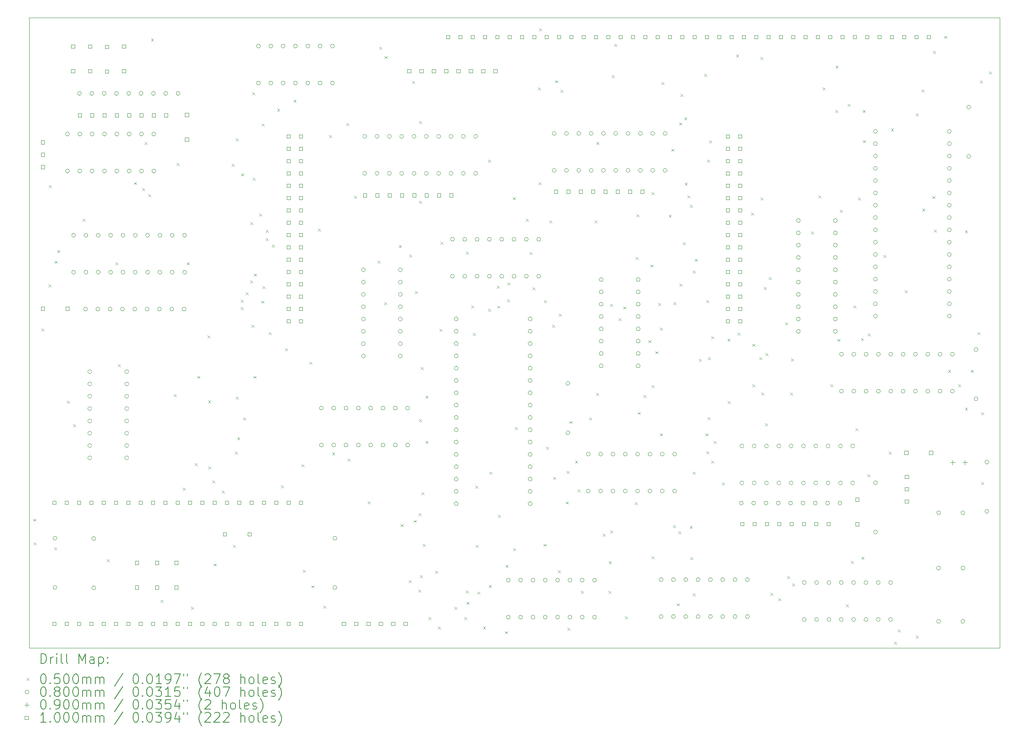
<source format=gbr>
%TF.GenerationSoftware,KiCad,Pcbnew,7.0.2*%
%TF.CreationDate,2023-05-21T12:10:29+01:00*%
%TF.ProjectId,FujiNet_Z80Bus_ReferenceDesign,46756a69-4e65-4745-9f5a-38304275735f,rev?*%
%TF.SameCoordinates,Original*%
%TF.FileFunction,Drillmap*%
%TF.FilePolarity,Positive*%
%FSLAX45Y45*%
G04 Gerber Fmt 4.5, Leading zero omitted, Abs format (unit mm)*
G04 Created by KiCad (PCBNEW 7.0.2) date 2023-05-21 12:10:29*
%MOMM*%
%LPD*%
G01*
G04 APERTURE LIST*
%ADD10C,0.050000*%
%ADD11C,0.200000*%
%ADD12C,0.080000*%
%ADD13C,0.090000*%
%ADD14C,0.100000*%
G04 APERTURE END LIST*
D10*
X6400000Y-3000000D02*
X26400000Y-3000000D01*
X26400000Y-16000000D01*
X6400000Y-16000000D01*
X6400000Y-3000000D01*
D11*
D10*
X6487830Y-13335400D02*
X6537830Y-13385400D01*
X6537830Y-13335400D02*
X6487830Y-13385400D01*
X6493580Y-13820710D02*
X6543580Y-13870710D01*
X6543580Y-13820710D02*
X6493580Y-13870710D01*
X6658000Y-9409160D02*
X6708000Y-9459160D01*
X6708000Y-9409160D02*
X6658000Y-9459160D01*
X6800330Y-8505850D02*
X6850330Y-8555850D01*
X6850330Y-8505850D02*
X6800330Y-8555850D01*
X6807550Y-6459110D02*
X6857550Y-6509110D01*
X6857550Y-6459110D02*
X6807550Y-6509110D01*
X6918650Y-13922540D02*
X6968650Y-13972540D01*
X6968650Y-13922540D02*
X6918650Y-13972540D01*
X6925890Y-8017960D02*
X6975890Y-8067960D01*
X6975890Y-8017960D02*
X6925890Y-8067960D01*
X6982250Y-7793450D02*
X7032250Y-7843450D01*
X7032250Y-7793450D02*
X6982250Y-7843450D01*
X7179600Y-10904490D02*
X7229600Y-10954490D01*
X7229600Y-10904490D02*
X7179600Y-10954490D01*
X7305270Y-11380280D02*
X7355270Y-11430280D01*
X7355270Y-11380280D02*
X7305270Y-11430280D01*
X7499440Y-7147020D02*
X7549440Y-7197020D01*
X7549440Y-7147020D02*
X7499440Y-7197020D01*
X8004480Y-14168500D02*
X8054480Y-14218500D01*
X8054480Y-14168500D02*
X8004480Y-14218500D01*
X8180210Y-8044830D02*
X8230210Y-8094830D01*
X8230210Y-8044830D02*
X8180210Y-8094830D01*
X8232850Y-10143660D02*
X8282850Y-10193660D01*
X8282850Y-10143660D02*
X8232850Y-10193660D01*
X8564000Y-6392620D02*
X8614000Y-6442620D01*
X8614000Y-6392620D02*
X8564000Y-6442620D01*
X8728910Y-6515290D02*
X8778910Y-6565290D01*
X8778910Y-6515290D02*
X8728910Y-6565290D01*
X8780180Y-5564630D02*
X8830180Y-5614630D01*
X8830180Y-5564630D02*
X8780180Y-5614630D01*
X8853920Y-6640300D02*
X8903920Y-6690300D01*
X8903920Y-6640300D02*
X8853920Y-6690300D01*
X8911970Y-3431840D02*
X8961970Y-3481840D01*
X8961970Y-3431840D02*
X8911970Y-3481840D01*
X9113180Y-15003830D02*
X9163180Y-15053830D01*
X9163180Y-15003830D02*
X9113180Y-15053830D01*
X9385100Y-10767740D02*
X9435100Y-10817740D01*
X9435100Y-10767740D02*
X9385100Y-10817740D01*
X9441740Y-5996080D02*
X9491740Y-6046080D01*
X9491740Y-5996080D02*
X9441740Y-6046080D01*
X9571570Y-12699050D02*
X9621570Y-12749050D01*
X9621570Y-12699050D02*
X9571570Y-12749050D01*
X9649190Y-8044830D02*
X9699190Y-8094830D01*
X9699190Y-8044830D02*
X9649190Y-8094830D01*
X9740790Y-15150700D02*
X9790790Y-15200700D01*
X9790790Y-15150700D02*
X9740790Y-15200700D01*
X9813670Y-12187490D02*
X9863670Y-12237490D01*
X9863670Y-12187490D02*
X9813670Y-12237490D01*
X9867950Y-10389100D02*
X9917950Y-10439100D01*
X9917950Y-10389100D02*
X9867950Y-10439100D01*
X10077720Y-9554560D02*
X10127720Y-9604560D01*
X10127720Y-9554560D02*
X10077720Y-9604560D01*
X10089340Y-10892080D02*
X10139340Y-10942080D01*
X10139340Y-10892080D02*
X10089340Y-10942080D01*
X10092520Y-12259260D02*
X10142520Y-12309260D01*
X10142520Y-12259260D02*
X10092520Y-12309260D01*
X10176110Y-12542020D02*
X10226110Y-12592020D01*
X10226110Y-12542020D02*
X10176110Y-12592020D01*
X10203300Y-14257690D02*
X10253300Y-14307690D01*
X10253300Y-14257690D02*
X10203300Y-14307690D01*
X10370130Y-12753620D02*
X10420130Y-12803620D01*
X10420130Y-12753620D02*
X10370130Y-12803620D01*
X10573030Y-6017410D02*
X10623030Y-6067410D01*
X10623030Y-6017410D02*
X10573030Y-6067410D01*
X10600360Y-13868930D02*
X10650360Y-13918930D01*
X10650360Y-13868930D02*
X10600360Y-13918930D01*
X10646600Y-11948650D02*
X10696600Y-11998650D01*
X10696600Y-11948650D02*
X10646600Y-11998650D01*
X10657040Y-5487000D02*
X10707040Y-5537000D01*
X10707040Y-5487000D02*
X10657040Y-5537000D01*
X10661850Y-10816800D02*
X10711850Y-10866800D01*
X10711850Y-10816800D02*
X10661850Y-10866800D01*
X10690040Y-11651880D02*
X10740040Y-11701880D01*
X10740040Y-11651880D02*
X10690040Y-11701880D01*
X10760250Y-8817600D02*
X10810250Y-8867600D01*
X10810250Y-8817600D02*
X10760250Y-8867600D01*
X10760900Y-8967620D02*
X10810900Y-9017620D01*
X10810900Y-8967620D02*
X10760900Y-9017620D01*
X10767200Y-6214790D02*
X10817200Y-6264790D01*
X10817200Y-6214790D02*
X10767200Y-6264790D01*
X10810260Y-11246820D02*
X10860260Y-11296820D01*
X10860260Y-11246820D02*
X10810260Y-11296820D01*
X10860260Y-8667580D02*
X10910260Y-8717580D01*
X10910260Y-8667580D02*
X10860260Y-8717580D01*
X10959510Y-7220610D02*
X11009510Y-7270610D01*
X11009510Y-7220610D02*
X10959510Y-7270610D01*
X10960270Y-8417550D02*
X11010270Y-8467550D01*
X11010270Y-8417550D02*
X10960270Y-8467550D01*
X10983590Y-9331770D02*
X11033590Y-9381770D01*
X11033590Y-9331770D02*
X10983590Y-9381770D01*
X10995590Y-4539240D02*
X11045590Y-4589240D01*
X11045590Y-4539240D02*
X10995590Y-4589240D01*
X11008020Y-6305920D02*
X11058020Y-6355920D01*
X11058020Y-6305920D02*
X11008020Y-6355920D01*
X11026520Y-10389100D02*
X11076520Y-10439100D01*
X11076520Y-10389100D02*
X11026520Y-10439100D01*
X11035560Y-8280670D02*
X11085560Y-8330670D01*
X11085560Y-8280670D02*
X11035560Y-8330670D01*
X11143290Y-7036840D02*
X11193290Y-7086840D01*
X11193290Y-7036840D02*
X11143290Y-7086840D01*
X11184520Y-8839310D02*
X11234520Y-8889310D01*
X11234520Y-8839310D02*
X11184520Y-8889310D01*
X11193760Y-5186530D02*
X11243760Y-5236530D01*
X11243760Y-5186530D02*
X11193760Y-5236530D01*
X11210300Y-8542570D02*
X11260300Y-8592570D01*
X11260300Y-8542570D02*
X11210300Y-8592570D01*
X11278660Y-7547510D02*
X11328660Y-7597510D01*
X11328660Y-7547510D02*
X11278660Y-7597510D01*
X11282390Y-7378540D02*
X11332390Y-7428540D01*
X11332390Y-7378540D02*
X11282390Y-7428540D01*
X11334350Y-9488020D02*
X11384350Y-9538020D01*
X11384350Y-9488020D02*
X11334350Y-9538020D01*
X11407800Y-7680860D02*
X11457800Y-7730860D01*
X11457800Y-7680860D02*
X11407800Y-7730860D01*
X11511760Y-4881750D02*
X11561760Y-4931750D01*
X11561760Y-4881750D02*
X11511760Y-4931750D01*
X11595720Y-12643920D02*
X11645720Y-12693920D01*
X11645720Y-12643920D02*
X11595720Y-12693920D01*
X11674280Y-9817940D02*
X11724280Y-9867940D01*
X11724280Y-9817940D02*
X11674280Y-9867940D01*
X11850390Y-4696710D02*
X11900390Y-4746710D01*
X11900390Y-4696710D02*
X11850390Y-4746710D01*
X12018410Y-12216350D02*
X12068410Y-12266350D01*
X12068410Y-12216350D02*
X12018410Y-12266350D01*
X12040860Y-14385860D02*
X12090860Y-14435860D01*
X12090860Y-14385860D02*
X12040860Y-14435860D01*
X12173800Y-10096360D02*
X12223800Y-10146360D01*
X12223800Y-10096360D02*
X12173800Y-10146360D01*
X12219260Y-14706800D02*
X12269260Y-14756800D01*
X12269260Y-14706800D02*
X12219260Y-14756800D01*
X12356410Y-7351770D02*
X12406410Y-7401770D01*
X12406410Y-7351770D02*
X12356410Y-7401770D01*
X12461210Y-15124160D02*
X12511210Y-15174160D01*
X12511210Y-15124160D02*
X12461210Y-15174160D01*
X12580000Y-5421000D02*
X12630000Y-5471000D01*
X12630000Y-5421000D02*
X12580000Y-5471000D01*
X12645800Y-11967170D02*
X12695800Y-12017170D01*
X12695800Y-11967170D02*
X12645800Y-12017170D01*
X12939140Y-5177480D02*
X12989140Y-5227480D01*
X12989140Y-5177480D02*
X12939140Y-5227480D01*
X12962240Y-12098240D02*
X13012240Y-12148240D01*
X13012240Y-12098240D02*
X12962240Y-12148240D01*
X13101900Y-6674060D02*
X13151900Y-6724060D01*
X13151900Y-6674060D02*
X13101900Y-6724060D01*
X13378810Y-12974840D02*
X13428810Y-13024840D01*
X13428810Y-12974840D02*
X13378810Y-13024840D01*
X13582000Y-8016520D02*
X13632000Y-8066520D01*
X13632000Y-8016520D02*
X13582000Y-8066520D01*
X13615830Y-3603740D02*
X13665830Y-3653740D01*
X13665830Y-3603740D02*
X13615830Y-3653740D01*
X13715130Y-8865870D02*
X13765130Y-8915870D01*
X13765130Y-8865870D02*
X13715130Y-8915870D01*
X13727700Y-3792980D02*
X13777700Y-3842980D01*
X13777700Y-3792980D02*
X13727700Y-3842980D01*
X14017460Y-7691090D02*
X14067460Y-7741090D01*
X14067460Y-7691090D02*
X14017460Y-7741090D01*
X14052050Y-13445310D02*
X14102050Y-13495310D01*
X14102050Y-13445310D02*
X14052050Y-13495310D01*
X14227760Y-14600710D02*
X14277760Y-14650710D01*
X14277760Y-14600710D02*
X14227760Y-14650710D01*
X14230900Y-7889310D02*
X14280900Y-7939310D01*
X14280900Y-7889310D02*
X14230900Y-7939310D01*
X14295320Y-4307310D02*
X14345320Y-4357310D01*
X14345320Y-4307310D02*
X14295320Y-4357310D01*
X14326900Y-13360330D02*
X14376900Y-13410330D01*
X14376900Y-13360330D02*
X14326900Y-13410330D01*
X14352570Y-8638700D02*
X14402570Y-8688700D01*
X14402570Y-8638700D02*
X14352570Y-8688700D01*
X14421760Y-14795730D02*
X14471760Y-14845730D01*
X14471760Y-14795730D02*
X14421760Y-14845730D01*
X14426910Y-13219890D02*
X14476910Y-13269890D01*
X14476910Y-13219890D02*
X14426910Y-13269890D01*
X14436000Y-6779330D02*
X14486000Y-6829330D01*
X14486000Y-6779330D02*
X14436000Y-6829330D01*
X14437370Y-5134780D02*
X14487370Y-5184780D01*
X14487370Y-5134780D02*
X14437370Y-5184780D01*
X14437470Y-11284820D02*
X14487470Y-11334820D01*
X14487470Y-11284820D02*
X14437470Y-11334820D01*
X14451800Y-14500700D02*
X14501800Y-14550700D01*
X14501800Y-14500700D02*
X14451800Y-14550700D01*
X14468400Y-10203000D02*
X14518400Y-10253000D01*
X14518400Y-10203000D02*
X14468400Y-10253000D01*
X14489550Y-12787570D02*
X14539550Y-12837570D01*
X14539550Y-12787570D02*
X14489550Y-12837570D01*
X14514560Y-13858100D02*
X14564560Y-13908100D01*
X14564560Y-13858100D02*
X14514560Y-13908100D01*
X14568410Y-10799830D02*
X14618410Y-10849830D01*
X14618410Y-10799830D02*
X14568410Y-10849830D01*
X14568410Y-11727000D02*
X14618410Y-11777000D01*
X14618410Y-11727000D02*
X14568410Y-11777000D01*
X14631280Y-15366060D02*
X14681280Y-15416060D01*
X14681280Y-15366060D02*
X14631280Y-15416060D01*
X14769550Y-14404040D02*
X14819550Y-14454040D01*
X14819550Y-14404040D02*
X14769550Y-14454040D01*
X14826250Y-15561030D02*
X14876250Y-15611030D01*
X14876250Y-15561030D02*
X14826250Y-15611030D01*
X14858550Y-9421450D02*
X14908550Y-9471450D01*
X14908550Y-9421450D02*
X14858550Y-9471450D01*
X14874500Y-7622840D02*
X14924500Y-7672840D01*
X14924500Y-7622840D02*
X14874500Y-7672840D01*
X15162370Y-15149000D02*
X15212370Y-15199000D01*
X15212370Y-15149000D02*
X15162370Y-15199000D01*
X15368770Y-15364300D02*
X15418770Y-15414300D01*
X15418770Y-15364300D02*
X15368770Y-15414300D01*
X15398550Y-7825700D02*
X15448550Y-7875700D01*
X15448550Y-7825700D02*
X15398550Y-7875700D01*
X15398550Y-14810270D02*
X15448550Y-14860270D01*
X15448550Y-14810270D02*
X15398550Y-14860270D01*
X15414360Y-15048850D02*
X15464360Y-15098850D01*
X15464360Y-15048850D02*
X15414360Y-15098850D01*
X15514360Y-8938220D02*
X15564360Y-8988220D01*
X15564360Y-8938220D02*
X15514360Y-8988220D01*
X15544530Y-9502290D02*
X15594530Y-9552290D01*
X15594530Y-9502290D02*
X15544530Y-9552290D01*
X15597680Y-12651070D02*
X15647680Y-12701070D01*
X15647680Y-12651070D02*
X15597680Y-12701070D01*
X15601500Y-13874230D02*
X15651500Y-13924230D01*
X15651500Y-13874230D02*
X15601500Y-13924230D01*
X15635720Y-14836130D02*
X15685720Y-14886130D01*
X15685720Y-14836130D02*
X15635720Y-14886130D01*
X15753340Y-15561030D02*
X15803340Y-15611030D01*
X15803340Y-15561030D02*
X15753340Y-15611030D01*
X15862070Y-5929300D02*
X15912070Y-5979300D01*
X15912070Y-5929300D02*
X15862070Y-5979300D01*
X15862120Y-9007880D02*
X15912120Y-9057880D01*
X15912120Y-9007880D02*
X15862120Y-9057880D01*
X15872310Y-14703320D02*
X15922310Y-14753320D01*
X15922310Y-14703320D02*
X15872310Y-14753320D01*
X15886850Y-12368270D02*
X15936850Y-12418270D01*
X15936850Y-12368270D02*
X15886850Y-12418270D01*
X16034720Y-8533370D02*
X16084720Y-8583370D01*
X16084720Y-8533370D02*
X16034720Y-8583370D01*
X16049840Y-8940960D02*
X16099840Y-8990960D01*
X16099840Y-8940960D02*
X16049840Y-8990960D01*
X16064190Y-13258240D02*
X16114190Y-13308240D01*
X16114190Y-13258240D02*
X16064190Y-13308240D01*
X16205850Y-15654970D02*
X16255850Y-15704970D01*
X16255850Y-15654970D02*
X16205850Y-15704970D01*
X16219130Y-14284000D02*
X16269130Y-14334000D01*
X16269130Y-14284000D02*
X16219130Y-14334000D01*
X16250250Y-8813210D02*
X16300250Y-8863210D01*
X16300250Y-8813210D02*
X16250250Y-8863210D01*
X16254880Y-8459970D02*
X16304880Y-8509970D01*
X16304880Y-8459970D02*
X16254880Y-8509970D01*
X16367000Y-6705860D02*
X16417000Y-6755860D01*
X16417000Y-6705860D02*
X16367000Y-6755860D01*
X16375150Y-13943600D02*
X16425150Y-13993600D01*
X16425150Y-13943600D02*
X16375150Y-13993600D01*
X16408300Y-11439440D02*
X16458300Y-11489440D01*
X16458300Y-11439440D02*
X16408300Y-11489440D01*
X16636700Y-7152350D02*
X16686700Y-7202350D01*
X16686700Y-7152350D02*
X16636700Y-7202350D01*
X16718100Y-7839070D02*
X16768100Y-7889070D01*
X16768100Y-7839070D02*
X16718100Y-7889070D01*
X16771050Y-8566570D02*
X16821050Y-8616570D01*
X16821050Y-8566570D02*
X16771050Y-8616570D01*
X16882770Y-4438390D02*
X16932770Y-4488390D01*
X16932770Y-4438390D02*
X16882770Y-4488390D01*
X16898640Y-6398280D02*
X16948640Y-6448280D01*
X16948640Y-6398280D02*
X16898640Y-6448280D01*
X16908000Y-3222020D02*
X16958000Y-3272020D01*
X16958000Y-3222020D02*
X16908000Y-3272020D01*
X17005660Y-13851480D02*
X17055660Y-13901480D01*
X17055660Y-13851480D02*
X17005660Y-13901480D01*
X17014330Y-8826640D02*
X17064330Y-8876640D01*
X17064330Y-8826640D02*
X17014330Y-8876640D01*
X17052240Y-11851230D02*
X17102240Y-11901230D01*
X17102240Y-11851230D02*
X17052240Y-11901230D01*
X17119740Y-7186970D02*
X17169740Y-7236970D01*
X17169740Y-7186970D02*
X17119740Y-7236970D01*
X17176960Y-9332960D02*
X17226960Y-9382960D01*
X17226960Y-9332960D02*
X17176960Y-9382960D01*
X17201610Y-12471400D02*
X17251610Y-12521400D01*
X17251610Y-12471400D02*
X17201610Y-12521400D01*
X17241620Y-4292740D02*
X17291620Y-4342740D01*
X17291620Y-4292740D02*
X17241620Y-4342740D01*
X17299690Y-14394210D02*
X17349690Y-14444210D01*
X17349690Y-14394210D02*
X17299690Y-14444210D01*
X17319140Y-9107030D02*
X17369140Y-9157030D01*
X17369140Y-9107030D02*
X17319140Y-9157030D01*
X17351940Y-4492560D02*
X17401940Y-4542560D01*
X17401940Y-4492560D02*
X17351940Y-4542560D01*
X17461250Y-12979580D02*
X17511250Y-13029580D01*
X17511250Y-12979580D02*
X17461250Y-13029580D01*
X17474400Y-12351940D02*
X17524400Y-12401940D01*
X17524400Y-12351940D02*
X17474400Y-12401940D01*
X17491250Y-15581080D02*
X17541250Y-15631080D01*
X17541250Y-15581080D02*
X17491250Y-15631080D01*
X17536000Y-11319800D02*
X17586000Y-11369800D01*
X17586000Y-11319800D02*
X17536000Y-11369800D01*
X17649670Y-12138020D02*
X17699670Y-12188020D01*
X17699670Y-12138020D02*
X17649670Y-12188020D01*
X17705710Y-12728990D02*
X17755710Y-12778990D01*
X17755710Y-12728990D02*
X17705710Y-12778990D01*
X17771000Y-14820890D02*
X17821000Y-14870890D01*
X17821000Y-14820890D02*
X17771000Y-14870890D01*
X17942430Y-11248810D02*
X17992430Y-11298810D01*
X17992430Y-11248810D02*
X17942430Y-11298810D01*
X18051100Y-7186970D02*
X18101100Y-7236970D01*
X18101100Y-7186970D02*
X18051100Y-7236970D01*
X18088580Y-10736900D02*
X18138580Y-10786900D01*
X18138580Y-10736900D02*
X18088580Y-10786900D01*
X18090370Y-5567000D02*
X18140370Y-5617000D01*
X18140370Y-5567000D02*
X18090370Y-5617000D01*
X18218760Y-13645690D02*
X18268760Y-13695690D01*
X18268760Y-13645690D02*
X18218760Y-13695690D01*
X18337950Y-14822520D02*
X18387950Y-14872520D01*
X18387950Y-14822520D02*
X18337950Y-14872520D01*
X18344320Y-14207700D02*
X18394320Y-14257700D01*
X18394320Y-14207700D02*
X18344320Y-14257700D01*
X18374640Y-8906410D02*
X18424640Y-8956410D01*
X18424640Y-8906410D02*
X18374640Y-8956410D01*
X18375180Y-13577670D02*
X18425180Y-13627670D01*
X18425180Y-13577670D02*
X18375180Y-13627670D01*
X18405530Y-4184720D02*
X18455530Y-4234720D01*
X18455530Y-4184720D02*
X18405530Y-4234720D01*
X18457330Y-3545310D02*
X18507330Y-3595310D01*
X18507330Y-3545310D02*
X18457330Y-3595310D01*
X18553930Y-9198670D02*
X18603930Y-9248670D01*
X18603930Y-9198670D02*
X18553930Y-9248670D01*
X18644280Y-8957800D02*
X18694280Y-9007800D01*
X18694280Y-8957800D02*
X18644280Y-9007800D01*
X18678580Y-15349300D02*
X18728580Y-15399300D01*
X18728580Y-15349300D02*
X18678580Y-15399300D01*
X18879680Y-12993960D02*
X18929680Y-13043960D01*
X18929680Y-12993960D02*
X18879680Y-13043960D01*
X18900370Y-7937980D02*
X18950370Y-7987980D01*
X18950370Y-7937980D02*
X18900370Y-7987980D01*
X18915470Y-7053820D02*
X18965470Y-7103820D01*
X18965470Y-7053820D02*
X18915470Y-7103820D01*
X18938670Y-11133420D02*
X18988670Y-11183420D01*
X18988670Y-11133420D02*
X18938670Y-11183420D01*
X19056480Y-10779350D02*
X19106480Y-10829350D01*
X19106480Y-10779350D02*
X19056480Y-10829350D01*
X19158520Y-9651720D02*
X19208520Y-9701720D01*
X19208520Y-9651720D02*
X19158520Y-9701720D01*
X19207100Y-8093940D02*
X19257100Y-8143940D01*
X19257100Y-8093940D02*
X19207100Y-8143940D01*
X19225330Y-10576240D02*
X19275330Y-10626240D01*
X19275330Y-10576240D02*
X19225330Y-10626240D01*
X19226210Y-14109540D02*
X19276210Y-14159540D01*
X19276210Y-14109540D02*
X19226210Y-14159540D01*
X19226490Y-6602640D02*
X19276490Y-6652640D01*
X19276490Y-6602640D02*
X19226490Y-6652640D01*
X19301640Y-9880670D02*
X19351640Y-9930670D01*
X19351640Y-9880670D02*
X19301640Y-9930670D01*
X19364770Y-8882600D02*
X19414770Y-8932600D01*
X19414770Y-8882600D02*
X19364770Y-8932600D01*
X19395680Y-9393820D02*
X19445680Y-9443820D01*
X19445680Y-9393820D02*
X19395680Y-9443820D01*
X19401640Y-11573850D02*
X19451640Y-11623850D01*
X19451640Y-11573850D02*
X19401640Y-11623850D01*
X19431480Y-4332050D02*
X19481480Y-4382050D01*
X19481480Y-4332050D02*
X19431480Y-4382050D01*
X19580650Y-7063740D02*
X19630650Y-7113740D01*
X19630650Y-7063740D02*
X19580650Y-7113740D01*
X19637190Y-5706800D02*
X19687190Y-5756800D01*
X19687190Y-5706800D02*
X19637190Y-5756800D01*
X19670180Y-13463020D02*
X19720180Y-13513020D01*
X19720180Y-13463020D02*
X19670180Y-13513020D01*
X19676740Y-8865480D02*
X19726740Y-8915480D01*
X19726740Y-8865480D02*
X19676740Y-8915480D01*
X19745300Y-15078920D02*
X19795300Y-15128920D01*
X19795300Y-15078920D02*
X19745300Y-15128920D01*
X19776500Y-13593330D02*
X19826500Y-13643330D01*
X19826500Y-13593330D02*
X19776500Y-13643330D01*
X19797320Y-5164420D02*
X19847320Y-5214420D01*
X19847320Y-5164420D02*
X19797320Y-5214420D01*
X19805250Y-8484480D02*
X19855250Y-8534480D01*
X19855250Y-8484480D02*
X19805250Y-8534480D01*
X19824470Y-4575550D02*
X19874470Y-4625550D01*
X19874470Y-4575550D02*
X19824470Y-4625550D01*
X19871320Y-7634530D02*
X19921320Y-7684530D01*
X19921320Y-7634530D02*
X19871320Y-7684530D01*
X19902190Y-5057120D02*
X19952190Y-5107120D01*
X19952190Y-5057120D02*
X19902190Y-5107120D01*
X19910270Y-6407880D02*
X19960270Y-6457880D01*
X19960270Y-6407880D02*
X19910270Y-6457880D01*
X19965690Y-6670710D02*
X20015690Y-6720710D01*
X20015690Y-6670710D02*
X19965690Y-6720710D01*
X20011900Y-13482210D02*
X20061900Y-13532210D01*
X20061900Y-13482210D02*
X20011900Y-13532210D01*
X20017690Y-6861410D02*
X20067690Y-6911410D01*
X20067690Y-6861410D02*
X20017690Y-6911410D01*
X20028290Y-14129980D02*
X20078290Y-14179980D01*
X20078290Y-14129980D02*
X20028290Y-14179980D01*
X20073090Y-12363050D02*
X20123090Y-12413050D01*
X20123090Y-12363050D02*
X20073090Y-12413050D01*
X20073150Y-8215000D02*
X20123150Y-8265000D01*
X20123150Y-8215000D02*
X20073150Y-8265000D01*
X20074010Y-14872500D02*
X20124010Y-14922500D01*
X20124010Y-14872500D02*
X20074010Y-14922500D01*
X20117300Y-7976030D02*
X20167300Y-8026030D01*
X20167300Y-7976030D02*
X20117300Y-8026030D01*
X20199350Y-10035230D02*
X20249350Y-10085230D01*
X20249350Y-10035230D02*
X20199350Y-10085230D01*
X20310790Y-4163210D02*
X20360790Y-4213210D01*
X20360790Y-4163210D02*
X20310790Y-4213210D01*
X20341050Y-11573850D02*
X20391050Y-11623850D01*
X20391050Y-11573850D02*
X20341050Y-11623850D01*
X20353380Y-8828930D02*
X20403380Y-8878930D01*
X20403380Y-8828930D02*
X20353380Y-8878930D01*
X20358800Y-11945200D02*
X20408800Y-11995200D01*
X20408800Y-11945200D02*
X20358800Y-11995200D01*
X20368650Y-5929000D02*
X20418650Y-5979000D01*
X20418650Y-5929000D02*
X20368650Y-5979000D01*
X20378610Y-11239420D02*
X20428610Y-11289420D01*
X20428610Y-11239420D02*
X20378610Y-11289420D01*
X20391390Y-10005600D02*
X20441390Y-10055600D01*
X20441390Y-10005600D02*
X20391390Y-10055600D01*
X20416990Y-5533140D02*
X20466990Y-5583140D01*
X20466990Y-5533140D02*
X20416990Y-5583140D01*
X20457830Y-9570930D02*
X20507830Y-9620930D01*
X20507830Y-9570930D02*
X20457830Y-9620930D01*
X20458810Y-12138020D02*
X20508810Y-12188020D01*
X20508810Y-12138020D02*
X20458810Y-12188020D01*
X20508810Y-11733040D02*
X20558810Y-11783040D01*
X20558810Y-11733040D02*
X20508810Y-11783040D01*
X20680590Y-12588070D02*
X20730590Y-12638070D01*
X20730590Y-12588070D02*
X20680590Y-12638070D01*
X20791140Y-9619320D02*
X20841140Y-9669320D01*
X20841140Y-9619320D02*
X20791140Y-9669320D01*
X20793660Y-10908390D02*
X20843660Y-10958390D01*
X20843660Y-10908390D02*
X20793660Y-10958390D01*
X20969020Y-3763420D02*
X21019020Y-3813420D01*
X21019020Y-3763420D02*
X20969020Y-3813420D01*
X20995510Y-9494310D02*
X21045510Y-9544310D01*
X21045510Y-9494310D02*
X20995510Y-9544310D01*
X21278240Y-7019510D02*
X21328240Y-7069510D01*
X21328240Y-7019510D02*
X21278240Y-7069510D01*
X21301950Y-9728330D02*
X21351950Y-9778330D01*
X21351950Y-9728330D02*
X21301950Y-9778330D01*
X21301950Y-10558670D02*
X21351950Y-10608670D01*
X21351950Y-10558670D02*
X21301950Y-10608670D01*
X21450690Y-10005600D02*
X21500690Y-10055600D01*
X21500690Y-10005600D02*
X21450690Y-10055600D01*
X21470710Y-6709870D02*
X21520710Y-6759870D01*
X21520710Y-6709870D02*
X21470710Y-6759870D01*
X21474710Y-3817320D02*
X21524710Y-3867320D01*
X21524710Y-3817320D02*
X21474710Y-3867320D01*
X21492590Y-10728130D02*
X21542590Y-10778130D01*
X21542590Y-10728130D02*
X21492590Y-10778130D01*
X21541750Y-8558470D02*
X21591750Y-8608470D01*
X21591750Y-8558470D02*
X21541750Y-8608470D01*
X21569000Y-11366690D02*
X21619000Y-11416690D01*
X21619000Y-11366690D02*
X21569000Y-11416690D01*
X21575540Y-9916260D02*
X21625540Y-9966260D01*
X21625540Y-9916260D02*
X21575540Y-9966260D01*
X21641280Y-8354400D02*
X21691280Y-8404400D01*
X21691280Y-8354400D02*
X21641280Y-8404400D01*
X21678860Y-14864110D02*
X21728860Y-14914110D01*
X21728860Y-14864110D02*
X21678860Y-14914110D01*
X21834510Y-14971360D02*
X21884510Y-15021360D01*
X21884510Y-14971360D02*
X21834510Y-15021360D01*
X21980010Y-9285890D02*
X22030010Y-9335890D01*
X22030010Y-9285890D02*
X21980010Y-9335890D01*
X22025540Y-14517430D02*
X22075540Y-14567430D01*
X22075540Y-14517430D02*
X22025540Y-14567430D01*
X22086080Y-10729870D02*
X22136080Y-10779870D01*
X22136080Y-10729870D02*
X22086080Y-10779870D01*
X22102260Y-10029660D02*
X22152260Y-10079660D01*
X22152260Y-10029660D02*
X22102260Y-10079660D01*
X22127720Y-14671830D02*
X22177720Y-14721830D01*
X22177720Y-14671830D02*
X22127720Y-14721830D01*
X22512020Y-7412000D02*
X22562020Y-7462000D01*
X22562020Y-7412000D02*
X22512020Y-7462000D01*
X22669640Y-6670890D02*
X22719640Y-6720890D01*
X22719640Y-6670890D02*
X22669640Y-6720890D01*
X22751630Y-4438320D02*
X22801630Y-4488320D01*
X22801630Y-4438320D02*
X22751630Y-4488320D01*
X22911840Y-10558670D02*
X22961840Y-10608670D01*
X22961840Y-10558670D02*
X22911840Y-10608670D01*
X23016380Y-4908500D02*
X23066380Y-4958500D01*
X23066380Y-4908500D02*
X23016380Y-4958500D01*
X23018090Y-3993590D02*
X23068090Y-4043590D01*
X23068090Y-3993590D02*
X23018090Y-4043590D01*
X23053570Y-9626790D02*
X23103570Y-9676790D01*
X23103570Y-9626790D02*
X23053570Y-9676790D01*
X23103120Y-6966220D02*
X23153120Y-7016220D01*
X23153120Y-6966220D02*
X23103120Y-7016220D01*
X23236000Y-15099600D02*
X23286000Y-15149600D01*
X23286000Y-15099600D02*
X23236000Y-15149600D01*
X23266050Y-4778790D02*
X23316050Y-4828790D01*
X23316050Y-4778790D02*
X23266050Y-4828790D01*
X23333420Y-14203320D02*
X23383420Y-14253320D01*
X23383420Y-14203320D02*
X23333420Y-14253320D01*
X23388350Y-8936000D02*
X23438350Y-8986000D01*
X23438350Y-8936000D02*
X23388350Y-8986000D01*
X23430770Y-11466710D02*
X23480770Y-11516710D01*
X23480770Y-11466710D02*
X23430770Y-11516710D01*
X23482640Y-6711540D02*
X23532640Y-6761540D01*
X23532640Y-6711540D02*
X23482640Y-6761540D01*
X23542440Y-9609650D02*
X23592440Y-9659650D01*
X23592440Y-9609650D02*
X23542440Y-9659650D01*
X23551540Y-14120310D02*
X23601540Y-14170310D01*
X23601540Y-14120310D02*
X23551540Y-14170310D01*
X23576580Y-4908500D02*
X23626580Y-4958500D01*
X23626580Y-4908500D02*
X23576580Y-4958500D01*
X23582650Y-5528860D02*
X23632650Y-5578860D01*
X23632650Y-5528860D02*
X23582650Y-5578860D01*
X23676560Y-12415990D02*
X23726560Y-12465990D01*
X23726560Y-12415990D02*
X23676560Y-12465990D01*
X23681730Y-9514280D02*
X23731730Y-9564280D01*
X23731730Y-9514280D02*
X23681730Y-9564280D01*
X24003890Y-7892250D02*
X24053890Y-7942250D01*
X24053890Y-7892250D02*
X24003890Y-7942250D01*
X24116240Y-11949340D02*
X24166240Y-11999340D01*
X24166240Y-11949340D02*
X24116240Y-11999340D01*
X24160990Y-5286120D02*
X24210990Y-5336120D01*
X24210990Y-5286120D02*
X24160990Y-5336120D01*
X24221070Y-15873240D02*
X24271070Y-15923240D01*
X24271070Y-15873240D02*
X24221070Y-15923240D01*
X24296810Y-15613230D02*
X24346810Y-15663230D01*
X24346810Y-15613230D02*
X24296810Y-15663230D01*
X24443570Y-8622000D02*
X24493570Y-8672000D01*
X24493570Y-8622000D02*
X24443570Y-8672000D01*
X24673210Y-15747000D02*
X24723210Y-15797000D01*
X24723210Y-15747000D02*
X24673210Y-15797000D01*
X24673240Y-4975710D02*
X24723240Y-5025710D01*
X24723240Y-4975710D02*
X24673240Y-5025710D01*
X24788280Y-4485470D02*
X24838280Y-4535470D01*
X24838280Y-4485470D02*
X24788280Y-4535470D01*
X24803940Y-6939430D02*
X24853940Y-6989430D01*
X24853940Y-6939430D02*
X24803940Y-6989430D01*
X25013310Y-6680520D02*
X25063310Y-6730520D01*
X25063310Y-6680520D02*
X25013310Y-6730520D01*
X25031070Y-3688130D02*
X25081070Y-3738130D01*
X25081070Y-3688130D02*
X25031070Y-3738130D01*
X25045550Y-7370400D02*
X25095550Y-7420400D01*
X25095550Y-7370400D02*
X25045550Y-7420400D01*
X25258200Y-3378400D02*
X25308200Y-3428400D01*
X25308200Y-3378400D02*
X25258200Y-3428400D01*
X25337450Y-10269490D02*
X25387450Y-10319490D01*
X25387450Y-10269490D02*
X25337450Y-10319490D01*
X25548740Y-10563650D02*
X25598740Y-10613650D01*
X25598740Y-10563650D02*
X25548740Y-10613650D01*
X25685110Y-7390950D02*
X25735110Y-7440950D01*
X25735110Y-7390950D02*
X25685110Y-7440950D01*
X25685110Y-11041660D02*
X25735110Y-11091660D01*
X25735110Y-11041660D02*
X25685110Y-11091660D01*
X25803560Y-10269490D02*
X25853560Y-10319490D01*
X25853560Y-10269490D02*
X25803560Y-10319490D01*
X25943720Y-9490490D02*
X25993720Y-9540490D01*
X25993720Y-9490490D02*
X25943720Y-9540490D01*
X25993970Y-4293270D02*
X26043970Y-4343270D01*
X26043970Y-4293270D02*
X25993970Y-4343270D01*
X26017580Y-11135150D02*
X26067580Y-11185150D01*
X26067580Y-11135150D02*
X26017580Y-11185150D01*
X26017580Y-12578450D02*
X26067580Y-12628450D01*
X26067580Y-12578450D02*
X26017580Y-12628450D01*
X26176800Y-4110440D02*
X26226800Y-4160440D01*
X26226800Y-4110440D02*
X26176800Y-4160440D01*
D12*
X6973000Y-13734000D02*
G75*
G03*
X6973000Y-13734000I-40000J0D01*
G01*
X6973000Y-14750000D02*
G75*
G03*
X6973000Y-14750000I-40000J0D01*
G01*
X7232000Y-5400000D02*
G75*
G03*
X7232000Y-5400000I-40000J0D01*
G01*
X7232000Y-6162000D02*
G75*
G03*
X7232000Y-6162000I-40000J0D01*
G01*
X7358000Y-7488000D02*
G75*
G03*
X7358000Y-7488000I-40000J0D01*
G01*
X7358000Y-8250000D02*
G75*
G03*
X7358000Y-8250000I-40000J0D01*
G01*
X7478000Y-4562000D02*
G75*
G03*
X7478000Y-4562000I-40000J0D01*
G01*
X7486000Y-5400000D02*
G75*
G03*
X7486000Y-5400000I-40000J0D01*
G01*
X7486000Y-6162000D02*
G75*
G03*
X7486000Y-6162000I-40000J0D01*
G01*
X7602000Y-9009000D02*
G75*
G03*
X7602000Y-9009000I-40000J0D01*
G01*
X7612000Y-7488000D02*
G75*
G03*
X7612000Y-7488000I-40000J0D01*
G01*
X7612000Y-8250000D02*
G75*
G03*
X7612000Y-8250000I-40000J0D01*
G01*
X7690000Y-10300000D02*
G75*
G03*
X7690000Y-10300000I-40000J0D01*
G01*
X7690000Y-10554000D02*
G75*
G03*
X7690000Y-10554000I-40000J0D01*
G01*
X7690000Y-10808000D02*
G75*
G03*
X7690000Y-10808000I-40000J0D01*
G01*
X7690000Y-11062000D02*
G75*
G03*
X7690000Y-11062000I-40000J0D01*
G01*
X7690000Y-11316000D02*
G75*
G03*
X7690000Y-11316000I-40000J0D01*
G01*
X7690000Y-11570000D02*
G75*
G03*
X7690000Y-11570000I-40000J0D01*
G01*
X7690000Y-11824000D02*
G75*
G03*
X7690000Y-11824000I-40000J0D01*
G01*
X7690000Y-12078000D02*
G75*
G03*
X7690000Y-12078000I-40000J0D01*
G01*
X7732000Y-4562000D02*
G75*
G03*
X7732000Y-4562000I-40000J0D01*
G01*
X7740000Y-5400000D02*
G75*
G03*
X7740000Y-5400000I-40000J0D01*
G01*
X7740000Y-6162000D02*
G75*
G03*
X7740000Y-6162000I-40000J0D01*
G01*
X7773000Y-13742000D02*
G75*
G03*
X7773000Y-13742000I-40000J0D01*
G01*
X7773000Y-14758000D02*
G75*
G03*
X7773000Y-14758000I-40000J0D01*
G01*
X7856000Y-9009000D02*
G75*
G03*
X7856000Y-9009000I-40000J0D01*
G01*
X7866000Y-7488000D02*
G75*
G03*
X7866000Y-7488000I-40000J0D01*
G01*
X7866000Y-8250000D02*
G75*
G03*
X7866000Y-8250000I-40000J0D01*
G01*
X7986000Y-4562000D02*
G75*
G03*
X7986000Y-4562000I-40000J0D01*
G01*
X7994000Y-5400000D02*
G75*
G03*
X7994000Y-5400000I-40000J0D01*
G01*
X7994000Y-6162000D02*
G75*
G03*
X7994000Y-6162000I-40000J0D01*
G01*
X8110000Y-9009000D02*
G75*
G03*
X8110000Y-9009000I-40000J0D01*
G01*
X8120000Y-7488000D02*
G75*
G03*
X8120000Y-7488000I-40000J0D01*
G01*
X8120000Y-8250000D02*
G75*
G03*
X8120000Y-8250000I-40000J0D01*
G01*
X8240000Y-4562000D02*
G75*
G03*
X8240000Y-4562000I-40000J0D01*
G01*
X8248000Y-5400000D02*
G75*
G03*
X8248000Y-5400000I-40000J0D01*
G01*
X8248000Y-6162000D02*
G75*
G03*
X8248000Y-6162000I-40000J0D01*
G01*
X8364000Y-9009000D02*
G75*
G03*
X8364000Y-9009000I-40000J0D01*
G01*
X8374000Y-7488000D02*
G75*
G03*
X8374000Y-7488000I-40000J0D01*
G01*
X8374000Y-8250000D02*
G75*
G03*
X8374000Y-8250000I-40000J0D01*
G01*
X8452000Y-10300000D02*
G75*
G03*
X8452000Y-10300000I-40000J0D01*
G01*
X8452000Y-10554000D02*
G75*
G03*
X8452000Y-10554000I-40000J0D01*
G01*
X8452000Y-10808000D02*
G75*
G03*
X8452000Y-10808000I-40000J0D01*
G01*
X8452000Y-11062000D02*
G75*
G03*
X8452000Y-11062000I-40000J0D01*
G01*
X8452000Y-11316000D02*
G75*
G03*
X8452000Y-11316000I-40000J0D01*
G01*
X8452000Y-11570000D02*
G75*
G03*
X8452000Y-11570000I-40000J0D01*
G01*
X8452000Y-11824000D02*
G75*
G03*
X8452000Y-11824000I-40000J0D01*
G01*
X8452000Y-12078000D02*
G75*
G03*
X8452000Y-12078000I-40000J0D01*
G01*
X8494000Y-4562000D02*
G75*
G03*
X8494000Y-4562000I-40000J0D01*
G01*
X8502000Y-5400000D02*
G75*
G03*
X8502000Y-5400000I-40000J0D01*
G01*
X8502000Y-6162000D02*
G75*
G03*
X8502000Y-6162000I-40000J0D01*
G01*
X8618000Y-9009000D02*
G75*
G03*
X8618000Y-9009000I-40000J0D01*
G01*
X8628000Y-7488000D02*
G75*
G03*
X8628000Y-7488000I-40000J0D01*
G01*
X8628000Y-8250000D02*
G75*
G03*
X8628000Y-8250000I-40000J0D01*
G01*
X8748000Y-4562000D02*
G75*
G03*
X8748000Y-4562000I-40000J0D01*
G01*
X8756000Y-5400000D02*
G75*
G03*
X8756000Y-5400000I-40000J0D01*
G01*
X8756000Y-6162000D02*
G75*
G03*
X8756000Y-6162000I-40000J0D01*
G01*
X8872000Y-9009000D02*
G75*
G03*
X8872000Y-9009000I-40000J0D01*
G01*
X8882000Y-7488000D02*
G75*
G03*
X8882000Y-7488000I-40000J0D01*
G01*
X8882000Y-8250000D02*
G75*
G03*
X8882000Y-8250000I-40000J0D01*
G01*
X9002000Y-4562000D02*
G75*
G03*
X9002000Y-4562000I-40000J0D01*
G01*
X9010000Y-5400000D02*
G75*
G03*
X9010000Y-5400000I-40000J0D01*
G01*
X9010000Y-6162000D02*
G75*
G03*
X9010000Y-6162000I-40000J0D01*
G01*
X9126000Y-9009000D02*
G75*
G03*
X9126000Y-9009000I-40000J0D01*
G01*
X9136000Y-7488000D02*
G75*
G03*
X9136000Y-7488000I-40000J0D01*
G01*
X9136000Y-8250000D02*
G75*
G03*
X9136000Y-8250000I-40000J0D01*
G01*
X9256000Y-4562000D02*
G75*
G03*
X9256000Y-4562000I-40000J0D01*
G01*
X9380000Y-9009000D02*
G75*
G03*
X9380000Y-9009000I-40000J0D01*
G01*
X9390000Y-7488000D02*
G75*
G03*
X9390000Y-7488000I-40000J0D01*
G01*
X9390000Y-8250000D02*
G75*
G03*
X9390000Y-8250000I-40000J0D01*
G01*
X9510000Y-4562000D02*
G75*
G03*
X9510000Y-4562000I-40000J0D01*
G01*
X9634000Y-9009000D02*
G75*
G03*
X9634000Y-9009000I-40000J0D01*
G01*
X9644000Y-7488000D02*
G75*
G03*
X9644000Y-7488000I-40000J0D01*
G01*
X9644000Y-8250000D02*
G75*
G03*
X9644000Y-8250000I-40000J0D01*
G01*
X11166000Y-3588000D02*
G75*
G03*
X11166000Y-3588000I-40000J0D01*
G01*
X11166000Y-4350000D02*
G75*
G03*
X11166000Y-4350000I-40000J0D01*
G01*
X11420000Y-3588000D02*
G75*
G03*
X11420000Y-3588000I-40000J0D01*
G01*
X11420000Y-4350000D02*
G75*
G03*
X11420000Y-4350000I-40000J0D01*
G01*
X11674000Y-3588000D02*
G75*
G03*
X11674000Y-3588000I-40000J0D01*
G01*
X11674000Y-4350000D02*
G75*
G03*
X11674000Y-4350000I-40000J0D01*
G01*
X11928000Y-3588000D02*
G75*
G03*
X11928000Y-3588000I-40000J0D01*
G01*
X11928000Y-4350000D02*
G75*
G03*
X11928000Y-4350000I-40000J0D01*
G01*
X12182000Y-3588000D02*
G75*
G03*
X12182000Y-3588000I-40000J0D01*
G01*
X12182000Y-4350000D02*
G75*
G03*
X12182000Y-4350000I-40000J0D01*
G01*
X12436000Y-3588000D02*
G75*
G03*
X12436000Y-3588000I-40000J0D01*
G01*
X12436000Y-4350000D02*
G75*
G03*
X12436000Y-4350000I-40000J0D01*
G01*
X12462000Y-11050000D02*
G75*
G03*
X12462000Y-11050000I-40000J0D01*
G01*
X12462000Y-11812000D02*
G75*
G03*
X12462000Y-11812000I-40000J0D01*
G01*
X12690000Y-3588000D02*
G75*
G03*
X12690000Y-3588000I-40000J0D01*
G01*
X12690000Y-4350000D02*
G75*
G03*
X12690000Y-4350000I-40000J0D01*
G01*
X12716000Y-11050000D02*
G75*
G03*
X12716000Y-11050000I-40000J0D01*
G01*
X12716000Y-11812000D02*
G75*
G03*
X12716000Y-11812000I-40000J0D01*
G01*
X12740000Y-13734000D02*
G75*
G03*
X12740000Y-13734000I-40000J0D01*
G01*
X12740000Y-14750000D02*
G75*
G03*
X12740000Y-14750000I-40000J0D01*
G01*
X12970000Y-11050000D02*
G75*
G03*
X12970000Y-11050000I-40000J0D01*
G01*
X12970000Y-11812000D02*
G75*
G03*
X12970000Y-11812000I-40000J0D01*
G01*
X13224000Y-11050000D02*
G75*
G03*
X13224000Y-11050000I-40000J0D01*
G01*
X13224000Y-11812000D02*
G75*
G03*
X13224000Y-11812000I-40000J0D01*
G01*
X13328000Y-8200000D02*
G75*
G03*
X13328000Y-8200000I-40000J0D01*
G01*
X13328000Y-8454000D02*
G75*
G03*
X13328000Y-8454000I-40000J0D01*
G01*
X13328000Y-8708000D02*
G75*
G03*
X13328000Y-8708000I-40000J0D01*
G01*
X13328000Y-8962000D02*
G75*
G03*
X13328000Y-8962000I-40000J0D01*
G01*
X13328000Y-9216000D02*
G75*
G03*
X13328000Y-9216000I-40000J0D01*
G01*
X13328000Y-9470000D02*
G75*
G03*
X13328000Y-9470000I-40000J0D01*
G01*
X13328000Y-9724000D02*
G75*
G03*
X13328000Y-9724000I-40000J0D01*
G01*
X13328000Y-9978000D02*
G75*
G03*
X13328000Y-9978000I-40000J0D01*
G01*
X13354000Y-5450000D02*
G75*
G03*
X13354000Y-5450000I-40000J0D01*
G01*
X13354000Y-6212000D02*
G75*
G03*
X13354000Y-6212000I-40000J0D01*
G01*
X13478000Y-11050000D02*
G75*
G03*
X13478000Y-11050000I-40000J0D01*
G01*
X13478000Y-11812000D02*
G75*
G03*
X13478000Y-11812000I-40000J0D01*
G01*
X13608000Y-5450000D02*
G75*
G03*
X13608000Y-5450000I-40000J0D01*
G01*
X13608000Y-6212000D02*
G75*
G03*
X13608000Y-6212000I-40000J0D01*
G01*
X13732000Y-11050000D02*
G75*
G03*
X13732000Y-11050000I-40000J0D01*
G01*
X13732000Y-11812000D02*
G75*
G03*
X13732000Y-11812000I-40000J0D01*
G01*
X13862000Y-5450000D02*
G75*
G03*
X13862000Y-5450000I-40000J0D01*
G01*
X13862000Y-6212000D02*
G75*
G03*
X13862000Y-6212000I-40000J0D01*
G01*
X13986000Y-11050000D02*
G75*
G03*
X13986000Y-11050000I-40000J0D01*
G01*
X13986000Y-11812000D02*
G75*
G03*
X13986000Y-11812000I-40000J0D01*
G01*
X14090000Y-8200000D02*
G75*
G03*
X14090000Y-8200000I-40000J0D01*
G01*
X14090000Y-8454000D02*
G75*
G03*
X14090000Y-8454000I-40000J0D01*
G01*
X14090000Y-8708000D02*
G75*
G03*
X14090000Y-8708000I-40000J0D01*
G01*
X14090000Y-8962000D02*
G75*
G03*
X14090000Y-8962000I-40000J0D01*
G01*
X14090000Y-9216000D02*
G75*
G03*
X14090000Y-9216000I-40000J0D01*
G01*
X14090000Y-9470000D02*
G75*
G03*
X14090000Y-9470000I-40000J0D01*
G01*
X14090000Y-9724000D02*
G75*
G03*
X14090000Y-9724000I-40000J0D01*
G01*
X14090000Y-9978000D02*
G75*
G03*
X14090000Y-9978000I-40000J0D01*
G01*
X14116000Y-5450000D02*
G75*
G03*
X14116000Y-5450000I-40000J0D01*
G01*
X14116000Y-6212000D02*
G75*
G03*
X14116000Y-6212000I-40000J0D01*
G01*
X14240000Y-11050000D02*
G75*
G03*
X14240000Y-11050000I-40000J0D01*
G01*
X14240000Y-11812000D02*
G75*
G03*
X14240000Y-11812000I-40000J0D01*
G01*
X14370000Y-5450000D02*
G75*
G03*
X14370000Y-5450000I-40000J0D01*
G01*
X14370000Y-6212000D02*
G75*
G03*
X14370000Y-6212000I-40000J0D01*
G01*
X14624000Y-5450000D02*
G75*
G03*
X14624000Y-5450000I-40000J0D01*
G01*
X14624000Y-6212000D02*
G75*
G03*
X14624000Y-6212000I-40000J0D01*
G01*
X14878000Y-5450000D02*
G75*
G03*
X14878000Y-5450000I-40000J0D01*
G01*
X14878000Y-6212000D02*
G75*
G03*
X14878000Y-6212000I-40000J0D01*
G01*
X15132000Y-5450000D02*
G75*
G03*
X15132000Y-5450000I-40000J0D01*
G01*
X15132000Y-6212000D02*
G75*
G03*
X15132000Y-6212000I-40000J0D01*
G01*
X15162000Y-7570000D02*
G75*
G03*
X15162000Y-7570000I-40000J0D01*
G01*
X15162000Y-8332000D02*
G75*
G03*
X15162000Y-8332000I-40000J0D01*
G01*
X15240000Y-9212000D02*
G75*
G03*
X15240000Y-9212000I-40000J0D01*
G01*
X15240000Y-9466000D02*
G75*
G03*
X15240000Y-9466000I-40000J0D01*
G01*
X15240000Y-9720000D02*
G75*
G03*
X15240000Y-9720000I-40000J0D01*
G01*
X15240000Y-9974000D02*
G75*
G03*
X15240000Y-9974000I-40000J0D01*
G01*
X15240000Y-10228000D02*
G75*
G03*
X15240000Y-10228000I-40000J0D01*
G01*
X15240000Y-10482000D02*
G75*
G03*
X15240000Y-10482000I-40000J0D01*
G01*
X15240000Y-10736000D02*
G75*
G03*
X15240000Y-10736000I-40000J0D01*
G01*
X15240000Y-10990000D02*
G75*
G03*
X15240000Y-10990000I-40000J0D01*
G01*
X15240000Y-11244000D02*
G75*
G03*
X15240000Y-11244000I-40000J0D01*
G01*
X15240000Y-11498000D02*
G75*
G03*
X15240000Y-11498000I-40000J0D01*
G01*
X15240000Y-11752000D02*
G75*
G03*
X15240000Y-11752000I-40000J0D01*
G01*
X15240000Y-12006000D02*
G75*
G03*
X15240000Y-12006000I-40000J0D01*
G01*
X15240000Y-12260000D02*
G75*
G03*
X15240000Y-12260000I-40000J0D01*
G01*
X15240000Y-12514000D02*
G75*
G03*
X15240000Y-12514000I-40000J0D01*
G01*
X15240000Y-12768000D02*
G75*
G03*
X15240000Y-12768000I-40000J0D01*
G01*
X15240000Y-13022000D02*
G75*
G03*
X15240000Y-13022000I-40000J0D01*
G01*
X15386000Y-5450000D02*
G75*
G03*
X15386000Y-5450000I-40000J0D01*
G01*
X15386000Y-6212000D02*
G75*
G03*
X15386000Y-6212000I-40000J0D01*
G01*
X15416000Y-7570000D02*
G75*
G03*
X15416000Y-7570000I-40000J0D01*
G01*
X15416000Y-8332000D02*
G75*
G03*
X15416000Y-8332000I-40000J0D01*
G01*
X15640000Y-5450000D02*
G75*
G03*
X15640000Y-5450000I-40000J0D01*
G01*
X15640000Y-6212000D02*
G75*
G03*
X15640000Y-6212000I-40000J0D01*
G01*
X15670000Y-7570000D02*
G75*
G03*
X15670000Y-7570000I-40000J0D01*
G01*
X15670000Y-8332000D02*
G75*
G03*
X15670000Y-8332000I-40000J0D01*
G01*
X15924000Y-7570000D02*
G75*
G03*
X15924000Y-7570000I-40000J0D01*
G01*
X15924000Y-8332000D02*
G75*
G03*
X15924000Y-8332000I-40000J0D01*
G01*
X16178000Y-7570000D02*
G75*
G03*
X16178000Y-7570000I-40000J0D01*
G01*
X16178000Y-8332000D02*
G75*
G03*
X16178000Y-8332000I-40000J0D01*
G01*
X16312000Y-14600000D02*
G75*
G03*
X16312000Y-14600000I-40000J0D01*
G01*
X16312000Y-15362000D02*
G75*
G03*
X16312000Y-15362000I-40000J0D01*
G01*
X16432000Y-7570000D02*
G75*
G03*
X16432000Y-7570000I-40000J0D01*
G01*
X16432000Y-8332000D02*
G75*
G03*
X16432000Y-8332000I-40000J0D01*
G01*
X16566000Y-14600000D02*
G75*
G03*
X16566000Y-14600000I-40000J0D01*
G01*
X16566000Y-15362000D02*
G75*
G03*
X16566000Y-15362000I-40000J0D01*
G01*
X16686000Y-7570000D02*
G75*
G03*
X16686000Y-7570000I-40000J0D01*
G01*
X16686000Y-8332000D02*
G75*
G03*
X16686000Y-8332000I-40000J0D01*
G01*
X16764000Y-9212000D02*
G75*
G03*
X16764000Y-9212000I-40000J0D01*
G01*
X16764000Y-9466000D02*
G75*
G03*
X16764000Y-9466000I-40000J0D01*
G01*
X16764000Y-9720000D02*
G75*
G03*
X16764000Y-9720000I-40000J0D01*
G01*
X16764000Y-9974000D02*
G75*
G03*
X16764000Y-9974000I-40000J0D01*
G01*
X16764000Y-10228000D02*
G75*
G03*
X16764000Y-10228000I-40000J0D01*
G01*
X16764000Y-10482000D02*
G75*
G03*
X16764000Y-10482000I-40000J0D01*
G01*
X16764000Y-10736000D02*
G75*
G03*
X16764000Y-10736000I-40000J0D01*
G01*
X16764000Y-10990000D02*
G75*
G03*
X16764000Y-10990000I-40000J0D01*
G01*
X16764000Y-11244000D02*
G75*
G03*
X16764000Y-11244000I-40000J0D01*
G01*
X16764000Y-11498000D02*
G75*
G03*
X16764000Y-11498000I-40000J0D01*
G01*
X16764000Y-11752000D02*
G75*
G03*
X16764000Y-11752000I-40000J0D01*
G01*
X16764000Y-12006000D02*
G75*
G03*
X16764000Y-12006000I-40000J0D01*
G01*
X16764000Y-12260000D02*
G75*
G03*
X16764000Y-12260000I-40000J0D01*
G01*
X16764000Y-12514000D02*
G75*
G03*
X16764000Y-12514000I-40000J0D01*
G01*
X16764000Y-12768000D02*
G75*
G03*
X16764000Y-12768000I-40000J0D01*
G01*
X16764000Y-13022000D02*
G75*
G03*
X16764000Y-13022000I-40000J0D01*
G01*
X16820000Y-14600000D02*
G75*
G03*
X16820000Y-14600000I-40000J0D01*
G01*
X16820000Y-15362000D02*
G75*
G03*
X16820000Y-15362000I-40000J0D01*
G01*
X16940000Y-7570000D02*
G75*
G03*
X16940000Y-7570000I-40000J0D01*
G01*
X16940000Y-8332000D02*
G75*
G03*
X16940000Y-8332000I-40000J0D01*
G01*
X17074000Y-14600000D02*
G75*
G03*
X17074000Y-14600000I-40000J0D01*
G01*
X17074000Y-15362000D02*
G75*
G03*
X17074000Y-15362000I-40000J0D01*
G01*
X17258000Y-5388000D02*
G75*
G03*
X17258000Y-5388000I-40000J0D01*
G01*
X17258000Y-6150000D02*
G75*
G03*
X17258000Y-6150000I-40000J0D01*
G01*
X17328000Y-14600000D02*
G75*
G03*
X17328000Y-14600000I-40000J0D01*
G01*
X17328000Y-15362000D02*
G75*
G03*
X17328000Y-15362000I-40000J0D01*
G01*
X17512000Y-5388000D02*
G75*
G03*
X17512000Y-5388000I-40000J0D01*
G01*
X17512000Y-6150000D02*
G75*
G03*
X17512000Y-6150000I-40000J0D01*
G01*
X17540000Y-10542000D02*
G75*
G03*
X17540000Y-10542000I-40000J0D01*
G01*
X17540000Y-11558000D02*
G75*
G03*
X17540000Y-11558000I-40000J0D01*
G01*
X17582000Y-14600000D02*
G75*
G03*
X17582000Y-14600000I-40000J0D01*
G01*
X17582000Y-15362000D02*
G75*
G03*
X17582000Y-15362000I-40000J0D01*
G01*
X17766000Y-5388000D02*
G75*
G03*
X17766000Y-5388000I-40000J0D01*
G01*
X17766000Y-6150000D02*
G75*
G03*
X17766000Y-6150000I-40000J0D01*
G01*
X17836000Y-14600000D02*
G75*
G03*
X17836000Y-14600000I-40000J0D01*
G01*
X17836000Y-15362000D02*
G75*
G03*
X17836000Y-15362000I-40000J0D01*
G01*
X17962000Y-12000000D02*
G75*
G03*
X17962000Y-12000000I-40000J0D01*
G01*
X17962000Y-12762000D02*
G75*
G03*
X17962000Y-12762000I-40000J0D01*
G01*
X18020000Y-5388000D02*
G75*
G03*
X18020000Y-5388000I-40000J0D01*
G01*
X18020000Y-6150000D02*
G75*
G03*
X18020000Y-6150000I-40000J0D01*
G01*
X18090000Y-14600000D02*
G75*
G03*
X18090000Y-14600000I-40000J0D01*
G01*
X18090000Y-15362000D02*
G75*
G03*
X18090000Y-15362000I-40000J0D01*
G01*
X18216000Y-12000000D02*
G75*
G03*
X18216000Y-12000000I-40000J0D01*
G01*
X18216000Y-12762000D02*
G75*
G03*
X18216000Y-12762000I-40000J0D01*
G01*
X18228000Y-8400000D02*
G75*
G03*
X18228000Y-8400000I-40000J0D01*
G01*
X18228000Y-8654000D02*
G75*
G03*
X18228000Y-8654000I-40000J0D01*
G01*
X18228000Y-8908000D02*
G75*
G03*
X18228000Y-8908000I-40000J0D01*
G01*
X18228000Y-9162000D02*
G75*
G03*
X18228000Y-9162000I-40000J0D01*
G01*
X18228000Y-9416000D02*
G75*
G03*
X18228000Y-9416000I-40000J0D01*
G01*
X18228000Y-9670000D02*
G75*
G03*
X18228000Y-9670000I-40000J0D01*
G01*
X18228000Y-9924000D02*
G75*
G03*
X18228000Y-9924000I-40000J0D01*
G01*
X18228000Y-10178000D02*
G75*
G03*
X18228000Y-10178000I-40000J0D01*
G01*
X18274000Y-5388000D02*
G75*
G03*
X18274000Y-5388000I-40000J0D01*
G01*
X18274000Y-6150000D02*
G75*
G03*
X18274000Y-6150000I-40000J0D01*
G01*
X18470000Y-12000000D02*
G75*
G03*
X18470000Y-12000000I-40000J0D01*
G01*
X18470000Y-12762000D02*
G75*
G03*
X18470000Y-12762000I-40000J0D01*
G01*
X18528000Y-5388000D02*
G75*
G03*
X18528000Y-5388000I-40000J0D01*
G01*
X18528000Y-6150000D02*
G75*
G03*
X18528000Y-6150000I-40000J0D01*
G01*
X18724000Y-12000000D02*
G75*
G03*
X18724000Y-12000000I-40000J0D01*
G01*
X18724000Y-12762000D02*
G75*
G03*
X18724000Y-12762000I-40000J0D01*
G01*
X18782000Y-5388000D02*
G75*
G03*
X18782000Y-5388000I-40000J0D01*
G01*
X18782000Y-6150000D02*
G75*
G03*
X18782000Y-6150000I-40000J0D01*
G01*
X18978000Y-12000000D02*
G75*
G03*
X18978000Y-12000000I-40000J0D01*
G01*
X18978000Y-12762000D02*
G75*
G03*
X18978000Y-12762000I-40000J0D01*
G01*
X18990000Y-8400000D02*
G75*
G03*
X18990000Y-8400000I-40000J0D01*
G01*
X18990000Y-8654000D02*
G75*
G03*
X18990000Y-8654000I-40000J0D01*
G01*
X18990000Y-8908000D02*
G75*
G03*
X18990000Y-8908000I-40000J0D01*
G01*
X18990000Y-9162000D02*
G75*
G03*
X18990000Y-9162000I-40000J0D01*
G01*
X18990000Y-9416000D02*
G75*
G03*
X18990000Y-9416000I-40000J0D01*
G01*
X18990000Y-9670000D02*
G75*
G03*
X18990000Y-9670000I-40000J0D01*
G01*
X18990000Y-9924000D02*
G75*
G03*
X18990000Y-9924000I-40000J0D01*
G01*
X18990000Y-10178000D02*
G75*
G03*
X18990000Y-10178000I-40000J0D01*
G01*
X19036000Y-5388000D02*
G75*
G03*
X19036000Y-5388000I-40000J0D01*
G01*
X19036000Y-6150000D02*
G75*
G03*
X19036000Y-6150000I-40000J0D01*
G01*
X19232000Y-12000000D02*
G75*
G03*
X19232000Y-12000000I-40000J0D01*
G01*
X19232000Y-12762000D02*
G75*
G03*
X19232000Y-12762000I-40000J0D01*
G01*
X19290000Y-5388000D02*
G75*
G03*
X19290000Y-5388000I-40000J0D01*
G01*
X19290000Y-6150000D02*
G75*
G03*
X19290000Y-6150000I-40000J0D01*
G01*
X19462000Y-14588000D02*
G75*
G03*
X19462000Y-14588000I-40000J0D01*
G01*
X19462000Y-15350000D02*
G75*
G03*
X19462000Y-15350000I-40000J0D01*
G01*
X19486000Y-12000000D02*
G75*
G03*
X19486000Y-12000000I-40000J0D01*
G01*
X19486000Y-12762000D02*
G75*
G03*
X19486000Y-12762000I-40000J0D01*
G01*
X19544000Y-5388000D02*
G75*
G03*
X19544000Y-5388000I-40000J0D01*
G01*
X19544000Y-6150000D02*
G75*
G03*
X19544000Y-6150000I-40000J0D01*
G01*
X19716000Y-14588000D02*
G75*
G03*
X19716000Y-14588000I-40000J0D01*
G01*
X19716000Y-15350000D02*
G75*
G03*
X19716000Y-15350000I-40000J0D01*
G01*
X19740000Y-12000000D02*
G75*
G03*
X19740000Y-12000000I-40000J0D01*
G01*
X19740000Y-12762000D02*
G75*
G03*
X19740000Y-12762000I-40000J0D01*
G01*
X19970000Y-14588000D02*
G75*
G03*
X19970000Y-14588000I-40000J0D01*
G01*
X19970000Y-15350000D02*
G75*
G03*
X19970000Y-15350000I-40000J0D01*
G01*
X20224000Y-14588000D02*
G75*
G03*
X20224000Y-14588000I-40000J0D01*
G01*
X20224000Y-15350000D02*
G75*
G03*
X20224000Y-15350000I-40000J0D01*
G01*
X20478000Y-14588000D02*
G75*
G03*
X20478000Y-14588000I-40000J0D01*
G01*
X20478000Y-15350000D02*
G75*
G03*
X20478000Y-15350000I-40000J0D01*
G01*
X20732000Y-14588000D02*
G75*
G03*
X20732000Y-14588000I-40000J0D01*
G01*
X20732000Y-15350000D02*
G75*
G03*
X20732000Y-15350000I-40000J0D01*
G01*
X20986000Y-14588000D02*
G75*
G03*
X20986000Y-14588000I-40000J0D01*
G01*
X20986000Y-15350000D02*
G75*
G03*
X20986000Y-15350000I-40000J0D01*
G01*
X21114500Y-13012000D02*
G75*
G03*
X21114500Y-13012000I-40000J0D01*
G01*
X21126000Y-11834000D02*
G75*
G03*
X21126000Y-11834000I-40000J0D01*
G01*
X21126000Y-12596000D02*
G75*
G03*
X21126000Y-12596000I-40000J0D01*
G01*
X21240000Y-14588000D02*
G75*
G03*
X21240000Y-14588000I-40000J0D01*
G01*
X21240000Y-15350000D02*
G75*
G03*
X21240000Y-15350000I-40000J0D01*
G01*
X21368500Y-13012000D02*
G75*
G03*
X21368500Y-13012000I-40000J0D01*
G01*
X21380000Y-11834000D02*
G75*
G03*
X21380000Y-11834000I-40000J0D01*
G01*
X21380000Y-12596000D02*
G75*
G03*
X21380000Y-12596000I-40000J0D01*
G01*
X21622500Y-13012000D02*
G75*
G03*
X21622500Y-13012000I-40000J0D01*
G01*
X21634000Y-11834000D02*
G75*
G03*
X21634000Y-11834000I-40000J0D01*
G01*
X21634000Y-12596000D02*
G75*
G03*
X21634000Y-12596000I-40000J0D01*
G01*
X21876500Y-13012000D02*
G75*
G03*
X21876500Y-13012000I-40000J0D01*
G01*
X21888000Y-11834000D02*
G75*
G03*
X21888000Y-11834000I-40000J0D01*
G01*
X21888000Y-12596000D02*
G75*
G03*
X21888000Y-12596000I-40000J0D01*
G01*
X22130500Y-13012000D02*
G75*
G03*
X22130500Y-13012000I-40000J0D01*
G01*
X22142000Y-11834000D02*
G75*
G03*
X22142000Y-11834000I-40000J0D01*
G01*
X22142000Y-12596000D02*
G75*
G03*
X22142000Y-12596000I-40000J0D01*
G01*
X22289500Y-7183000D02*
G75*
G03*
X22289500Y-7183000I-40000J0D01*
G01*
X22289500Y-7437000D02*
G75*
G03*
X22289500Y-7437000I-40000J0D01*
G01*
X22289500Y-7691000D02*
G75*
G03*
X22289500Y-7691000I-40000J0D01*
G01*
X22289500Y-7945000D02*
G75*
G03*
X22289500Y-7945000I-40000J0D01*
G01*
X22289500Y-8199000D02*
G75*
G03*
X22289500Y-8199000I-40000J0D01*
G01*
X22289500Y-8453000D02*
G75*
G03*
X22289500Y-8453000I-40000J0D01*
G01*
X22289500Y-8707000D02*
G75*
G03*
X22289500Y-8707000I-40000J0D01*
G01*
X22289500Y-8961000D02*
G75*
G03*
X22289500Y-8961000I-40000J0D01*
G01*
X22289500Y-9215000D02*
G75*
G03*
X22289500Y-9215000I-40000J0D01*
G01*
X22289500Y-9469000D02*
G75*
G03*
X22289500Y-9469000I-40000J0D01*
G01*
X22384500Y-13012000D02*
G75*
G03*
X22384500Y-13012000I-40000J0D01*
G01*
X22396000Y-11834000D02*
G75*
G03*
X22396000Y-11834000I-40000J0D01*
G01*
X22396000Y-12596000D02*
G75*
G03*
X22396000Y-12596000I-40000J0D01*
G01*
X22412000Y-14650000D02*
G75*
G03*
X22412000Y-14650000I-40000J0D01*
G01*
X22412000Y-15412000D02*
G75*
G03*
X22412000Y-15412000I-40000J0D01*
G01*
X22638500Y-13012000D02*
G75*
G03*
X22638500Y-13012000I-40000J0D01*
G01*
X22650000Y-11834000D02*
G75*
G03*
X22650000Y-11834000I-40000J0D01*
G01*
X22650000Y-12596000D02*
G75*
G03*
X22650000Y-12596000I-40000J0D01*
G01*
X22666000Y-14650000D02*
G75*
G03*
X22666000Y-14650000I-40000J0D01*
G01*
X22666000Y-15412000D02*
G75*
G03*
X22666000Y-15412000I-40000J0D01*
G01*
X22892500Y-13012000D02*
G75*
G03*
X22892500Y-13012000I-40000J0D01*
G01*
X22904000Y-11834000D02*
G75*
G03*
X22904000Y-11834000I-40000J0D01*
G01*
X22904000Y-12596000D02*
G75*
G03*
X22904000Y-12596000I-40000J0D01*
G01*
X22920000Y-14650000D02*
G75*
G03*
X22920000Y-14650000I-40000J0D01*
G01*
X22920000Y-15412000D02*
G75*
G03*
X22920000Y-15412000I-40000J0D01*
G01*
X23051500Y-7183000D02*
G75*
G03*
X23051500Y-7183000I-40000J0D01*
G01*
X23051500Y-7437000D02*
G75*
G03*
X23051500Y-7437000I-40000J0D01*
G01*
X23051500Y-7691000D02*
G75*
G03*
X23051500Y-7691000I-40000J0D01*
G01*
X23051500Y-7945000D02*
G75*
G03*
X23051500Y-7945000I-40000J0D01*
G01*
X23051500Y-8199000D02*
G75*
G03*
X23051500Y-8199000I-40000J0D01*
G01*
X23051500Y-8453000D02*
G75*
G03*
X23051500Y-8453000I-40000J0D01*
G01*
X23051500Y-8707000D02*
G75*
G03*
X23051500Y-8707000I-40000J0D01*
G01*
X23051500Y-8961000D02*
G75*
G03*
X23051500Y-8961000I-40000J0D01*
G01*
X23051500Y-9215000D02*
G75*
G03*
X23051500Y-9215000I-40000J0D01*
G01*
X23051500Y-9469000D02*
G75*
G03*
X23051500Y-9469000I-40000J0D01*
G01*
X23146500Y-13012000D02*
G75*
G03*
X23146500Y-13012000I-40000J0D01*
G01*
X23158000Y-11834000D02*
G75*
G03*
X23158000Y-11834000I-40000J0D01*
G01*
X23158000Y-12596000D02*
G75*
G03*
X23158000Y-12596000I-40000J0D01*
G01*
X23174000Y-14650000D02*
G75*
G03*
X23174000Y-14650000I-40000J0D01*
G01*
X23174000Y-15412000D02*
G75*
G03*
X23174000Y-15412000I-40000J0D01*
G01*
X23177500Y-9941000D02*
G75*
G03*
X23177500Y-9941000I-40000J0D01*
G01*
X23177500Y-10703000D02*
G75*
G03*
X23177500Y-10703000I-40000J0D01*
G01*
X23412000Y-11834000D02*
G75*
G03*
X23412000Y-11834000I-40000J0D01*
G01*
X23412000Y-12596000D02*
G75*
G03*
X23412000Y-12596000I-40000J0D01*
G01*
X23428000Y-14650000D02*
G75*
G03*
X23428000Y-14650000I-40000J0D01*
G01*
X23428000Y-15412000D02*
G75*
G03*
X23428000Y-15412000I-40000J0D01*
G01*
X23431500Y-9941000D02*
G75*
G03*
X23431500Y-9941000I-40000J0D01*
G01*
X23431500Y-10703000D02*
G75*
G03*
X23431500Y-10703000I-40000J0D01*
G01*
X23682000Y-14650000D02*
G75*
G03*
X23682000Y-14650000I-40000J0D01*
G01*
X23682000Y-15412000D02*
G75*
G03*
X23682000Y-15412000I-40000J0D01*
G01*
X23685500Y-9941000D02*
G75*
G03*
X23685500Y-9941000I-40000J0D01*
G01*
X23685500Y-10703000D02*
G75*
G03*
X23685500Y-10703000I-40000J0D01*
G01*
X23877500Y-5345000D02*
G75*
G03*
X23877500Y-5345000I-40000J0D01*
G01*
X23877500Y-5599000D02*
G75*
G03*
X23877500Y-5599000I-40000J0D01*
G01*
X23877500Y-5853000D02*
G75*
G03*
X23877500Y-5853000I-40000J0D01*
G01*
X23877500Y-6107000D02*
G75*
G03*
X23877500Y-6107000I-40000J0D01*
G01*
X23877500Y-6361000D02*
G75*
G03*
X23877500Y-6361000I-40000J0D01*
G01*
X23877500Y-6615000D02*
G75*
G03*
X23877500Y-6615000I-40000J0D01*
G01*
X23877500Y-6869000D02*
G75*
G03*
X23877500Y-6869000I-40000J0D01*
G01*
X23877500Y-7123000D02*
G75*
G03*
X23877500Y-7123000I-40000J0D01*
G01*
X23877500Y-7377000D02*
G75*
G03*
X23877500Y-7377000I-40000J0D01*
G01*
X23877500Y-7631000D02*
G75*
G03*
X23877500Y-7631000I-40000J0D01*
G01*
X23877500Y-7885000D02*
G75*
G03*
X23877500Y-7885000I-40000J0D01*
G01*
X23877500Y-8139000D02*
G75*
G03*
X23877500Y-8139000I-40000J0D01*
G01*
X23877500Y-8393000D02*
G75*
G03*
X23877500Y-8393000I-40000J0D01*
G01*
X23877500Y-8647000D02*
G75*
G03*
X23877500Y-8647000I-40000J0D01*
G01*
X23877500Y-8901000D02*
G75*
G03*
X23877500Y-8901000I-40000J0D01*
G01*
X23877500Y-9155000D02*
G75*
G03*
X23877500Y-9155000I-40000J0D01*
G01*
X23880000Y-12592000D02*
G75*
G03*
X23880000Y-12592000I-40000J0D01*
G01*
X23880000Y-13608000D02*
G75*
G03*
X23880000Y-13608000I-40000J0D01*
G01*
X23936000Y-14650000D02*
G75*
G03*
X23936000Y-14650000I-40000J0D01*
G01*
X23936000Y-15412000D02*
G75*
G03*
X23936000Y-15412000I-40000J0D01*
G01*
X23939500Y-9941000D02*
G75*
G03*
X23939500Y-9941000I-40000J0D01*
G01*
X23939500Y-10703000D02*
G75*
G03*
X23939500Y-10703000I-40000J0D01*
G01*
X24190000Y-14650000D02*
G75*
G03*
X24190000Y-14650000I-40000J0D01*
G01*
X24190000Y-15412000D02*
G75*
G03*
X24190000Y-15412000I-40000J0D01*
G01*
X24193500Y-9941000D02*
G75*
G03*
X24193500Y-9941000I-40000J0D01*
G01*
X24193500Y-10703000D02*
G75*
G03*
X24193500Y-10703000I-40000J0D01*
G01*
X24447500Y-9941000D02*
G75*
G03*
X24447500Y-9941000I-40000J0D01*
G01*
X24447500Y-10703000D02*
G75*
G03*
X24447500Y-10703000I-40000J0D01*
G01*
X24701500Y-9941000D02*
G75*
G03*
X24701500Y-9941000I-40000J0D01*
G01*
X24701500Y-10703000D02*
G75*
G03*
X24701500Y-10703000I-40000J0D01*
G01*
X24955500Y-9941000D02*
G75*
G03*
X24955500Y-9941000I-40000J0D01*
G01*
X24955500Y-10703000D02*
G75*
G03*
X24955500Y-10703000I-40000J0D01*
G01*
X25180270Y-13209730D02*
G75*
G03*
X25180270Y-13209730I-40000J0D01*
G01*
X25180270Y-14350000D02*
G75*
G03*
X25180270Y-14350000I-40000J0D01*
G01*
X25180270Y-15450000D02*
G75*
G03*
X25180270Y-15450000I-40000J0D01*
G01*
X25209500Y-9941000D02*
G75*
G03*
X25209500Y-9941000I-40000J0D01*
G01*
X25209500Y-10703000D02*
G75*
G03*
X25209500Y-10703000I-40000J0D01*
G01*
X25401500Y-5345000D02*
G75*
G03*
X25401500Y-5345000I-40000J0D01*
G01*
X25401500Y-5599000D02*
G75*
G03*
X25401500Y-5599000I-40000J0D01*
G01*
X25401500Y-5853000D02*
G75*
G03*
X25401500Y-5853000I-40000J0D01*
G01*
X25401500Y-6107000D02*
G75*
G03*
X25401500Y-6107000I-40000J0D01*
G01*
X25401500Y-6361000D02*
G75*
G03*
X25401500Y-6361000I-40000J0D01*
G01*
X25401500Y-6615000D02*
G75*
G03*
X25401500Y-6615000I-40000J0D01*
G01*
X25401500Y-6869000D02*
G75*
G03*
X25401500Y-6869000I-40000J0D01*
G01*
X25401500Y-7123000D02*
G75*
G03*
X25401500Y-7123000I-40000J0D01*
G01*
X25401500Y-7377000D02*
G75*
G03*
X25401500Y-7377000I-40000J0D01*
G01*
X25401500Y-7631000D02*
G75*
G03*
X25401500Y-7631000I-40000J0D01*
G01*
X25401500Y-7885000D02*
G75*
G03*
X25401500Y-7885000I-40000J0D01*
G01*
X25401500Y-8139000D02*
G75*
G03*
X25401500Y-8139000I-40000J0D01*
G01*
X25401500Y-8393000D02*
G75*
G03*
X25401500Y-8393000I-40000J0D01*
G01*
X25401500Y-8647000D02*
G75*
G03*
X25401500Y-8647000I-40000J0D01*
G01*
X25401500Y-8901000D02*
G75*
G03*
X25401500Y-8901000I-40000J0D01*
G01*
X25401500Y-9155000D02*
G75*
G03*
X25401500Y-9155000I-40000J0D01*
G01*
X25463500Y-9941000D02*
G75*
G03*
X25463500Y-9941000I-40000J0D01*
G01*
X25463500Y-10703000D02*
G75*
G03*
X25463500Y-10703000I-40000J0D01*
G01*
X25680270Y-13209730D02*
G75*
G03*
X25680270Y-13209730I-40000J0D01*
G01*
X25680270Y-14350000D02*
G75*
G03*
X25680270Y-14350000I-40000J0D01*
G01*
X25680270Y-15450000D02*
G75*
G03*
X25680270Y-15450000I-40000J0D01*
G01*
X25801500Y-4845000D02*
G75*
G03*
X25801500Y-4845000I-40000J0D01*
G01*
X25801500Y-5861000D02*
G75*
G03*
X25801500Y-5861000I-40000J0D01*
G01*
X25951500Y-9845000D02*
G75*
G03*
X25951500Y-9845000I-40000J0D01*
G01*
X25951500Y-10861000D02*
G75*
G03*
X25951500Y-10861000I-40000J0D01*
G01*
X26172500Y-12164710D02*
G75*
G03*
X26172500Y-12164710I-40000J0D01*
G01*
X26172500Y-13180710D02*
G75*
G03*
X26172500Y-13180710I-40000J0D01*
G01*
D13*
X25428500Y-12127710D02*
X25428500Y-12217710D01*
X25383500Y-12172710D02*
X25473500Y-12172710D01*
X25682500Y-12127710D02*
X25682500Y-12217710D01*
X25637500Y-12172710D02*
X25727500Y-12172710D01*
D14*
X6715356Y-5607356D02*
X6715356Y-5536644D01*
X6644644Y-5536644D01*
X6644644Y-5607356D01*
X6715356Y-5607356D01*
X6715356Y-5861356D02*
X6715356Y-5790644D01*
X6644644Y-5790644D01*
X6644644Y-5861356D01*
X6715356Y-5861356D01*
X6715356Y-6115356D02*
X6715356Y-6044644D01*
X6644644Y-6044644D01*
X6644644Y-6115356D01*
X6715356Y-6115356D01*
X6718356Y-9036356D02*
X6718356Y-8965644D01*
X6647644Y-8965644D01*
X6647644Y-9036356D01*
X6718356Y-9036356D01*
X6955356Y-13035356D02*
X6955356Y-12964644D01*
X6884644Y-12964644D01*
X6884644Y-13035356D01*
X6955356Y-13035356D01*
X6955356Y-15535356D02*
X6955356Y-15464644D01*
X6884644Y-15464644D01*
X6884644Y-15535356D01*
X6955356Y-15535356D01*
X7209356Y-13035356D02*
X7209356Y-12964644D01*
X7138644Y-12964644D01*
X7138644Y-13035356D01*
X7209356Y-13035356D01*
X7209356Y-15535356D02*
X7209356Y-15464644D01*
X7138644Y-15464644D01*
X7138644Y-15535356D01*
X7209356Y-15535356D01*
X7226356Y-9036356D02*
X7226356Y-8965644D01*
X7155644Y-8965644D01*
X7155644Y-9036356D01*
X7226356Y-9036356D01*
X7339356Y-3627356D02*
X7339356Y-3556644D01*
X7268644Y-3556644D01*
X7268644Y-3627356D01*
X7339356Y-3627356D01*
X7339356Y-4135356D02*
X7339356Y-4064644D01*
X7268644Y-4064644D01*
X7268644Y-4135356D01*
X7339356Y-4135356D01*
X7463356Y-13035356D02*
X7463356Y-12964644D01*
X7392644Y-12964644D01*
X7392644Y-13035356D01*
X7463356Y-13035356D01*
X7463356Y-15535356D02*
X7463356Y-15464644D01*
X7392644Y-15464644D01*
X7392644Y-15535356D01*
X7463356Y-15535356D01*
X7477356Y-5047356D02*
X7477356Y-4976644D01*
X7406644Y-4976644D01*
X7406644Y-5047356D01*
X7477356Y-5047356D01*
X7689356Y-3631356D02*
X7689356Y-3560644D01*
X7618644Y-3560644D01*
X7618644Y-3631356D01*
X7689356Y-3631356D01*
X7689356Y-4139356D02*
X7689356Y-4068644D01*
X7618644Y-4068644D01*
X7618644Y-4139356D01*
X7689356Y-4139356D01*
X7717356Y-13035356D02*
X7717356Y-12964644D01*
X7646644Y-12964644D01*
X7646644Y-13035356D01*
X7717356Y-13035356D01*
X7717356Y-15535356D02*
X7717356Y-15464644D01*
X7646644Y-15464644D01*
X7646644Y-15535356D01*
X7717356Y-15535356D01*
X7731356Y-5047356D02*
X7731356Y-4976644D01*
X7660644Y-4976644D01*
X7660644Y-5047356D01*
X7731356Y-5047356D01*
X7971356Y-13035356D02*
X7971356Y-12964644D01*
X7900644Y-12964644D01*
X7900644Y-13035356D01*
X7971356Y-13035356D01*
X7971356Y-15535356D02*
X7971356Y-15464644D01*
X7900644Y-15464644D01*
X7900644Y-15535356D01*
X7971356Y-15535356D01*
X7985356Y-5047356D02*
X7985356Y-4976644D01*
X7914644Y-4976644D01*
X7914644Y-5047356D01*
X7985356Y-5047356D01*
X8039356Y-3635356D02*
X8039356Y-3564644D01*
X7968644Y-3564644D01*
X7968644Y-3635356D01*
X8039356Y-3635356D01*
X8039356Y-4143356D02*
X8039356Y-4072644D01*
X7968644Y-4072644D01*
X7968644Y-4143356D01*
X8039356Y-4143356D01*
X8225356Y-13035356D02*
X8225356Y-12964644D01*
X8154644Y-12964644D01*
X8154644Y-13035356D01*
X8225356Y-13035356D01*
X8225356Y-15535356D02*
X8225356Y-15464644D01*
X8154644Y-15464644D01*
X8154644Y-15535356D01*
X8225356Y-15535356D01*
X8239356Y-5047356D02*
X8239356Y-4976644D01*
X8168644Y-4976644D01*
X8168644Y-5047356D01*
X8239356Y-5047356D01*
X8389356Y-3631356D02*
X8389356Y-3560644D01*
X8318644Y-3560644D01*
X8318644Y-3631356D01*
X8389356Y-3631356D01*
X8389356Y-4139356D02*
X8389356Y-4068644D01*
X8318644Y-4068644D01*
X8318644Y-4139356D01*
X8389356Y-4139356D01*
X8479356Y-13035356D02*
X8479356Y-12964644D01*
X8408644Y-12964644D01*
X8408644Y-13035356D01*
X8479356Y-13035356D01*
X8479356Y-15535356D02*
X8479356Y-15464644D01*
X8408644Y-15464644D01*
X8408644Y-15535356D01*
X8479356Y-15535356D01*
X8493356Y-5047356D02*
X8493356Y-4976644D01*
X8422644Y-4976644D01*
X8422644Y-5047356D01*
X8493356Y-5047356D01*
X8653356Y-14277356D02*
X8653356Y-14206644D01*
X8582644Y-14206644D01*
X8582644Y-14277356D01*
X8653356Y-14277356D01*
X8653356Y-14785356D02*
X8653356Y-14714644D01*
X8582644Y-14714644D01*
X8582644Y-14785356D01*
X8653356Y-14785356D01*
X8733356Y-13035356D02*
X8733356Y-12964644D01*
X8662644Y-12964644D01*
X8662644Y-13035356D01*
X8733356Y-13035356D01*
X8733356Y-15535356D02*
X8733356Y-15464644D01*
X8662644Y-15464644D01*
X8662644Y-15535356D01*
X8733356Y-15535356D01*
X8747356Y-5047356D02*
X8747356Y-4976644D01*
X8676644Y-4976644D01*
X8676644Y-5047356D01*
X8747356Y-5047356D01*
X8987356Y-13035356D02*
X8987356Y-12964644D01*
X8916644Y-12964644D01*
X8916644Y-13035356D01*
X8987356Y-13035356D01*
X8987356Y-15535356D02*
X8987356Y-15464644D01*
X8916644Y-15464644D01*
X8916644Y-15535356D01*
X8987356Y-15535356D01*
X9001356Y-5047356D02*
X9001356Y-4976644D01*
X8930644Y-4976644D01*
X8930644Y-5047356D01*
X9001356Y-5047356D01*
X9068356Y-14277356D02*
X9068356Y-14206644D01*
X8997644Y-14206644D01*
X8997644Y-14277356D01*
X9068356Y-14277356D01*
X9068356Y-14785356D02*
X9068356Y-14714644D01*
X8997644Y-14714644D01*
X8997644Y-14785356D01*
X9068356Y-14785356D01*
X9241356Y-13035356D02*
X9241356Y-12964644D01*
X9170644Y-12964644D01*
X9170644Y-13035356D01*
X9241356Y-13035356D01*
X9241356Y-15535356D02*
X9241356Y-15464644D01*
X9170644Y-15464644D01*
X9170644Y-15535356D01*
X9241356Y-15535356D01*
X9255356Y-5047356D02*
X9255356Y-4976644D01*
X9184644Y-4976644D01*
X9184644Y-5047356D01*
X9255356Y-5047356D01*
X9468356Y-14277356D02*
X9468356Y-14206644D01*
X9397644Y-14206644D01*
X9397644Y-14277356D01*
X9468356Y-14277356D01*
X9468356Y-14785356D02*
X9468356Y-14714644D01*
X9397644Y-14714644D01*
X9397644Y-14785356D01*
X9468356Y-14785356D01*
X9495356Y-13035356D02*
X9495356Y-12964644D01*
X9424644Y-12964644D01*
X9424644Y-13035356D01*
X9495356Y-13035356D01*
X9495356Y-15535356D02*
X9495356Y-15464644D01*
X9424644Y-15464644D01*
X9424644Y-15535356D01*
X9495356Y-15535356D01*
X9685356Y-5039356D02*
X9685356Y-4968644D01*
X9614644Y-4968644D01*
X9614644Y-5039356D01*
X9685356Y-5039356D01*
X9685356Y-5547356D02*
X9685356Y-5476644D01*
X9614644Y-5476644D01*
X9614644Y-5547356D01*
X9685356Y-5547356D01*
X9749356Y-13035356D02*
X9749356Y-12964644D01*
X9678644Y-12964644D01*
X9678644Y-13035356D01*
X9749356Y-13035356D01*
X9749356Y-15535356D02*
X9749356Y-15464644D01*
X9678644Y-15464644D01*
X9678644Y-15535356D01*
X9749356Y-15535356D01*
X10003356Y-13035356D02*
X10003356Y-12964644D01*
X9932644Y-12964644D01*
X9932644Y-13035356D01*
X10003356Y-13035356D01*
X10003356Y-15535356D02*
X10003356Y-15464644D01*
X9932644Y-15464644D01*
X9932644Y-15535356D01*
X10003356Y-15535356D01*
X10257356Y-13035356D02*
X10257356Y-12964644D01*
X10186644Y-12964644D01*
X10186644Y-13035356D01*
X10257356Y-13035356D01*
X10257356Y-15535356D02*
X10257356Y-15464644D01*
X10186644Y-15464644D01*
X10186644Y-15535356D01*
X10257356Y-15535356D01*
X10468356Y-13685356D02*
X10468356Y-13614644D01*
X10397644Y-13614644D01*
X10397644Y-13685356D01*
X10468356Y-13685356D01*
X10511356Y-13035356D02*
X10511356Y-12964644D01*
X10440644Y-12964644D01*
X10440644Y-13035356D01*
X10511356Y-13035356D01*
X10511356Y-15535356D02*
X10511356Y-15464644D01*
X10440644Y-15464644D01*
X10440644Y-15535356D01*
X10511356Y-15535356D01*
X10765356Y-13035356D02*
X10765356Y-12964644D01*
X10694644Y-12964644D01*
X10694644Y-13035356D01*
X10765356Y-13035356D01*
X10765356Y-15535356D02*
X10765356Y-15464644D01*
X10694644Y-15464644D01*
X10694644Y-15535356D01*
X10765356Y-15535356D01*
X10976356Y-13685356D02*
X10976356Y-13614644D01*
X10905644Y-13614644D01*
X10905644Y-13685356D01*
X10976356Y-13685356D01*
X11019356Y-13035356D02*
X11019356Y-12964644D01*
X10948644Y-12964644D01*
X10948644Y-13035356D01*
X11019356Y-13035356D01*
X11019356Y-15535356D02*
X11019356Y-15464644D01*
X10948644Y-15464644D01*
X10948644Y-15535356D01*
X11019356Y-15535356D01*
X11273356Y-13035356D02*
X11273356Y-12964644D01*
X11202644Y-12964644D01*
X11202644Y-13035356D01*
X11273356Y-13035356D01*
X11273356Y-15535356D02*
X11273356Y-15464644D01*
X11202644Y-15464644D01*
X11202644Y-15535356D01*
X11273356Y-15535356D01*
X11527356Y-13035356D02*
X11527356Y-12964644D01*
X11456644Y-12964644D01*
X11456644Y-13035356D01*
X11527356Y-13035356D01*
X11527356Y-15535356D02*
X11527356Y-15464644D01*
X11456644Y-15464644D01*
X11456644Y-15535356D01*
X11527356Y-15535356D01*
X11781356Y-5481356D02*
X11781356Y-5410644D01*
X11710644Y-5410644D01*
X11710644Y-5481356D01*
X11781356Y-5481356D01*
X11781356Y-5735356D02*
X11781356Y-5664644D01*
X11710644Y-5664644D01*
X11710644Y-5735356D01*
X11781356Y-5735356D01*
X11781356Y-5989356D02*
X11781356Y-5918644D01*
X11710644Y-5918644D01*
X11710644Y-5989356D01*
X11781356Y-5989356D01*
X11781356Y-6243356D02*
X11781356Y-6172644D01*
X11710644Y-6172644D01*
X11710644Y-6243356D01*
X11781356Y-6243356D01*
X11781356Y-6497356D02*
X11781356Y-6426644D01*
X11710644Y-6426644D01*
X11710644Y-6497356D01*
X11781356Y-6497356D01*
X11781356Y-6751356D02*
X11781356Y-6680644D01*
X11710644Y-6680644D01*
X11710644Y-6751356D01*
X11781356Y-6751356D01*
X11781356Y-7005356D02*
X11781356Y-6934644D01*
X11710644Y-6934644D01*
X11710644Y-7005356D01*
X11781356Y-7005356D01*
X11781356Y-7259356D02*
X11781356Y-7188644D01*
X11710644Y-7188644D01*
X11710644Y-7259356D01*
X11781356Y-7259356D01*
X11781356Y-7513356D02*
X11781356Y-7442644D01*
X11710644Y-7442644D01*
X11710644Y-7513356D01*
X11781356Y-7513356D01*
X11781356Y-7767356D02*
X11781356Y-7696644D01*
X11710644Y-7696644D01*
X11710644Y-7767356D01*
X11781356Y-7767356D01*
X11781356Y-8021356D02*
X11781356Y-7950644D01*
X11710644Y-7950644D01*
X11710644Y-8021356D01*
X11781356Y-8021356D01*
X11781356Y-8275356D02*
X11781356Y-8204644D01*
X11710644Y-8204644D01*
X11710644Y-8275356D01*
X11781356Y-8275356D01*
X11781356Y-8529356D02*
X11781356Y-8458644D01*
X11710644Y-8458644D01*
X11710644Y-8529356D01*
X11781356Y-8529356D01*
X11781356Y-8783356D02*
X11781356Y-8712644D01*
X11710644Y-8712644D01*
X11710644Y-8783356D01*
X11781356Y-8783356D01*
X11781356Y-9037356D02*
X11781356Y-8966644D01*
X11710644Y-8966644D01*
X11710644Y-9037356D01*
X11781356Y-9037356D01*
X11781356Y-9291356D02*
X11781356Y-9220644D01*
X11710644Y-9220644D01*
X11710644Y-9291356D01*
X11781356Y-9291356D01*
X11781356Y-13035356D02*
X11781356Y-12964644D01*
X11710644Y-12964644D01*
X11710644Y-13035356D01*
X11781356Y-13035356D01*
X11781356Y-15535356D02*
X11781356Y-15464644D01*
X11710644Y-15464644D01*
X11710644Y-15535356D01*
X11781356Y-15535356D01*
X12035356Y-5481356D02*
X12035356Y-5410644D01*
X11964644Y-5410644D01*
X11964644Y-5481356D01*
X12035356Y-5481356D01*
X12035356Y-5735356D02*
X12035356Y-5664644D01*
X11964644Y-5664644D01*
X11964644Y-5735356D01*
X12035356Y-5735356D01*
X12035356Y-5989356D02*
X12035356Y-5918644D01*
X11964644Y-5918644D01*
X11964644Y-5989356D01*
X12035356Y-5989356D01*
X12035356Y-6243356D02*
X12035356Y-6172644D01*
X11964644Y-6172644D01*
X11964644Y-6243356D01*
X12035356Y-6243356D01*
X12035356Y-6497356D02*
X12035356Y-6426644D01*
X11964644Y-6426644D01*
X11964644Y-6497356D01*
X12035356Y-6497356D01*
X12035356Y-6751356D02*
X12035356Y-6680644D01*
X11964644Y-6680644D01*
X11964644Y-6751356D01*
X12035356Y-6751356D01*
X12035356Y-7005356D02*
X12035356Y-6934644D01*
X11964644Y-6934644D01*
X11964644Y-7005356D01*
X12035356Y-7005356D01*
X12035356Y-7259356D02*
X12035356Y-7188644D01*
X11964644Y-7188644D01*
X11964644Y-7259356D01*
X12035356Y-7259356D01*
X12035356Y-7513356D02*
X12035356Y-7442644D01*
X11964644Y-7442644D01*
X11964644Y-7513356D01*
X12035356Y-7513356D01*
X12035356Y-7767356D02*
X12035356Y-7696644D01*
X11964644Y-7696644D01*
X11964644Y-7767356D01*
X12035356Y-7767356D01*
X12035356Y-8021356D02*
X12035356Y-7950644D01*
X11964644Y-7950644D01*
X11964644Y-8021356D01*
X12035356Y-8021356D01*
X12035356Y-8275356D02*
X12035356Y-8204644D01*
X11964644Y-8204644D01*
X11964644Y-8275356D01*
X12035356Y-8275356D01*
X12035356Y-8529356D02*
X12035356Y-8458644D01*
X11964644Y-8458644D01*
X11964644Y-8529356D01*
X12035356Y-8529356D01*
X12035356Y-8783356D02*
X12035356Y-8712644D01*
X11964644Y-8712644D01*
X11964644Y-8783356D01*
X12035356Y-8783356D01*
X12035356Y-9037356D02*
X12035356Y-8966644D01*
X11964644Y-8966644D01*
X11964644Y-9037356D01*
X12035356Y-9037356D01*
X12035356Y-9291356D02*
X12035356Y-9220644D01*
X11964644Y-9220644D01*
X11964644Y-9291356D01*
X12035356Y-9291356D01*
X12035356Y-13035356D02*
X12035356Y-12964644D01*
X11964644Y-12964644D01*
X11964644Y-13035356D01*
X12035356Y-13035356D01*
X12035356Y-15535356D02*
X12035356Y-15464644D01*
X11964644Y-15464644D01*
X11964644Y-15535356D01*
X12035356Y-15535356D01*
X12919356Y-15535356D02*
X12919356Y-15464644D01*
X12848644Y-15464644D01*
X12848644Y-15535356D01*
X12919356Y-15535356D01*
X13173356Y-15535356D02*
X13173356Y-15464644D01*
X13102644Y-15464644D01*
X13102644Y-15535356D01*
X13173356Y-15535356D01*
X13353356Y-6697356D02*
X13353356Y-6626644D01*
X13282644Y-6626644D01*
X13282644Y-6697356D01*
X13353356Y-6697356D01*
X13427356Y-15535356D02*
X13427356Y-15464644D01*
X13356644Y-15464644D01*
X13356644Y-15535356D01*
X13427356Y-15535356D01*
X13607356Y-6697356D02*
X13607356Y-6626644D01*
X13536644Y-6626644D01*
X13536644Y-6697356D01*
X13607356Y-6697356D01*
X13681356Y-15535356D02*
X13681356Y-15464644D01*
X13610644Y-15464644D01*
X13610644Y-15535356D01*
X13681356Y-15535356D01*
X13861356Y-6697356D02*
X13861356Y-6626644D01*
X13790644Y-6626644D01*
X13790644Y-6697356D01*
X13861356Y-6697356D01*
X13935356Y-15535356D02*
X13935356Y-15464644D01*
X13864644Y-15464644D01*
X13864644Y-15535356D01*
X13935356Y-15535356D01*
X14115356Y-6697356D02*
X14115356Y-6626644D01*
X14044644Y-6626644D01*
X14044644Y-6697356D01*
X14115356Y-6697356D01*
X14189356Y-15535356D02*
X14189356Y-15464644D01*
X14118644Y-15464644D01*
X14118644Y-15535356D01*
X14189356Y-15535356D01*
X14265356Y-4135356D02*
X14265356Y-4064644D01*
X14194644Y-4064644D01*
X14194644Y-4135356D01*
X14265356Y-4135356D01*
X14369356Y-6697356D02*
X14369356Y-6626644D01*
X14298644Y-6626644D01*
X14298644Y-6697356D01*
X14369356Y-6697356D01*
X14519356Y-4135356D02*
X14519356Y-4064644D01*
X14448644Y-4064644D01*
X14448644Y-4135356D01*
X14519356Y-4135356D01*
X14623356Y-6697356D02*
X14623356Y-6626644D01*
X14552644Y-6626644D01*
X14552644Y-6697356D01*
X14623356Y-6697356D01*
X14773356Y-4135356D02*
X14773356Y-4064644D01*
X14702644Y-4064644D01*
X14702644Y-4135356D01*
X14773356Y-4135356D01*
X14877356Y-6697356D02*
X14877356Y-6626644D01*
X14806644Y-6626644D01*
X14806644Y-6697356D01*
X14877356Y-6697356D01*
X15027356Y-4135356D02*
X15027356Y-4064644D01*
X14956644Y-4064644D01*
X14956644Y-4135356D01*
X15027356Y-4135356D01*
X15063356Y-3435356D02*
X15063356Y-3364644D01*
X14992644Y-3364644D01*
X14992644Y-3435356D01*
X15063356Y-3435356D01*
X15131356Y-6697356D02*
X15131356Y-6626644D01*
X15060644Y-6626644D01*
X15060644Y-6697356D01*
X15131356Y-6697356D01*
X15281356Y-4135356D02*
X15281356Y-4064644D01*
X15210644Y-4064644D01*
X15210644Y-4135356D01*
X15281356Y-4135356D01*
X15317356Y-3435356D02*
X15317356Y-3364644D01*
X15246644Y-3364644D01*
X15246644Y-3435356D01*
X15317356Y-3435356D01*
X15535356Y-4135356D02*
X15535356Y-4064644D01*
X15464644Y-4064644D01*
X15464644Y-4135356D01*
X15535356Y-4135356D01*
X15571356Y-3435356D02*
X15571356Y-3364644D01*
X15500644Y-3364644D01*
X15500644Y-3435356D01*
X15571356Y-3435356D01*
X15789356Y-4135356D02*
X15789356Y-4064644D01*
X15718644Y-4064644D01*
X15718644Y-4135356D01*
X15789356Y-4135356D01*
X15825356Y-3435356D02*
X15825356Y-3364644D01*
X15754644Y-3364644D01*
X15754644Y-3435356D01*
X15825356Y-3435356D01*
X16043356Y-4135356D02*
X16043356Y-4064644D01*
X15972644Y-4064644D01*
X15972644Y-4135356D01*
X16043356Y-4135356D01*
X16079356Y-3435356D02*
X16079356Y-3364644D01*
X16008644Y-3364644D01*
X16008644Y-3435356D01*
X16079356Y-3435356D01*
X16333356Y-3435356D02*
X16333356Y-3364644D01*
X16262644Y-3364644D01*
X16262644Y-3435356D01*
X16333356Y-3435356D01*
X16587356Y-3435356D02*
X16587356Y-3364644D01*
X16516644Y-3364644D01*
X16516644Y-3435356D01*
X16587356Y-3435356D01*
X16841356Y-3435356D02*
X16841356Y-3364644D01*
X16770644Y-3364644D01*
X16770644Y-3435356D01*
X16841356Y-3435356D01*
X17095356Y-3435356D02*
X17095356Y-3364644D01*
X17024644Y-3364644D01*
X17024644Y-3435356D01*
X17095356Y-3435356D01*
X17291356Y-6623356D02*
X17291356Y-6552644D01*
X17220644Y-6552644D01*
X17220644Y-6623356D01*
X17291356Y-6623356D01*
X17349356Y-3435356D02*
X17349356Y-3364644D01*
X17278644Y-3364644D01*
X17278644Y-3435356D01*
X17349356Y-3435356D01*
X17545356Y-6623356D02*
X17545356Y-6552644D01*
X17474644Y-6552644D01*
X17474644Y-6623356D01*
X17545356Y-6623356D01*
X17603356Y-3435356D02*
X17603356Y-3364644D01*
X17532644Y-3364644D01*
X17532644Y-3435356D01*
X17603356Y-3435356D01*
X17799356Y-6623356D02*
X17799356Y-6552644D01*
X17728644Y-6552644D01*
X17728644Y-6623356D01*
X17799356Y-6623356D01*
X17857356Y-3435356D02*
X17857356Y-3364644D01*
X17786644Y-3364644D01*
X17786644Y-3435356D01*
X17857356Y-3435356D01*
X18053356Y-6623356D02*
X18053356Y-6552644D01*
X17982644Y-6552644D01*
X17982644Y-6623356D01*
X18053356Y-6623356D01*
X18111356Y-3435356D02*
X18111356Y-3364644D01*
X18040644Y-3364644D01*
X18040644Y-3435356D01*
X18111356Y-3435356D01*
X18307356Y-6623356D02*
X18307356Y-6552644D01*
X18236644Y-6552644D01*
X18236644Y-6623356D01*
X18307356Y-6623356D01*
X18365356Y-3435356D02*
X18365356Y-3364644D01*
X18294644Y-3364644D01*
X18294644Y-3435356D01*
X18365356Y-3435356D01*
X18561356Y-6623356D02*
X18561356Y-6552644D01*
X18490644Y-6552644D01*
X18490644Y-6623356D01*
X18561356Y-6623356D01*
X18619356Y-3435356D02*
X18619356Y-3364644D01*
X18548644Y-3364644D01*
X18548644Y-3435356D01*
X18619356Y-3435356D01*
X18815356Y-6623356D02*
X18815356Y-6552644D01*
X18744644Y-6552644D01*
X18744644Y-6623356D01*
X18815356Y-6623356D01*
X18873356Y-3435356D02*
X18873356Y-3364644D01*
X18802644Y-3364644D01*
X18802644Y-3435356D01*
X18873356Y-3435356D01*
X19069356Y-6623356D02*
X19069356Y-6552644D01*
X18998644Y-6552644D01*
X18998644Y-6623356D01*
X19069356Y-6623356D01*
X19127356Y-3435356D02*
X19127356Y-3364644D01*
X19056644Y-3364644D01*
X19056644Y-3435356D01*
X19127356Y-3435356D01*
X19381356Y-3435356D02*
X19381356Y-3364644D01*
X19310644Y-3364644D01*
X19310644Y-3435356D01*
X19381356Y-3435356D01*
X19635356Y-3435356D02*
X19635356Y-3364644D01*
X19564644Y-3364644D01*
X19564644Y-3435356D01*
X19635356Y-3435356D01*
X19889356Y-3435356D02*
X19889356Y-3364644D01*
X19818644Y-3364644D01*
X19818644Y-3435356D01*
X19889356Y-3435356D01*
X20143356Y-3435356D02*
X20143356Y-3364644D01*
X20072644Y-3364644D01*
X20072644Y-3435356D01*
X20143356Y-3435356D01*
X20397356Y-3435356D02*
X20397356Y-3364644D01*
X20326644Y-3364644D01*
X20326644Y-3435356D01*
X20397356Y-3435356D01*
X20651356Y-3435356D02*
X20651356Y-3364644D01*
X20580644Y-3364644D01*
X20580644Y-3435356D01*
X20651356Y-3435356D01*
X20831356Y-5481356D02*
X20831356Y-5410644D01*
X20760644Y-5410644D01*
X20760644Y-5481356D01*
X20831356Y-5481356D01*
X20831356Y-5735356D02*
X20831356Y-5664644D01*
X20760644Y-5664644D01*
X20760644Y-5735356D01*
X20831356Y-5735356D01*
X20831356Y-5989356D02*
X20831356Y-5918644D01*
X20760644Y-5918644D01*
X20760644Y-5989356D01*
X20831356Y-5989356D01*
X20831356Y-6243356D02*
X20831356Y-6172644D01*
X20760644Y-6172644D01*
X20760644Y-6243356D01*
X20831356Y-6243356D01*
X20831356Y-6497356D02*
X20831356Y-6426644D01*
X20760644Y-6426644D01*
X20760644Y-6497356D01*
X20831356Y-6497356D01*
X20831356Y-6751356D02*
X20831356Y-6680644D01*
X20760644Y-6680644D01*
X20760644Y-6751356D01*
X20831356Y-6751356D01*
X20831356Y-7005356D02*
X20831356Y-6934644D01*
X20760644Y-6934644D01*
X20760644Y-7005356D01*
X20831356Y-7005356D01*
X20831356Y-7259356D02*
X20831356Y-7188644D01*
X20760644Y-7188644D01*
X20760644Y-7259356D01*
X20831356Y-7259356D01*
X20831356Y-7513356D02*
X20831356Y-7442644D01*
X20760644Y-7442644D01*
X20760644Y-7513356D01*
X20831356Y-7513356D01*
X20831356Y-7767356D02*
X20831356Y-7696644D01*
X20760644Y-7696644D01*
X20760644Y-7767356D01*
X20831356Y-7767356D01*
X20831356Y-8021356D02*
X20831356Y-7950644D01*
X20760644Y-7950644D01*
X20760644Y-8021356D01*
X20831356Y-8021356D01*
X20831356Y-8275356D02*
X20831356Y-8204644D01*
X20760644Y-8204644D01*
X20760644Y-8275356D01*
X20831356Y-8275356D01*
X20831356Y-8529356D02*
X20831356Y-8458644D01*
X20760644Y-8458644D01*
X20760644Y-8529356D01*
X20831356Y-8529356D01*
X20831356Y-8783356D02*
X20831356Y-8712644D01*
X20760644Y-8712644D01*
X20760644Y-8783356D01*
X20831356Y-8783356D01*
X20831356Y-9037356D02*
X20831356Y-8966644D01*
X20760644Y-8966644D01*
X20760644Y-9037356D01*
X20831356Y-9037356D01*
X20831356Y-9291356D02*
X20831356Y-9220644D01*
X20760644Y-9220644D01*
X20760644Y-9291356D01*
X20831356Y-9291356D01*
X20905356Y-3435356D02*
X20905356Y-3364644D01*
X20834644Y-3364644D01*
X20834644Y-3435356D01*
X20905356Y-3435356D01*
X21085356Y-5481356D02*
X21085356Y-5410644D01*
X21014644Y-5410644D01*
X21014644Y-5481356D01*
X21085356Y-5481356D01*
X21085356Y-5735356D02*
X21085356Y-5664644D01*
X21014644Y-5664644D01*
X21014644Y-5735356D01*
X21085356Y-5735356D01*
X21085356Y-5989356D02*
X21085356Y-5918644D01*
X21014644Y-5918644D01*
X21014644Y-5989356D01*
X21085356Y-5989356D01*
X21085356Y-6243356D02*
X21085356Y-6172644D01*
X21014644Y-6172644D01*
X21014644Y-6243356D01*
X21085356Y-6243356D01*
X21085356Y-6497356D02*
X21085356Y-6426644D01*
X21014644Y-6426644D01*
X21014644Y-6497356D01*
X21085356Y-6497356D01*
X21085356Y-6751356D02*
X21085356Y-6680644D01*
X21014644Y-6680644D01*
X21014644Y-6751356D01*
X21085356Y-6751356D01*
X21085356Y-7005356D02*
X21085356Y-6934644D01*
X21014644Y-6934644D01*
X21014644Y-7005356D01*
X21085356Y-7005356D01*
X21085356Y-7259356D02*
X21085356Y-7188644D01*
X21014644Y-7188644D01*
X21014644Y-7259356D01*
X21085356Y-7259356D01*
X21085356Y-7513356D02*
X21085356Y-7442644D01*
X21014644Y-7442644D01*
X21014644Y-7513356D01*
X21085356Y-7513356D01*
X21085356Y-7767356D02*
X21085356Y-7696644D01*
X21014644Y-7696644D01*
X21014644Y-7767356D01*
X21085356Y-7767356D01*
X21085356Y-8021356D02*
X21085356Y-7950644D01*
X21014644Y-7950644D01*
X21014644Y-8021356D01*
X21085356Y-8021356D01*
X21085356Y-8275356D02*
X21085356Y-8204644D01*
X21014644Y-8204644D01*
X21014644Y-8275356D01*
X21085356Y-8275356D01*
X21085356Y-8529356D02*
X21085356Y-8458644D01*
X21014644Y-8458644D01*
X21014644Y-8529356D01*
X21085356Y-8529356D01*
X21085356Y-8783356D02*
X21085356Y-8712644D01*
X21014644Y-8712644D01*
X21014644Y-8783356D01*
X21085356Y-8783356D01*
X21085356Y-9037356D02*
X21085356Y-8966644D01*
X21014644Y-8966644D01*
X21014644Y-9037356D01*
X21085356Y-9037356D01*
X21085356Y-9291356D02*
X21085356Y-9220644D01*
X21014644Y-9220644D01*
X21014644Y-9291356D01*
X21085356Y-9291356D01*
X21125356Y-13477356D02*
X21125356Y-13406644D01*
X21054644Y-13406644D01*
X21054644Y-13477356D01*
X21125356Y-13477356D01*
X21159356Y-3435356D02*
X21159356Y-3364644D01*
X21088644Y-3364644D01*
X21088644Y-3435356D01*
X21159356Y-3435356D01*
X21379356Y-13477356D02*
X21379356Y-13406644D01*
X21308644Y-13406644D01*
X21308644Y-13477356D01*
X21379356Y-13477356D01*
X21413356Y-3435356D02*
X21413356Y-3364644D01*
X21342644Y-3364644D01*
X21342644Y-3435356D01*
X21413356Y-3435356D01*
X21633356Y-13477356D02*
X21633356Y-13406644D01*
X21562644Y-13406644D01*
X21562644Y-13477356D01*
X21633356Y-13477356D01*
X21667356Y-3435356D02*
X21667356Y-3364644D01*
X21596644Y-3364644D01*
X21596644Y-3435356D01*
X21667356Y-3435356D01*
X21887356Y-13477356D02*
X21887356Y-13406644D01*
X21816644Y-13406644D01*
X21816644Y-13477356D01*
X21887356Y-13477356D01*
X21921356Y-3435356D02*
X21921356Y-3364644D01*
X21850644Y-3364644D01*
X21850644Y-3435356D01*
X21921356Y-3435356D01*
X22141356Y-13477356D02*
X22141356Y-13406644D01*
X22070644Y-13406644D01*
X22070644Y-13477356D01*
X22141356Y-13477356D01*
X22175356Y-3435356D02*
X22175356Y-3364644D01*
X22104644Y-3364644D01*
X22104644Y-3435356D01*
X22175356Y-3435356D01*
X22395356Y-13477356D02*
X22395356Y-13406644D01*
X22324644Y-13406644D01*
X22324644Y-13477356D01*
X22395356Y-13477356D01*
X22429356Y-3435356D02*
X22429356Y-3364644D01*
X22358644Y-3364644D01*
X22358644Y-3435356D01*
X22429356Y-3435356D01*
X22649356Y-13477356D02*
X22649356Y-13406644D01*
X22578644Y-13406644D01*
X22578644Y-13477356D01*
X22649356Y-13477356D01*
X22683356Y-3435356D02*
X22683356Y-3364644D01*
X22612644Y-3364644D01*
X22612644Y-3435356D01*
X22683356Y-3435356D01*
X22903356Y-13477356D02*
X22903356Y-13406644D01*
X22832644Y-13406644D01*
X22832644Y-13477356D01*
X22903356Y-13477356D01*
X22937356Y-3435356D02*
X22937356Y-3364644D01*
X22866644Y-3364644D01*
X22866644Y-3435356D01*
X22937356Y-3435356D01*
X23191356Y-3435356D02*
X23191356Y-3364644D01*
X23120644Y-3364644D01*
X23120644Y-3435356D01*
X23191356Y-3435356D01*
X23445356Y-3435356D02*
X23445356Y-3364644D01*
X23374644Y-3364644D01*
X23374644Y-3435356D01*
X23445356Y-3435356D01*
X23499356Y-12973356D02*
X23499356Y-12902644D01*
X23428644Y-12902644D01*
X23428644Y-12973356D01*
X23499356Y-12973356D01*
X23499356Y-13481356D02*
X23499356Y-13410644D01*
X23428644Y-13410644D01*
X23428644Y-13481356D01*
X23499356Y-13481356D01*
X23699356Y-3435356D02*
X23699356Y-3364644D01*
X23628644Y-3364644D01*
X23628644Y-3435356D01*
X23699356Y-3435356D01*
X23953356Y-3435356D02*
X23953356Y-3364644D01*
X23882644Y-3364644D01*
X23882644Y-3435356D01*
X23953356Y-3435356D01*
X24207356Y-3435356D02*
X24207356Y-3364644D01*
X24136644Y-3364644D01*
X24136644Y-3435356D01*
X24207356Y-3435356D01*
X24461356Y-3435356D02*
X24461356Y-3364644D01*
X24390644Y-3364644D01*
X24390644Y-3435356D01*
X24461356Y-3435356D01*
X24509856Y-12008066D02*
X24509856Y-11937354D01*
X24439144Y-11937354D01*
X24439144Y-12008066D01*
X24509856Y-12008066D01*
X24517856Y-12500066D02*
X24517856Y-12429354D01*
X24447144Y-12429354D01*
X24447144Y-12500066D01*
X24517856Y-12500066D01*
X24517856Y-12754066D02*
X24517856Y-12683354D01*
X24447144Y-12683354D01*
X24447144Y-12754066D01*
X24517856Y-12754066D01*
X24517856Y-13008066D02*
X24517856Y-12937354D01*
X24447144Y-12937354D01*
X24447144Y-13008066D01*
X24517856Y-13008066D01*
X24715356Y-3435356D02*
X24715356Y-3364644D01*
X24644644Y-3364644D01*
X24644644Y-3435356D01*
X24715356Y-3435356D01*
X24969356Y-3435356D02*
X24969356Y-3364644D01*
X24898644Y-3364644D01*
X24898644Y-3435356D01*
X24969356Y-3435356D01*
X25017856Y-12008066D02*
X25017856Y-11937354D01*
X24947144Y-11937354D01*
X24947144Y-12008066D01*
X25017856Y-12008066D01*
D11*
X6645119Y-16315024D02*
X6645119Y-16115024D01*
X6645119Y-16115024D02*
X6692738Y-16115024D01*
X6692738Y-16115024D02*
X6721309Y-16124548D01*
X6721309Y-16124548D02*
X6740357Y-16143595D01*
X6740357Y-16143595D02*
X6749881Y-16162643D01*
X6749881Y-16162643D02*
X6759405Y-16200738D01*
X6759405Y-16200738D02*
X6759405Y-16229309D01*
X6759405Y-16229309D02*
X6749881Y-16267405D01*
X6749881Y-16267405D02*
X6740357Y-16286452D01*
X6740357Y-16286452D02*
X6721309Y-16305500D01*
X6721309Y-16305500D02*
X6692738Y-16315024D01*
X6692738Y-16315024D02*
X6645119Y-16315024D01*
X6845119Y-16315024D02*
X6845119Y-16181690D01*
X6845119Y-16219786D02*
X6854643Y-16200738D01*
X6854643Y-16200738D02*
X6864167Y-16191214D01*
X6864167Y-16191214D02*
X6883214Y-16181690D01*
X6883214Y-16181690D02*
X6902262Y-16181690D01*
X6968928Y-16315024D02*
X6968928Y-16181690D01*
X6968928Y-16115024D02*
X6959405Y-16124548D01*
X6959405Y-16124548D02*
X6968928Y-16134071D01*
X6968928Y-16134071D02*
X6978452Y-16124548D01*
X6978452Y-16124548D02*
X6968928Y-16115024D01*
X6968928Y-16115024D02*
X6968928Y-16134071D01*
X7092738Y-16315024D02*
X7073690Y-16305500D01*
X7073690Y-16305500D02*
X7064167Y-16286452D01*
X7064167Y-16286452D02*
X7064167Y-16115024D01*
X7197500Y-16315024D02*
X7178452Y-16305500D01*
X7178452Y-16305500D02*
X7168928Y-16286452D01*
X7168928Y-16286452D02*
X7168928Y-16115024D01*
X7426071Y-16315024D02*
X7426071Y-16115024D01*
X7426071Y-16115024D02*
X7492738Y-16257881D01*
X7492738Y-16257881D02*
X7559405Y-16115024D01*
X7559405Y-16115024D02*
X7559405Y-16315024D01*
X7740357Y-16315024D02*
X7740357Y-16210262D01*
X7740357Y-16210262D02*
X7730833Y-16191214D01*
X7730833Y-16191214D02*
X7711786Y-16181690D01*
X7711786Y-16181690D02*
X7673690Y-16181690D01*
X7673690Y-16181690D02*
X7654643Y-16191214D01*
X7740357Y-16305500D02*
X7721309Y-16315024D01*
X7721309Y-16315024D02*
X7673690Y-16315024D01*
X7673690Y-16315024D02*
X7654643Y-16305500D01*
X7654643Y-16305500D02*
X7645119Y-16286452D01*
X7645119Y-16286452D02*
X7645119Y-16267405D01*
X7645119Y-16267405D02*
X7654643Y-16248357D01*
X7654643Y-16248357D02*
X7673690Y-16238833D01*
X7673690Y-16238833D02*
X7721309Y-16238833D01*
X7721309Y-16238833D02*
X7740357Y-16229309D01*
X7835595Y-16181690D02*
X7835595Y-16381690D01*
X7835595Y-16191214D02*
X7854643Y-16181690D01*
X7854643Y-16181690D02*
X7892738Y-16181690D01*
X7892738Y-16181690D02*
X7911786Y-16191214D01*
X7911786Y-16191214D02*
X7921309Y-16200738D01*
X7921309Y-16200738D02*
X7930833Y-16219786D01*
X7930833Y-16219786D02*
X7930833Y-16276928D01*
X7930833Y-16276928D02*
X7921309Y-16295976D01*
X7921309Y-16295976D02*
X7911786Y-16305500D01*
X7911786Y-16305500D02*
X7892738Y-16315024D01*
X7892738Y-16315024D02*
X7854643Y-16315024D01*
X7854643Y-16315024D02*
X7835595Y-16305500D01*
X8016548Y-16295976D02*
X8026071Y-16305500D01*
X8026071Y-16305500D02*
X8016548Y-16315024D01*
X8016548Y-16315024D02*
X8007024Y-16305500D01*
X8007024Y-16305500D02*
X8016548Y-16295976D01*
X8016548Y-16295976D02*
X8016548Y-16315024D01*
X8016548Y-16191214D02*
X8026071Y-16200738D01*
X8026071Y-16200738D02*
X8016548Y-16210262D01*
X8016548Y-16210262D02*
X8007024Y-16200738D01*
X8007024Y-16200738D02*
X8016548Y-16191214D01*
X8016548Y-16191214D02*
X8016548Y-16210262D01*
D10*
X6347500Y-16617500D02*
X6397500Y-16667500D01*
X6397500Y-16617500D02*
X6347500Y-16667500D01*
D11*
X6683214Y-16535024D02*
X6702262Y-16535024D01*
X6702262Y-16535024D02*
X6721309Y-16544548D01*
X6721309Y-16544548D02*
X6730833Y-16554071D01*
X6730833Y-16554071D02*
X6740357Y-16573119D01*
X6740357Y-16573119D02*
X6749881Y-16611214D01*
X6749881Y-16611214D02*
X6749881Y-16658833D01*
X6749881Y-16658833D02*
X6740357Y-16696928D01*
X6740357Y-16696928D02*
X6730833Y-16715976D01*
X6730833Y-16715976D02*
X6721309Y-16725500D01*
X6721309Y-16725500D02*
X6702262Y-16735024D01*
X6702262Y-16735024D02*
X6683214Y-16735024D01*
X6683214Y-16735024D02*
X6664167Y-16725500D01*
X6664167Y-16725500D02*
X6654643Y-16715976D01*
X6654643Y-16715976D02*
X6645119Y-16696928D01*
X6645119Y-16696928D02*
X6635595Y-16658833D01*
X6635595Y-16658833D02*
X6635595Y-16611214D01*
X6635595Y-16611214D02*
X6645119Y-16573119D01*
X6645119Y-16573119D02*
X6654643Y-16554071D01*
X6654643Y-16554071D02*
X6664167Y-16544548D01*
X6664167Y-16544548D02*
X6683214Y-16535024D01*
X6835595Y-16715976D02*
X6845119Y-16725500D01*
X6845119Y-16725500D02*
X6835595Y-16735024D01*
X6835595Y-16735024D02*
X6826071Y-16725500D01*
X6826071Y-16725500D02*
X6835595Y-16715976D01*
X6835595Y-16715976D02*
X6835595Y-16735024D01*
X7026071Y-16535024D02*
X6930833Y-16535024D01*
X6930833Y-16535024D02*
X6921309Y-16630262D01*
X6921309Y-16630262D02*
X6930833Y-16620738D01*
X6930833Y-16620738D02*
X6949881Y-16611214D01*
X6949881Y-16611214D02*
X6997500Y-16611214D01*
X6997500Y-16611214D02*
X7016548Y-16620738D01*
X7016548Y-16620738D02*
X7026071Y-16630262D01*
X7026071Y-16630262D02*
X7035595Y-16649309D01*
X7035595Y-16649309D02*
X7035595Y-16696928D01*
X7035595Y-16696928D02*
X7026071Y-16715976D01*
X7026071Y-16715976D02*
X7016548Y-16725500D01*
X7016548Y-16725500D02*
X6997500Y-16735024D01*
X6997500Y-16735024D02*
X6949881Y-16735024D01*
X6949881Y-16735024D02*
X6930833Y-16725500D01*
X6930833Y-16725500D02*
X6921309Y-16715976D01*
X7159405Y-16535024D02*
X7178452Y-16535024D01*
X7178452Y-16535024D02*
X7197500Y-16544548D01*
X7197500Y-16544548D02*
X7207024Y-16554071D01*
X7207024Y-16554071D02*
X7216548Y-16573119D01*
X7216548Y-16573119D02*
X7226071Y-16611214D01*
X7226071Y-16611214D02*
X7226071Y-16658833D01*
X7226071Y-16658833D02*
X7216548Y-16696928D01*
X7216548Y-16696928D02*
X7207024Y-16715976D01*
X7207024Y-16715976D02*
X7197500Y-16725500D01*
X7197500Y-16725500D02*
X7178452Y-16735024D01*
X7178452Y-16735024D02*
X7159405Y-16735024D01*
X7159405Y-16735024D02*
X7140357Y-16725500D01*
X7140357Y-16725500D02*
X7130833Y-16715976D01*
X7130833Y-16715976D02*
X7121309Y-16696928D01*
X7121309Y-16696928D02*
X7111786Y-16658833D01*
X7111786Y-16658833D02*
X7111786Y-16611214D01*
X7111786Y-16611214D02*
X7121309Y-16573119D01*
X7121309Y-16573119D02*
X7130833Y-16554071D01*
X7130833Y-16554071D02*
X7140357Y-16544548D01*
X7140357Y-16544548D02*
X7159405Y-16535024D01*
X7349881Y-16535024D02*
X7368929Y-16535024D01*
X7368929Y-16535024D02*
X7387976Y-16544548D01*
X7387976Y-16544548D02*
X7397500Y-16554071D01*
X7397500Y-16554071D02*
X7407024Y-16573119D01*
X7407024Y-16573119D02*
X7416548Y-16611214D01*
X7416548Y-16611214D02*
X7416548Y-16658833D01*
X7416548Y-16658833D02*
X7407024Y-16696928D01*
X7407024Y-16696928D02*
X7397500Y-16715976D01*
X7397500Y-16715976D02*
X7387976Y-16725500D01*
X7387976Y-16725500D02*
X7368929Y-16735024D01*
X7368929Y-16735024D02*
X7349881Y-16735024D01*
X7349881Y-16735024D02*
X7330833Y-16725500D01*
X7330833Y-16725500D02*
X7321309Y-16715976D01*
X7321309Y-16715976D02*
X7311786Y-16696928D01*
X7311786Y-16696928D02*
X7302262Y-16658833D01*
X7302262Y-16658833D02*
X7302262Y-16611214D01*
X7302262Y-16611214D02*
X7311786Y-16573119D01*
X7311786Y-16573119D02*
X7321309Y-16554071D01*
X7321309Y-16554071D02*
X7330833Y-16544548D01*
X7330833Y-16544548D02*
X7349881Y-16535024D01*
X7502262Y-16735024D02*
X7502262Y-16601690D01*
X7502262Y-16620738D02*
X7511786Y-16611214D01*
X7511786Y-16611214D02*
X7530833Y-16601690D01*
X7530833Y-16601690D02*
X7559405Y-16601690D01*
X7559405Y-16601690D02*
X7578452Y-16611214D01*
X7578452Y-16611214D02*
X7587976Y-16630262D01*
X7587976Y-16630262D02*
X7587976Y-16735024D01*
X7587976Y-16630262D02*
X7597500Y-16611214D01*
X7597500Y-16611214D02*
X7616548Y-16601690D01*
X7616548Y-16601690D02*
X7645119Y-16601690D01*
X7645119Y-16601690D02*
X7664167Y-16611214D01*
X7664167Y-16611214D02*
X7673690Y-16630262D01*
X7673690Y-16630262D02*
X7673690Y-16735024D01*
X7768929Y-16735024D02*
X7768929Y-16601690D01*
X7768929Y-16620738D02*
X7778452Y-16611214D01*
X7778452Y-16611214D02*
X7797500Y-16601690D01*
X7797500Y-16601690D02*
X7826071Y-16601690D01*
X7826071Y-16601690D02*
X7845119Y-16611214D01*
X7845119Y-16611214D02*
X7854643Y-16630262D01*
X7854643Y-16630262D02*
X7854643Y-16735024D01*
X7854643Y-16630262D02*
X7864167Y-16611214D01*
X7864167Y-16611214D02*
X7883214Y-16601690D01*
X7883214Y-16601690D02*
X7911786Y-16601690D01*
X7911786Y-16601690D02*
X7930833Y-16611214D01*
X7930833Y-16611214D02*
X7940357Y-16630262D01*
X7940357Y-16630262D02*
X7940357Y-16735024D01*
X8330833Y-16525500D02*
X8159405Y-16782643D01*
X8587976Y-16535024D02*
X8607024Y-16535024D01*
X8607024Y-16535024D02*
X8626072Y-16544548D01*
X8626072Y-16544548D02*
X8635595Y-16554071D01*
X8635595Y-16554071D02*
X8645119Y-16573119D01*
X8645119Y-16573119D02*
X8654643Y-16611214D01*
X8654643Y-16611214D02*
X8654643Y-16658833D01*
X8654643Y-16658833D02*
X8645119Y-16696928D01*
X8645119Y-16696928D02*
X8635595Y-16715976D01*
X8635595Y-16715976D02*
X8626072Y-16725500D01*
X8626072Y-16725500D02*
X8607024Y-16735024D01*
X8607024Y-16735024D02*
X8587976Y-16735024D01*
X8587976Y-16735024D02*
X8568929Y-16725500D01*
X8568929Y-16725500D02*
X8559405Y-16715976D01*
X8559405Y-16715976D02*
X8549881Y-16696928D01*
X8549881Y-16696928D02*
X8540357Y-16658833D01*
X8540357Y-16658833D02*
X8540357Y-16611214D01*
X8540357Y-16611214D02*
X8549881Y-16573119D01*
X8549881Y-16573119D02*
X8559405Y-16554071D01*
X8559405Y-16554071D02*
X8568929Y-16544548D01*
X8568929Y-16544548D02*
X8587976Y-16535024D01*
X8740357Y-16715976D02*
X8749881Y-16725500D01*
X8749881Y-16725500D02*
X8740357Y-16735024D01*
X8740357Y-16735024D02*
X8730834Y-16725500D01*
X8730834Y-16725500D02*
X8740357Y-16715976D01*
X8740357Y-16715976D02*
X8740357Y-16735024D01*
X8873691Y-16535024D02*
X8892738Y-16535024D01*
X8892738Y-16535024D02*
X8911786Y-16544548D01*
X8911786Y-16544548D02*
X8921310Y-16554071D01*
X8921310Y-16554071D02*
X8930834Y-16573119D01*
X8930834Y-16573119D02*
X8940357Y-16611214D01*
X8940357Y-16611214D02*
X8940357Y-16658833D01*
X8940357Y-16658833D02*
X8930834Y-16696928D01*
X8930834Y-16696928D02*
X8921310Y-16715976D01*
X8921310Y-16715976D02*
X8911786Y-16725500D01*
X8911786Y-16725500D02*
X8892738Y-16735024D01*
X8892738Y-16735024D02*
X8873691Y-16735024D01*
X8873691Y-16735024D02*
X8854643Y-16725500D01*
X8854643Y-16725500D02*
X8845119Y-16715976D01*
X8845119Y-16715976D02*
X8835595Y-16696928D01*
X8835595Y-16696928D02*
X8826072Y-16658833D01*
X8826072Y-16658833D02*
X8826072Y-16611214D01*
X8826072Y-16611214D02*
X8835595Y-16573119D01*
X8835595Y-16573119D02*
X8845119Y-16554071D01*
X8845119Y-16554071D02*
X8854643Y-16544548D01*
X8854643Y-16544548D02*
X8873691Y-16535024D01*
X9130834Y-16735024D02*
X9016548Y-16735024D01*
X9073691Y-16735024D02*
X9073691Y-16535024D01*
X9073691Y-16535024D02*
X9054643Y-16563595D01*
X9054643Y-16563595D02*
X9035595Y-16582643D01*
X9035595Y-16582643D02*
X9016548Y-16592167D01*
X9226072Y-16735024D02*
X9264167Y-16735024D01*
X9264167Y-16735024D02*
X9283215Y-16725500D01*
X9283215Y-16725500D02*
X9292738Y-16715976D01*
X9292738Y-16715976D02*
X9311786Y-16687405D01*
X9311786Y-16687405D02*
X9321310Y-16649309D01*
X9321310Y-16649309D02*
X9321310Y-16573119D01*
X9321310Y-16573119D02*
X9311786Y-16554071D01*
X9311786Y-16554071D02*
X9302262Y-16544548D01*
X9302262Y-16544548D02*
X9283215Y-16535024D01*
X9283215Y-16535024D02*
X9245119Y-16535024D01*
X9245119Y-16535024D02*
X9226072Y-16544548D01*
X9226072Y-16544548D02*
X9216548Y-16554071D01*
X9216548Y-16554071D02*
X9207024Y-16573119D01*
X9207024Y-16573119D02*
X9207024Y-16620738D01*
X9207024Y-16620738D02*
X9216548Y-16639786D01*
X9216548Y-16639786D02*
X9226072Y-16649309D01*
X9226072Y-16649309D02*
X9245119Y-16658833D01*
X9245119Y-16658833D02*
X9283215Y-16658833D01*
X9283215Y-16658833D02*
X9302262Y-16649309D01*
X9302262Y-16649309D02*
X9311786Y-16639786D01*
X9311786Y-16639786D02*
X9321310Y-16620738D01*
X9387976Y-16535024D02*
X9521310Y-16535024D01*
X9521310Y-16535024D02*
X9435595Y-16735024D01*
X9587976Y-16535024D02*
X9587976Y-16573119D01*
X9664167Y-16535024D02*
X9664167Y-16573119D01*
X9959405Y-16811214D02*
X9949881Y-16801690D01*
X9949881Y-16801690D02*
X9930834Y-16773119D01*
X9930834Y-16773119D02*
X9921310Y-16754071D01*
X9921310Y-16754071D02*
X9911786Y-16725500D01*
X9911786Y-16725500D02*
X9902262Y-16677881D01*
X9902262Y-16677881D02*
X9902262Y-16639786D01*
X9902262Y-16639786D02*
X9911786Y-16592167D01*
X9911786Y-16592167D02*
X9921310Y-16563595D01*
X9921310Y-16563595D02*
X9930834Y-16544548D01*
X9930834Y-16544548D02*
X9949881Y-16515976D01*
X9949881Y-16515976D02*
X9959405Y-16506452D01*
X10026072Y-16554071D02*
X10035596Y-16544548D01*
X10035596Y-16544548D02*
X10054643Y-16535024D01*
X10054643Y-16535024D02*
X10102262Y-16535024D01*
X10102262Y-16535024D02*
X10121310Y-16544548D01*
X10121310Y-16544548D02*
X10130834Y-16554071D01*
X10130834Y-16554071D02*
X10140357Y-16573119D01*
X10140357Y-16573119D02*
X10140357Y-16592167D01*
X10140357Y-16592167D02*
X10130834Y-16620738D01*
X10130834Y-16620738D02*
X10016548Y-16735024D01*
X10016548Y-16735024D02*
X10140357Y-16735024D01*
X10207024Y-16535024D02*
X10340357Y-16535024D01*
X10340357Y-16535024D02*
X10254643Y-16735024D01*
X10445119Y-16620738D02*
X10426072Y-16611214D01*
X10426072Y-16611214D02*
X10416548Y-16601690D01*
X10416548Y-16601690D02*
X10407024Y-16582643D01*
X10407024Y-16582643D02*
X10407024Y-16573119D01*
X10407024Y-16573119D02*
X10416548Y-16554071D01*
X10416548Y-16554071D02*
X10426072Y-16544548D01*
X10426072Y-16544548D02*
X10445119Y-16535024D01*
X10445119Y-16535024D02*
X10483215Y-16535024D01*
X10483215Y-16535024D02*
X10502262Y-16544548D01*
X10502262Y-16544548D02*
X10511786Y-16554071D01*
X10511786Y-16554071D02*
X10521310Y-16573119D01*
X10521310Y-16573119D02*
X10521310Y-16582643D01*
X10521310Y-16582643D02*
X10511786Y-16601690D01*
X10511786Y-16601690D02*
X10502262Y-16611214D01*
X10502262Y-16611214D02*
X10483215Y-16620738D01*
X10483215Y-16620738D02*
X10445119Y-16620738D01*
X10445119Y-16620738D02*
X10426072Y-16630262D01*
X10426072Y-16630262D02*
X10416548Y-16639786D01*
X10416548Y-16639786D02*
X10407024Y-16658833D01*
X10407024Y-16658833D02*
X10407024Y-16696928D01*
X10407024Y-16696928D02*
X10416548Y-16715976D01*
X10416548Y-16715976D02*
X10426072Y-16725500D01*
X10426072Y-16725500D02*
X10445119Y-16735024D01*
X10445119Y-16735024D02*
X10483215Y-16735024D01*
X10483215Y-16735024D02*
X10502262Y-16725500D01*
X10502262Y-16725500D02*
X10511786Y-16715976D01*
X10511786Y-16715976D02*
X10521310Y-16696928D01*
X10521310Y-16696928D02*
X10521310Y-16658833D01*
X10521310Y-16658833D02*
X10511786Y-16639786D01*
X10511786Y-16639786D02*
X10502262Y-16630262D01*
X10502262Y-16630262D02*
X10483215Y-16620738D01*
X10759405Y-16735024D02*
X10759405Y-16535024D01*
X10845119Y-16735024D02*
X10845119Y-16630262D01*
X10845119Y-16630262D02*
X10835596Y-16611214D01*
X10835596Y-16611214D02*
X10816548Y-16601690D01*
X10816548Y-16601690D02*
X10787977Y-16601690D01*
X10787977Y-16601690D02*
X10768929Y-16611214D01*
X10768929Y-16611214D02*
X10759405Y-16620738D01*
X10968929Y-16735024D02*
X10949881Y-16725500D01*
X10949881Y-16725500D02*
X10940358Y-16715976D01*
X10940358Y-16715976D02*
X10930834Y-16696928D01*
X10930834Y-16696928D02*
X10930834Y-16639786D01*
X10930834Y-16639786D02*
X10940358Y-16620738D01*
X10940358Y-16620738D02*
X10949881Y-16611214D01*
X10949881Y-16611214D02*
X10968929Y-16601690D01*
X10968929Y-16601690D02*
X10997500Y-16601690D01*
X10997500Y-16601690D02*
X11016548Y-16611214D01*
X11016548Y-16611214D02*
X11026072Y-16620738D01*
X11026072Y-16620738D02*
X11035596Y-16639786D01*
X11035596Y-16639786D02*
X11035596Y-16696928D01*
X11035596Y-16696928D02*
X11026072Y-16715976D01*
X11026072Y-16715976D02*
X11016548Y-16725500D01*
X11016548Y-16725500D02*
X10997500Y-16735024D01*
X10997500Y-16735024D02*
X10968929Y-16735024D01*
X11149881Y-16735024D02*
X11130834Y-16725500D01*
X11130834Y-16725500D02*
X11121310Y-16706452D01*
X11121310Y-16706452D02*
X11121310Y-16535024D01*
X11302262Y-16725500D02*
X11283215Y-16735024D01*
X11283215Y-16735024D02*
X11245119Y-16735024D01*
X11245119Y-16735024D02*
X11226072Y-16725500D01*
X11226072Y-16725500D02*
X11216548Y-16706452D01*
X11216548Y-16706452D02*
X11216548Y-16630262D01*
X11216548Y-16630262D02*
X11226072Y-16611214D01*
X11226072Y-16611214D02*
X11245119Y-16601690D01*
X11245119Y-16601690D02*
X11283215Y-16601690D01*
X11283215Y-16601690D02*
X11302262Y-16611214D01*
X11302262Y-16611214D02*
X11311786Y-16630262D01*
X11311786Y-16630262D02*
X11311786Y-16649309D01*
X11311786Y-16649309D02*
X11216548Y-16668357D01*
X11387977Y-16725500D02*
X11407024Y-16735024D01*
X11407024Y-16735024D02*
X11445119Y-16735024D01*
X11445119Y-16735024D02*
X11464167Y-16725500D01*
X11464167Y-16725500D02*
X11473691Y-16706452D01*
X11473691Y-16706452D02*
X11473691Y-16696928D01*
X11473691Y-16696928D02*
X11464167Y-16677881D01*
X11464167Y-16677881D02*
X11445119Y-16668357D01*
X11445119Y-16668357D02*
X11416548Y-16668357D01*
X11416548Y-16668357D02*
X11397500Y-16658833D01*
X11397500Y-16658833D02*
X11387977Y-16639786D01*
X11387977Y-16639786D02*
X11387977Y-16630262D01*
X11387977Y-16630262D02*
X11397500Y-16611214D01*
X11397500Y-16611214D02*
X11416548Y-16601690D01*
X11416548Y-16601690D02*
X11445119Y-16601690D01*
X11445119Y-16601690D02*
X11464167Y-16611214D01*
X11540358Y-16811214D02*
X11549881Y-16801690D01*
X11549881Y-16801690D02*
X11568929Y-16773119D01*
X11568929Y-16773119D02*
X11578453Y-16754071D01*
X11578453Y-16754071D02*
X11587977Y-16725500D01*
X11587977Y-16725500D02*
X11597500Y-16677881D01*
X11597500Y-16677881D02*
X11597500Y-16639786D01*
X11597500Y-16639786D02*
X11587977Y-16592167D01*
X11587977Y-16592167D02*
X11578453Y-16563595D01*
X11578453Y-16563595D02*
X11568929Y-16544548D01*
X11568929Y-16544548D02*
X11549881Y-16515976D01*
X11549881Y-16515976D02*
X11540358Y-16506452D01*
D12*
X6397500Y-16906500D02*
G75*
G03*
X6397500Y-16906500I-40000J0D01*
G01*
D11*
X6683214Y-16799024D02*
X6702262Y-16799024D01*
X6702262Y-16799024D02*
X6721309Y-16808548D01*
X6721309Y-16808548D02*
X6730833Y-16818071D01*
X6730833Y-16818071D02*
X6740357Y-16837119D01*
X6740357Y-16837119D02*
X6749881Y-16875214D01*
X6749881Y-16875214D02*
X6749881Y-16922833D01*
X6749881Y-16922833D02*
X6740357Y-16960929D01*
X6740357Y-16960929D02*
X6730833Y-16979976D01*
X6730833Y-16979976D02*
X6721309Y-16989500D01*
X6721309Y-16989500D02*
X6702262Y-16999024D01*
X6702262Y-16999024D02*
X6683214Y-16999024D01*
X6683214Y-16999024D02*
X6664167Y-16989500D01*
X6664167Y-16989500D02*
X6654643Y-16979976D01*
X6654643Y-16979976D02*
X6645119Y-16960929D01*
X6645119Y-16960929D02*
X6635595Y-16922833D01*
X6635595Y-16922833D02*
X6635595Y-16875214D01*
X6635595Y-16875214D02*
X6645119Y-16837119D01*
X6645119Y-16837119D02*
X6654643Y-16818071D01*
X6654643Y-16818071D02*
X6664167Y-16808548D01*
X6664167Y-16808548D02*
X6683214Y-16799024D01*
X6835595Y-16979976D02*
X6845119Y-16989500D01*
X6845119Y-16989500D02*
X6835595Y-16999024D01*
X6835595Y-16999024D02*
X6826071Y-16989500D01*
X6826071Y-16989500D02*
X6835595Y-16979976D01*
X6835595Y-16979976D02*
X6835595Y-16999024D01*
X6959405Y-16884738D02*
X6940357Y-16875214D01*
X6940357Y-16875214D02*
X6930833Y-16865690D01*
X6930833Y-16865690D02*
X6921309Y-16846643D01*
X6921309Y-16846643D02*
X6921309Y-16837119D01*
X6921309Y-16837119D02*
X6930833Y-16818071D01*
X6930833Y-16818071D02*
X6940357Y-16808548D01*
X6940357Y-16808548D02*
X6959405Y-16799024D01*
X6959405Y-16799024D02*
X6997500Y-16799024D01*
X6997500Y-16799024D02*
X7016548Y-16808548D01*
X7016548Y-16808548D02*
X7026071Y-16818071D01*
X7026071Y-16818071D02*
X7035595Y-16837119D01*
X7035595Y-16837119D02*
X7035595Y-16846643D01*
X7035595Y-16846643D02*
X7026071Y-16865690D01*
X7026071Y-16865690D02*
X7016548Y-16875214D01*
X7016548Y-16875214D02*
X6997500Y-16884738D01*
X6997500Y-16884738D02*
X6959405Y-16884738D01*
X6959405Y-16884738D02*
X6940357Y-16894262D01*
X6940357Y-16894262D02*
X6930833Y-16903786D01*
X6930833Y-16903786D02*
X6921309Y-16922833D01*
X6921309Y-16922833D02*
X6921309Y-16960929D01*
X6921309Y-16960929D02*
X6930833Y-16979976D01*
X6930833Y-16979976D02*
X6940357Y-16989500D01*
X6940357Y-16989500D02*
X6959405Y-16999024D01*
X6959405Y-16999024D02*
X6997500Y-16999024D01*
X6997500Y-16999024D02*
X7016548Y-16989500D01*
X7016548Y-16989500D02*
X7026071Y-16979976D01*
X7026071Y-16979976D02*
X7035595Y-16960929D01*
X7035595Y-16960929D02*
X7035595Y-16922833D01*
X7035595Y-16922833D02*
X7026071Y-16903786D01*
X7026071Y-16903786D02*
X7016548Y-16894262D01*
X7016548Y-16894262D02*
X6997500Y-16884738D01*
X7159405Y-16799024D02*
X7178452Y-16799024D01*
X7178452Y-16799024D02*
X7197500Y-16808548D01*
X7197500Y-16808548D02*
X7207024Y-16818071D01*
X7207024Y-16818071D02*
X7216548Y-16837119D01*
X7216548Y-16837119D02*
X7226071Y-16875214D01*
X7226071Y-16875214D02*
X7226071Y-16922833D01*
X7226071Y-16922833D02*
X7216548Y-16960929D01*
X7216548Y-16960929D02*
X7207024Y-16979976D01*
X7207024Y-16979976D02*
X7197500Y-16989500D01*
X7197500Y-16989500D02*
X7178452Y-16999024D01*
X7178452Y-16999024D02*
X7159405Y-16999024D01*
X7159405Y-16999024D02*
X7140357Y-16989500D01*
X7140357Y-16989500D02*
X7130833Y-16979976D01*
X7130833Y-16979976D02*
X7121309Y-16960929D01*
X7121309Y-16960929D02*
X7111786Y-16922833D01*
X7111786Y-16922833D02*
X7111786Y-16875214D01*
X7111786Y-16875214D02*
X7121309Y-16837119D01*
X7121309Y-16837119D02*
X7130833Y-16818071D01*
X7130833Y-16818071D02*
X7140357Y-16808548D01*
X7140357Y-16808548D02*
X7159405Y-16799024D01*
X7349881Y-16799024D02*
X7368929Y-16799024D01*
X7368929Y-16799024D02*
X7387976Y-16808548D01*
X7387976Y-16808548D02*
X7397500Y-16818071D01*
X7397500Y-16818071D02*
X7407024Y-16837119D01*
X7407024Y-16837119D02*
X7416548Y-16875214D01*
X7416548Y-16875214D02*
X7416548Y-16922833D01*
X7416548Y-16922833D02*
X7407024Y-16960929D01*
X7407024Y-16960929D02*
X7397500Y-16979976D01*
X7397500Y-16979976D02*
X7387976Y-16989500D01*
X7387976Y-16989500D02*
X7368929Y-16999024D01*
X7368929Y-16999024D02*
X7349881Y-16999024D01*
X7349881Y-16999024D02*
X7330833Y-16989500D01*
X7330833Y-16989500D02*
X7321309Y-16979976D01*
X7321309Y-16979976D02*
X7311786Y-16960929D01*
X7311786Y-16960929D02*
X7302262Y-16922833D01*
X7302262Y-16922833D02*
X7302262Y-16875214D01*
X7302262Y-16875214D02*
X7311786Y-16837119D01*
X7311786Y-16837119D02*
X7321309Y-16818071D01*
X7321309Y-16818071D02*
X7330833Y-16808548D01*
X7330833Y-16808548D02*
X7349881Y-16799024D01*
X7502262Y-16999024D02*
X7502262Y-16865690D01*
X7502262Y-16884738D02*
X7511786Y-16875214D01*
X7511786Y-16875214D02*
X7530833Y-16865690D01*
X7530833Y-16865690D02*
X7559405Y-16865690D01*
X7559405Y-16865690D02*
X7578452Y-16875214D01*
X7578452Y-16875214D02*
X7587976Y-16894262D01*
X7587976Y-16894262D02*
X7587976Y-16999024D01*
X7587976Y-16894262D02*
X7597500Y-16875214D01*
X7597500Y-16875214D02*
X7616548Y-16865690D01*
X7616548Y-16865690D02*
X7645119Y-16865690D01*
X7645119Y-16865690D02*
X7664167Y-16875214D01*
X7664167Y-16875214D02*
X7673690Y-16894262D01*
X7673690Y-16894262D02*
X7673690Y-16999024D01*
X7768929Y-16999024D02*
X7768929Y-16865690D01*
X7768929Y-16884738D02*
X7778452Y-16875214D01*
X7778452Y-16875214D02*
X7797500Y-16865690D01*
X7797500Y-16865690D02*
X7826071Y-16865690D01*
X7826071Y-16865690D02*
X7845119Y-16875214D01*
X7845119Y-16875214D02*
X7854643Y-16894262D01*
X7854643Y-16894262D02*
X7854643Y-16999024D01*
X7854643Y-16894262D02*
X7864167Y-16875214D01*
X7864167Y-16875214D02*
X7883214Y-16865690D01*
X7883214Y-16865690D02*
X7911786Y-16865690D01*
X7911786Y-16865690D02*
X7930833Y-16875214D01*
X7930833Y-16875214D02*
X7940357Y-16894262D01*
X7940357Y-16894262D02*
X7940357Y-16999024D01*
X8330833Y-16789500D02*
X8159405Y-17046643D01*
X8587976Y-16799024D02*
X8607024Y-16799024D01*
X8607024Y-16799024D02*
X8626072Y-16808548D01*
X8626072Y-16808548D02*
X8635595Y-16818071D01*
X8635595Y-16818071D02*
X8645119Y-16837119D01*
X8645119Y-16837119D02*
X8654643Y-16875214D01*
X8654643Y-16875214D02*
X8654643Y-16922833D01*
X8654643Y-16922833D02*
X8645119Y-16960929D01*
X8645119Y-16960929D02*
X8635595Y-16979976D01*
X8635595Y-16979976D02*
X8626072Y-16989500D01*
X8626072Y-16989500D02*
X8607024Y-16999024D01*
X8607024Y-16999024D02*
X8587976Y-16999024D01*
X8587976Y-16999024D02*
X8568929Y-16989500D01*
X8568929Y-16989500D02*
X8559405Y-16979976D01*
X8559405Y-16979976D02*
X8549881Y-16960929D01*
X8549881Y-16960929D02*
X8540357Y-16922833D01*
X8540357Y-16922833D02*
X8540357Y-16875214D01*
X8540357Y-16875214D02*
X8549881Y-16837119D01*
X8549881Y-16837119D02*
X8559405Y-16818071D01*
X8559405Y-16818071D02*
X8568929Y-16808548D01*
X8568929Y-16808548D02*
X8587976Y-16799024D01*
X8740357Y-16979976D02*
X8749881Y-16989500D01*
X8749881Y-16989500D02*
X8740357Y-16999024D01*
X8740357Y-16999024D02*
X8730834Y-16989500D01*
X8730834Y-16989500D02*
X8740357Y-16979976D01*
X8740357Y-16979976D02*
X8740357Y-16999024D01*
X8873691Y-16799024D02*
X8892738Y-16799024D01*
X8892738Y-16799024D02*
X8911786Y-16808548D01*
X8911786Y-16808548D02*
X8921310Y-16818071D01*
X8921310Y-16818071D02*
X8930834Y-16837119D01*
X8930834Y-16837119D02*
X8940357Y-16875214D01*
X8940357Y-16875214D02*
X8940357Y-16922833D01*
X8940357Y-16922833D02*
X8930834Y-16960929D01*
X8930834Y-16960929D02*
X8921310Y-16979976D01*
X8921310Y-16979976D02*
X8911786Y-16989500D01*
X8911786Y-16989500D02*
X8892738Y-16999024D01*
X8892738Y-16999024D02*
X8873691Y-16999024D01*
X8873691Y-16999024D02*
X8854643Y-16989500D01*
X8854643Y-16989500D02*
X8845119Y-16979976D01*
X8845119Y-16979976D02*
X8835595Y-16960929D01*
X8835595Y-16960929D02*
X8826072Y-16922833D01*
X8826072Y-16922833D02*
X8826072Y-16875214D01*
X8826072Y-16875214D02*
X8835595Y-16837119D01*
X8835595Y-16837119D02*
X8845119Y-16818071D01*
X8845119Y-16818071D02*
X8854643Y-16808548D01*
X8854643Y-16808548D02*
X8873691Y-16799024D01*
X9007024Y-16799024D02*
X9130834Y-16799024D01*
X9130834Y-16799024D02*
X9064167Y-16875214D01*
X9064167Y-16875214D02*
X9092738Y-16875214D01*
X9092738Y-16875214D02*
X9111786Y-16884738D01*
X9111786Y-16884738D02*
X9121310Y-16894262D01*
X9121310Y-16894262D02*
X9130834Y-16913310D01*
X9130834Y-16913310D02*
X9130834Y-16960929D01*
X9130834Y-16960929D02*
X9121310Y-16979976D01*
X9121310Y-16979976D02*
X9111786Y-16989500D01*
X9111786Y-16989500D02*
X9092738Y-16999024D01*
X9092738Y-16999024D02*
X9035595Y-16999024D01*
X9035595Y-16999024D02*
X9016548Y-16989500D01*
X9016548Y-16989500D02*
X9007024Y-16979976D01*
X9321310Y-16999024D02*
X9207024Y-16999024D01*
X9264167Y-16999024D02*
X9264167Y-16799024D01*
X9264167Y-16799024D02*
X9245119Y-16827595D01*
X9245119Y-16827595D02*
X9226072Y-16846643D01*
X9226072Y-16846643D02*
X9207024Y-16856167D01*
X9502262Y-16799024D02*
X9407024Y-16799024D01*
X9407024Y-16799024D02*
X9397500Y-16894262D01*
X9397500Y-16894262D02*
X9407024Y-16884738D01*
X9407024Y-16884738D02*
X9426072Y-16875214D01*
X9426072Y-16875214D02*
X9473691Y-16875214D01*
X9473691Y-16875214D02*
X9492738Y-16884738D01*
X9492738Y-16884738D02*
X9502262Y-16894262D01*
X9502262Y-16894262D02*
X9511786Y-16913310D01*
X9511786Y-16913310D02*
X9511786Y-16960929D01*
X9511786Y-16960929D02*
X9502262Y-16979976D01*
X9502262Y-16979976D02*
X9492738Y-16989500D01*
X9492738Y-16989500D02*
X9473691Y-16999024D01*
X9473691Y-16999024D02*
X9426072Y-16999024D01*
X9426072Y-16999024D02*
X9407024Y-16989500D01*
X9407024Y-16989500D02*
X9397500Y-16979976D01*
X9587976Y-16799024D02*
X9587976Y-16837119D01*
X9664167Y-16799024D02*
X9664167Y-16837119D01*
X9959405Y-17075214D02*
X9949881Y-17065690D01*
X9949881Y-17065690D02*
X9930834Y-17037119D01*
X9930834Y-17037119D02*
X9921310Y-17018071D01*
X9921310Y-17018071D02*
X9911786Y-16989500D01*
X9911786Y-16989500D02*
X9902262Y-16941881D01*
X9902262Y-16941881D02*
X9902262Y-16903786D01*
X9902262Y-16903786D02*
X9911786Y-16856167D01*
X9911786Y-16856167D02*
X9921310Y-16827595D01*
X9921310Y-16827595D02*
X9930834Y-16808548D01*
X9930834Y-16808548D02*
X9949881Y-16779976D01*
X9949881Y-16779976D02*
X9959405Y-16770452D01*
X10121310Y-16865690D02*
X10121310Y-16999024D01*
X10073691Y-16789500D02*
X10026072Y-16932357D01*
X10026072Y-16932357D02*
X10149881Y-16932357D01*
X10264167Y-16799024D02*
X10283215Y-16799024D01*
X10283215Y-16799024D02*
X10302262Y-16808548D01*
X10302262Y-16808548D02*
X10311786Y-16818071D01*
X10311786Y-16818071D02*
X10321310Y-16837119D01*
X10321310Y-16837119D02*
X10330834Y-16875214D01*
X10330834Y-16875214D02*
X10330834Y-16922833D01*
X10330834Y-16922833D02*
X10321310Y-16960929D01*
X10321310Y-16960929D02*
X10311786Y-16979976D01*
X10311786Y-16979976D02*
X10302262Y-16989500D01*
X10302262Y-16989500D02*
X10283215Y-16999024D01*
X10283215Y-16999024D02*
X10264167Y-16999024D01*
X10264167Y-16999024D02*
X10245119Y-16989500D01*
X10245119Y-16989500D02*
X10235596Y-16979976D01*
X10235596Y-16979976D02*
X10226072Y-16960929D01*
X10226072Y-16960929D02*
X10216548Y-16922833D01*
X10216548Y-16922833D02*
X10216548Y-16875214D01*
X10216548Y-16875214D02*
X10226072Y-16837119D01*
X10226072Y-16837119D02*
X10235596Y-16818071D01*
X10235596Y-16818071D02*
X10245119Y-16808548D01*
X10245119Y-16808548D02*
X10264167Y-16799024D01*
X10397500Y-16799024D02*
X10530834Y-16799024D01*
X10530834Y-16799024D02*
X10445119Y-16999024D01*
X10759405Y-16999024D02*
X10759405Y-16799024D01*
X10845119Y-16999024D02*
X10845119Y-16894262D01*
X10845119Y-16894262D02*
X10835596Y-16875214D01*
X10835596Y-16875214D02*
X10816548Y-16865690D01*
X10816548Y-16865690D02*
X10787977Y-16865690D01*
X10787977Y-16865690D02*
X10768929Y-16875214D01*
X10768929Y-16875214D02*
X10759405Y-16884738D01*
X10968929Y-16999024D02*
X10949881Y-16989500D01*
X10949881Y-16989500D02*
X10940358Y-16979976D01*
X10940358Y-16979976D02*
X10930834Y-16960929D01*
X10930834Y-16960929D02*
X10930834Y-16903786D01*
X10930834Y-16903786D02*
X10940358Y-16884738D01*
X10940358Y-16884738D02*
X10949881Y-16875214D01*
X10949881Y-16875214D02*
X10968929Y-16865690D01*
X10968929Y-16865690D02*
X10997500Y-16865690D01*
X10997500Y-16865690D02*
X11016548Y-16875214D01*
X11016548Y-16875214D02*
X11026072Y-16884738D01*
X11026072Y-16884738D02*
X11035596Y-16903786D01*
X11035596Y-16903786D02*
X11035596Y-16960929D01*
X11035596Y-16960929D02*
X11026072Y-16979976D01*
X11026072Y-16979976D02*
X11016548Y-16989500D01*
X11016548Y-16989500D02*
X10997500Y-16999024D01*
X10997500Y-16999024D02*
X10968929Y-16999024D01*
X11149881Y-16999024D02*
X11130834Y-16989500D01*
X11130834Y-16989500D02*
X11121310Y-16970452D01*
X11121310Y-16970452D02*
X11121310Y-16799024D01*
X11302262Y-16989500D02*
X11283215Y-16999024D01*
X11283215Y-16999024D02*
X11245119Y-16999024D01*
X11245119Y-16999024D02*
X11226072Y-16989500D01*
X11226072Y-16989500D02*
X11216548Y-16970452D01*
X11216548Y-16970452D02*
X11216548Y-16894262D01*
X11216548Y-16894262D02*
X11226072Y-16875214D01*
X11226072Y-16875214D02*
X11245119Y-16865690D01*
X11245119Y-16865690D02*
X11283215Y-16865690D01*
X11283215Y-16865690D02*
X11302262Y-16875214D01*
X11302262Y-16875214D02*
X11311786Y-16894262D01*
X11311786Y-16894262D02*
X11311786Y-16913310D01*
X11311786Y-16913310D02*
X11216548Y-16932357D01*
X11387977Y-16989500D02*
X11407024Y-16999024D01*
X11407024Y-16999024D02*
X11445119Y-16999024D01*
X11445119Y-16999024D02*
X11464167Y-16989500D01*
X11464167Y-16989500D02*
X11473691Y-16970452D01*
X11473691Y-16970452D02*
X11473691Y-16960929D01*
X11473691Y-16960929D02*
X11464167Y-16941881D01*
X11464167Y-16941881D02*
X11445119Y-16932357D01*
X11445119Y-16932357D02*
X11416548Y-16932357D01*
X11416548Y-16932357D02*
X11397500Y-16922833D01*
X11397500Y-16922833D02*
X11387977Y-16903786D01*
X11387977Y-16903786D02*
X11387977Y-16894262D01*
X11387977Y-16894262D02*
X11397500Y-16875214D01*
X11397500Y-16875214D02*
X11416548Y-16865690D01*
X11416548Y-16865690D02*
X11445119Y-16865690D01*
X11445119Y-16865690D02*
X11464167Y-16875214D01*
X11540358Y-17075214D02*
X11549881Y-17065690D01*
X11549881Y-17065690D02*
X11568929Y-17037119D01*
X11568929Y-17037119D02*
X11578453Y-17018071D01*
X11578453Y-17018071D02*
X11587977Y-16989500D01*
X11587977Y-16989500D02*
X11597500Y-16941881D01*
X11597500Y-16941881D02*
X11597500Y-16903786D01*
X11597500Y-16903786D02*
X11587977Y-16856167D01*
X11587977Y-16856167D02*
X11578453Y-16827595D01*
X11578453Y-16827595D02*
X11568929Y-16808548D01*
X11568929Y-16808548D02*
X11549881Y-16779976D01*
X11549881Y-16779976D02*
X11540358Y-16770452D01*
D13*
X6352500Y-17125500D02*
X6352500Y-17215500D01*
X6307500Y-17170500D02*
X6397500Y-17170500D01*
D11*
X6683214Y-17063024D02*
X6702262Y-17063024D01*
X6702262Y-17063024D02*
X6721309Y-17072548D01*
X6721309Y-17072548D02*
X6730833Y-17082071D01*
X6730833Y-17082071D02*
X6740357Y-17101119D01*
X6740357Y-17101119D02*
X6749881Y-17139214D01*
X6749881Y-17139214D02*
X6749881Y-17186833D01*
X6749881Y-17186833D02*
X6740357Y-17224929D01*
X6740357Y-17224929D02*
X6730833Y-17243976D01*
X6730833Y-17243976D02*
X6721309Y-17253500D01*
X6721309Y-17253500D02*
X6702262Y-17263024D01*
X6702262Y-17263024D02*
X6683214Y-17263024D01*
X6683214Y-17263024D02*
X6664167Y-17253500D01*
X6664167Y-17253500D02*
X6654643Y-17243976D01*
X6654643Y-17243976D02*
X6645119Y-17224929D01*
X6645119Y-17224929D02*
X6635595Y-17186833D01*
X6635595Y-17186833D02*
X6635595Y-17139214D01*
X6635595Y-17139214D02*
X6645119Y-17101119D01*
X6645119Y-17101119D02*
X6654643Y-17082071D01*
X6654643Y-17082071D02*
X6664167Y-17072548D01*
X6664167Y-17072548D02*
X6683214Y-17063024D01*
X6835595Y-17243976D02*
X6845119Y-17253500D01*
X6845119Y-17253500D02*
X6835595Y-17263024D01*
X6835595Y-17263024D02*
X6826071Y-17253500D01*
X6826071Y-17253500D02*
X6835595Y-17243976D01*
X6835595Y-17243976D02*
X6835595Y-17263024D01*
X6940357Y-17263024D02*
X6978452Y-17263024D01*
X6978452Y-17263024D02*
X6997500Y-17253500D01*
X6997500Y-17253500D02*
X7007024Y-17243976D01*
X7007024Y-17243976D02*
X7026071Y-17215405D01*
X7026071Y-17215405D02*
X7035595Y-17177310D01*
X7035595Y-17177310D02*
X7035595Y-17101119D01*
X7035595Y-17101119D02*
X7026071Y-17082071D01*
X7026071Y-17082071D02*
X7016548Y-17072548D01*
X7016548Y-17072548D02*
X6997500Y-17063024D01*
X6997500Y-17063024D02*
X6959405Y-17063024D01*
X6959405Y-17063024D02*
X6940357Y-17072548D01*
X6940357Y-17072548D02*
X6930833Y-17082071D01*
X6930833Y-17082071D02*
X6921309Y-17101119D01*
X6921309Y-17101119D02*
X6921309Y-17148738D01*
X6921309Y-17148738D02*
X6930833Y-17167786D01*
X6930833Y-17167786D02*
X6940357Y-17177310D01*
X6940357Y-17177310D02*
X6959405Y-17186833D01*
X6959405Y-17186833D02*
X6997500Y-17186833D01*
X6997500Y-17186833D02*
X7016548Y-17177310D01*
X7016548Y-17177310D02*
X7026071Y-17167786D01*
X7026071Y-17167786D02*
X7035595Y-17148738D01*
X7159405Y-17063024D02*
X7178452Y-17063024D01*
X7178452Y-17063024D02*
X7197500Y-17072548D01*
X7197500Y-17072548D02*
X7207024Y-17082071D01*
X7207024Y-17082071D02*
X7216548Y-17101119D01*
X7216548Y-17101119D02*
X7226071Y-17139214D01*
X7226071Y-17139214D02*
X7226071Y-17186833D01*
X7226071Y-17186833D02*
X7216548Y-17224929D01*
X7216548Y-17224929D02*
X7207024Y-17243976D01*
X7207024Y-17243976D02*
X7197500Y-17253500D01*
X7197500Y-17253500D02*
X7178452Y-17263024D01*
X7178452Y-17263024D02*
X7159405Y-17263024D01*
X7159405Y-17263024D02*
X7140357Y-17253500D01*
X7140357Y-17253500D02*
X7130833Y-17243976D01*
X7130833Y-17243976D02*
X7121309Y-17224929D01*
X7121309Y-17224929D02*
X7111786Y-17186833D01*
X7111786Y-17186833D02*
X7111786Y-17139214D01*
X7111786Y-17139214D02*
X7121309Y-17101119D01*
X7121309Y-17101119D02*
X7130833Y-17082071D01*
X7130833Y-17082071D02*
X7140357Y-17072548D01*
X7140357Y-17072548D02*
X7159405Y-17063024D01*
X7349881Y-17063024D02*
X7368929Y-17063024D01*
X7368929Y-17063024D02*
X7387976Y-17072548D01*
X7387976Y-17072548D02*
X7397500Y-17082071D01*
X7397500Y-17082071D02*
X7407024Y-17101119D01*
X7407024Y-17101119D02*
X7416548Y-17139214D01*
X7416548Y-17139214D02*
X7416548Y-17186833D01*
X7416548Y-17186833D02*
X7407024Y-17224929D01*
X7407024Y-17224929D02*
X7397500Y-17243976D01*
X7397500Y-17243976D02*
X7387976Y-17253500D01*
X7387976Y-17253500D02*
X7368929Y-17263024D01*
X7368929Y-17263024D02*
X7349881Y-17263024D01*
X7349881Y-17263024D02*
X7330833Y-17253500D01*
X7330833Y-17253500D02*
X7321309Y-17243976D01*
X7321309Y-17243976D02*
X7311786Y-17224929D01*
X7311786Y-17224929D02*
X7302262Y-17186833D01*
X7302262Y-17186833D02*
X7302262Y-17139214D01*
X7302262Y-17139214D02*
X7311786Y-17101119D01*
X7311786Y-17101119D02*
X7321309Y-17082071D01*
X7321309Y-17082071D02*
X7330833Y-17072548D01*
X7330833Y-17072548D02*
X7349881Y-17063024D01*
X7502262Y-17263024D02*
X7502262Y-17129690D01*
X7502262Y-17148738D02*
X7511786Y-17139214D01*
X7511786Y-17139214D02*
X7530833Y-17129690D01*
X7530833Y-17129690D02*
X7559405Y-17129690D01*
X7559405Y-17129690D02*
X7578452Y-17139214D01*
X7578452Y-17139214D02*
X7587976Y-17158262D01*
X7587976Y-17158262D02*
X7587976Y-17263024D01*
X7587976Y-17158262D02*
X7597500Y-17139214D01*
X7597500Y-17139214D02*
X7616548Y-17129690D01*
X7616548Y-17129690D02*
X7645119Y-17129690D01*
X7645119Y-17129690D02*
X7664167Y-17139214D01*
X7664167Y-17139214D02*
X7673690Y-17158262D01*
X7673690Y-17158262D02*
X7673690Y-17263024D01*
X7768929Y-17263024D02*
X7768929Y-17129690D01*
X7768929Y-17148738D02*
X7778452Y-17139214D01*
X7778452Y-17139214D02*
X7797500Y-17129690D01*
X7797500Y-17129690D02*
X7826071Y-17129690D01*
X7826071Y-17129690D02*
X7845119Y-17139214D01*
X7845119Y-17139214D02*
X7854643Y-17158262D01*
X7854643Y-17158262D02*
X7854643Y-17263024D01*
X7854643Y-17158262D02*
X7864167Y-17139214D01*
X7864167Y-17139214D02*
X7883214Y-17129690D01*
X7883214Y-17129690D02*
X7911786Y-17129690D01*
X7911786Y-17129690D02*
X7930833Y-17139214D01*
X7930833Y-17139214D02*
X7940357Y-17158262D01*
X7940357Y-17158262D02*
X7940357Y-17263024D01*
X8330833Y-17053500D02*
X8159405Y-17310643D01*
X8587976Y-17063024D02*
X8607024Y-17063024D01*
X8607024Y-17063024D02*
X8626072Y-17072548D01*
X8626072Y-17072548D02*
X8635595Y-17082071D01*
X8635595Y-17082071D02*
X8645119Y-17101119D01*
X8645119Y-17101119D02*
X8654643Y-17139214D01*
X8654643Y-17139214D02*
X8654643Y-17186833D01*
X8654643Y-17186833D02*
X8645119Y-17224929D01*
X8645119Y-17224929D02*
X8635595Y-17243976D01*
X8635595Y-17243976D02*
X8626072Y-17253500D01*
X8626072Y-17253500D02*
X8607024Y-17263024D01*
X8607024Y-17263024D02*
X8587976Y-17263024D01*
X8587976Y-17263024D02*
X8568929Y-17253500D01*
X8568929Y-17253500D02*
X8559405Y-17243976D01*
X8559405Y-17243976D02*
X8549881Y-17224929D01*
X8549881Y-17224929D02*
X8540357Y-17186833D01*
X8540357Y-17186833D02*
X8540357Y-17139214D01*
X8540357Y-17139214D02*
X8549881Y-17101119D01*
X8549881Y-17101119D02*
X8559405Y-17082071D01*
X8559405Y-17082071D02*
X8568929Y-17072548D01*
X8568929Y-17072548D02*
X8587976Y-17063024D01*
X8740357Y-17243976D02*
X8749881Y-17253500D01*
X8749881Y-17253500D02*
X8740357Y-17263024D01*
X8740357Y-17263024D02*
X8730834Y-17253500D01*
X8730834Y-17253500D02*
X8740357Y-17243976D01*
X8740357Y-17243976D02*
X8740357Y-17263024D01*
X8873691Y-17063024D02*
X8892738Y-17063024D01*
X8892738Y-17063024D02*
X8911786Y-17072548D01*
X8911786Y-17072548D02*
X8921310Y-17082071D01*
X8921310Y-17082071D02*
X8930834Y-17101119D01*
X8930834Y-17101119D02*
X8940357Y-17139214D01*
X8940357Y-17139214D02*
X8940357Y-17186833D01*
X8940357Y-17186833D02*
X8930834Y-17224929D01*
X8930834Y-17224929D02*
X8921310Y-17243976D01*
X8921310Y-17243976D02*
X8911786Y-17253500D01*
X8911786Y-17253500D02*
X8892738Y-17263024D01*
X8892738Y-17263024D02*
X8873691Y-17263024D01*
X8873691Y-17263024D02*
X8854643Y-17253500D01*
X8854643Y-17253500D02*
X8845119Y-17243976D01*
X8845119Y-17243976D02*
X8835595Y-17224929D01*
X8835595Y-17224929D02*
X8826072Y-17186833D01*
X8826072Y-17186833D02*
X8826072Y-17139214D01*
X8826072Y-17139214D02*
X8835595Y-17101119D01*
X8835595Y-17101119D02*
X8845119Y-17082071D01*
X8845119Y-17082071D02*
X8854643Y-17072548D01*
X8854643Y-17072548D02*
X8873691Y-17063024D01*
X9007024Y-17063024D02*
X9130834Y-17063024D01*
X9130834Y-17063024D02*
X9064167Y-17139214D01*
X9064167Y-17139214D02*
X9092738Y-17139214D01*
X9092738Y-17139214D02*
X9111786Y-17148738D01*
X9111786Y-17148738D02*
X9121310Y-17158262D01*
X9121310Y-17158262D02*
X9130834Y-17177310D01*
X9130834Y-17177310D02*
X9130834Y-17224929D01*
X9130834Y-17224929D02*
X9121310Y-17243976D01*
X9121310Y-17243976D02*
X9111786Y-17253500D01*
X9111786Y-17253500D02*
X9092738Y-17263024D01*
X9092738Y-17263024D02*
X9035595Y-17263024D01*
X9035595Y-17263024D02*
X9016548Y-17253500D01*
X9016548Y-17253500D02*
X9007024Y-17243976D01*
X9311786Y-17063024D02*
X9216548Y-17063024D01*
X9216548Y-17063024D02*
X9207024Y-17158262D01*
X9207024Y-17158262D02*
X9216548Y-17148738D01*
X9216548Y-17148738D02*
X9235595Y-17139214D01*
X9235595Y-17139214D02*
X9283215Y-17139214D01*
X9283215Y-17139214D02*
X9302262Y-17148738D01*
X9302262Y-17148738D02*
X9311786Y-17158262D01*
X9311786Y-17158262D02*
X9321310Y-17177310D01*
X9321310Y-17177310D02*
X9321310Y-17224929D01*
X9321310Y-17224929D02*
X9311786Y-17243976D01*
X9311786Y-17243976D02*
X9302262Y-17253500D01*
X9302262Y-17253500D02*
X9283215Y-17263024D01*
X9283215Y-17263024D02*
X9235595Y-17263024D01*
X9235595Y-17263024D02*
X9216548Y-17253500D01*
X9216548Y-17253500D02*
X9207024Y-17243976D01*
X9492738Y-17129690D02*
X9492738Y-17263024D01*
X9445119Y-17053500D02*
X9397500Y-17196357D01*
X9397500Y-17196357D02*
X9521310Y-17196357D01*
X9587976Y-17063024D02*
X9587976Y-17101119D01*
X9664167Y-17063024D02*
X9664167Y-17101119D01*
X9959405Y-17339214D02*
X9949881Y-17329690D01*
X9949881Y-17329690D02*
X9930834Y-17301119D01*
X9930834Y-17301119D02*
X9921310Y-17282071D01*
X9921310Y-17282071D02*
X9911786Y-17253500D01*
X9911786Y-17253500D02*
X9902262Y-17205881D01*
X9902262Y-17205881D02*
X9902262Y-17167786D01*
X9902262Y-17167786D02*
X9911786Y-17120167D01*
X9911786Y-17120167D02*
X9921310Y-17091595D01*
X9921310Y-17091595D02*
X9930834Y-17072548D01*
X9930834Y-17072548D02*
X9949881Y-17043976D01*
X9949881Y-17043976D02*
X9959405Y-17034452D01*
X10026072Y-17082071D02*
X10035596Y-17072548D01*
X10035596Y-17072548D02*
X10054643Y-17063024D01*
X10054643Y-17063024D02*
X10102262Y-17063024D01*
X10102262Y-17063024D02*
X10121310Y-17072548D01*
X10121310Y-17072548D02*
X10130834Y-17082071D01*
X10130834Y-17082071D02*
X10140357Y-17101119D01*
X10140357Y-17101119D02*
X10140357Y-17120167D01*
X10140357Y-17120167D02*
X10130834Y-17148738D01*
X10130834Y-17148738D02*
X10016548Y-17263024D01*
X10016548Y-17263024D02*
X10140357Y-17263024D01*
X10378453Y-17263024D02*
X10378453Y-17063024D01*
X10464167Y-17263024D02*
X10464167Y-17158262D01*
X10464167Y-17158262D02*
X10454643Y-17139214D01*
X10454643Y-17139214D02*
X10435596Y-17129690D01*
X10435596Y-17129690D02*
X10407024Y-17129690D01*
X10407024Y-17129690D02*
X10387977Y-17139214D01*
X10387977Y-17139214D02*
X10378453Y-17148738D01*
X10587977Y-17263024D02*
X10568929Y-17253500D01*
X10568929Y-17253500D02*
X10559405Y-17243976D01*
X10559405Y-17243976D02*
X10549881Y-17224929D01*
X10549881Y-17224929D02*
X10549881Y-17167786D01*
X10549881Y-17167786D02*
X10559405Y-17148738D01*
X10559405Y-17148738D02*
X10568929Y-17139214D01*
X10568929Y-17139214D02*
X10587977Y-17129690D01*
X10587977Y-17129690D02*
X10616548Y-17129690D01*
X10616548Y-17129690D02*
X10635596Y-17139214D01*
X10635596Y-17139214D02*
X10645119Y-17148738D01*
X10645119Y-17148738D02*
X10654643Y-17167786D01*
X10654643Y-17167786D02*
X10654643Y-17224929D01*
X10654643Y-17224929D02*
X10645119Y-17243976D01*
X10645119Y-17243976D02*
X10635596Y-17253500D01*
X10635596Y-17253500D02*
X10616548Y-17263024D01*
X10616548Y-17263024D02*
X10587977Y-17263024D01*
X10768929Y-17263024D02*
X10749881Y-17253500D01*
X10749881Y-17253500D02*
X10740358Y-17234452D01*
X10740358Y-17234452D02*
X10740358Y-17063024D01*
X10921310Y-17253500D02*
X10902262Y-17263024D01*
X10902262Y-17263024D02*
X10864167Y-17263024D01*
X10864167Y-17263024D02*
X10845119Y-17253500D01*
X10845119Y-17253500D02*
X10835596Y-17234452D01*
X10835596Y-17234452D02*
X10835596Y-17158262D01*
X10835596Y-17158262D02*
X10845119Y-17139214D01*
X10845119Y-17139214D02*
X10864167Y-17129690D01*
X10864167Y-17129690D02*
X10902262Y-17129690D01*
X10902262Y-17129690D02*
X10921310Y-17139214D01*
X10921310Y-17139214D02*
X10930834Y-17158262D01*
X10930834Y-17158262D02*
X10930834Y-17177310D01*
X10930834Y-17177310D02*
X10835596Y-17196357D01*
X11007024Y-17253500D02*
X11026072Y-17263024D01*
X11026072Y-17263024D02*
X11064167Y-17263024D01*
X11064167Y-17263024D02*
X11083215Y-17253500D01*
X11083215Y-17253500D02*
X11092739Y-17234452D01*
X11092739Y-17234452D02*
X11092739Y-17224929D01*
X11092739Y-17224929D02*
X11083215Y-17205881D01*
X11083215Y-17205881D02*
X11064167Y-17196357D01*
X11064167Y-17196357D02*
X11035596Y-17196357D01*
X11035596Y-17196357D02*
X11016548Y-17186833D01*
X11016548Y-17186833D02*
X11007024Y-17167786D01*
X11007024Y-17167786D02*
X11007024Y-17158262D01*
X11007024Y-17158262D02*
X11016548Y-17139214D01*
X11016548Y-17139214D02*
X11035596Y-17129690D01*
X11035596Y-17129690D02*
X11064167Y-17129690D01*
X11064167Y-17129690D02*
X11083215Y-17139214D01*
X11159405Y-17339214D02*
X11168929Y-17329690D01*
X11168929Y-17329690D02*
X11187977Y-17301119D01*
X11187977Y-17301119D02*
X11197500Y-17282071D01*
X11197500Y-17282071D02*
X11207024Y-17253500D01*
X11207024Y-17253500D02*
X11216548Y-17205881D01*
X11216548Y-17205881D02*
X11216548Y-17167786D01*
X11216548Y-17167786D02*
X11207024Y-17120167D01*
X11207024Y-17120167D02*
X11197500Y-17091595D01*
X11197500Y-17091595D02*
X11187977Y-17072548D01*
X11187977Y-17072548D02*
X11168929Y-17043976D01*
X11168929Y-17043976D02*
X11159405Y-17034452D01*
D14*
X6382856Y-17469856D02*
X6382856Y-17399144D01*
X6312144Y-17399144D01*
X6312144Y-17469856D01*
X6382856Y-17469856D01*
D11*
X6749881Y-17527024D02*
X6635595Y-17527024D01*
X6692738Y-17527024D02*
X6692738Y-17327024D01*
X6692738Y-17327024D02*
X6673690Y-17355595D01*
X6673690Y-17355595D02*
X6654643Y-17374643D01*
X6654643Y-17374643D02*
X6635595Y-17384167D01*
X6835595Y-17507976D02*
X6845119Y-17517500D01*
X6845119Y-17517500D02*
X6835595Y-17527024D01*
X6835595Y-17527024D02*
X6826071Y-17517500D01*
X6826071Y-17517500D02*
X6835595Y-17507976D01*
X6835595Y-17507976D02*
X6835595Y-17527024D01*
X6968928Y-17327024D02*
X6987976Y-17327024D01*
X6987976Y-17327024D02*
X7007024Y-17336548D01*
X7007024Y-17336548D02*
X7016548Y-17346071D01*
X7016548Y-17346071D02*
X7026071Y-17365119D01*
X7026071Y-17365119D02*
X7035595Y-17403214D01*
X7035595Y-17403214D02*
X7035595Y-17450833D01*
X7035595Y-17450833D02*
X7026071Y-17488929D01*
X7026071Y-17488929D02*
X7016548Y-17507976D01*
X7016548Y-17507976D02*
X7007024Y-17517500D01*
X7007024Y-17517500D02*
X6987976Y-17527024D01*
X6987976Y-17527024D02*
X6968928Y-17527024D01*
X6968928Y-17527024D02*
X6949881Y-17517500D01*
X6949881Y-17517500D02*
X6940357Y-17507976D01*
X6940357Y-17507976D02*
X6930833Y-17488929D01*
X6930833Y-17488929D02*
X6921309Y-17450833D01*
X6921309Y-17450833D02*
X6921309Y-17403214D01*
X6921309Y-17403214D02*
X6930833Y-17365119D01*
X6930833Y-17365119D02*
X6940357Y-17346071D01*
X6940357Y-17346071D02*
X6949881Y-17336548D01*
X6949881Y-17336548D02*
X6968928Y-17327024D01*
X7159405Y-17327024D02*
X7178452Y-17327024D01*
X7178452Y-17327024D02*
X7197500Y-17336548D01*
X7197500Y-17336548D02*
X7207024Y-17346071D01*
X7207024Y-17346071D02*
X7216548Y-17365119D01*
X7216548Y-17365119D02*
X7226071Y-17403214D01*
X7226071Y-17403214D02*
X7226071Y-17450833D01*
X7226071Y-17450833D02*
X7216548Y-17488929D01*
X7216548Y-17488929D02*
X7207024Y-17507976D01*
X7207024Y-17507976D02*
X7197500Y-17517500D01*
X7197500Y-17517500D02*
X7178452Y-17527024D01*
X7178452Y-17527024D02*
X7159405Y-17527024D01*
X7159405Y-17527024D02*
X7140357Y-17517500D01*
X7140357Y-17517500D02*
X7130833Y-17507976D01*
X7130833Y-17507976D02*
X7121309Y-17488929D01*
X7121309Y-17488929D02*
X7111786Y-17450833D01*
X7111786Y-17450833D02*
X7111786Y-17403214D01*
X7111786Y-17403214D02*
X7121309Y-17365119D01*
X7121309Y-17365119D02*
X7130833Y-17346071D01*
X7130833Y-17346071D02*
X7140357Y-17336548D01*
X7140357Y-17336548D02*
X7159405Y-17327024D01*
X7349881Y-17327024D02*
X7368929Y-17327024D01*
X7368929Y-17327024D02*
X7387976Y-17336548D01*
X7387976Y-17336548D02*
X7397500Y-17346071D01*
X7397500Y-17346071D02*
X7407024Y-17365119D01*
X7407024Y-17365119D02*
X7416548Y-17403214D01*
X7416548Y-17403214D02*
X7416548Y-17450833D01*
X7416548Y-17450833D02*
X7407024Y-17488929D01*
X7407024Y-17488929D02*
X7397500Y-17507976D01*
X7397500Y-17507976D02*
X7387976Y-17517500D01*
X7387976Y-17517500D02*
X7368929Y-17527024D01*
X7368929Y-17527024D02*
X7349881Y-17527024D01*
X7349881Y-17527024D02*
X7330833Y-17517500D01*
X7330833Y-17517500D02*
X7321309Y-17507976D01*
X7321309Y-17507976D02*
X7311786Y-17488929D01*
X7311786Y-17488929D02*
X7302262Y-17450833D01*
X7302262Y-17450833D02*
X7302262Y-17403214D01*
X7302262Y-17403214D02*
X7311786Y-17365119D01*
X7311786Y-17365119D02*
X7321309Y-17346071D01*
X7321309Y-17346071D02*
X7330833Y-17336548D01*
X7330833Y-17336548D02*
X7349881Y-17327024D01*
X7502262Y-17527024D02*
X7502262Y-17393690D01*
X7502262Y-17412738D02*
X7511786Y-17403214D01*
X7511786Y-17403214D02*
X7530833Y-17393690D01*
X7530833Y-17393690D02*
X7559405Y-17393690D01*
X7559405Y-17393690D02*
X7578452Y-17403214D01*
X7578452Y-17403214D02*
X7587976Y-17422262D01*
X7587976Y-17422262D02*
X7587976Y-17527024D01*
X7587976Y-17422262D02*
X7597500Y-17403214D01*
X7597500Y-17403214D02*
X7616548Y-17393690D01*
X7616548Y-17393690D02*
X7645119Y-17393690D01*
X7645119Y-17393690D02*
X7664167Y-17403214D01*
X7664167Y-17403214D02*
X7673690Y-17422262D01*
X7673690Y-17422262D02*
X7673690Y-17527024D01*
X7768929Y-17527024D02*
X7768929Y-17393690D01*
X7768929Y-17412738D02*
X7778452Y-17403214D01*
X7778452Y-17403214D02*
X7797500Y-17393690D01*
X7797500Y-17393690D02*
X7826071Y-17393690D01*
X7826071Y-17393690D02*
X7845119Y-17403214D01*
X7845119Y-17403214D02*
X7854643Y-17422262D01*
X7854643Y-17422262D02*
X7854643Y-17527024D01*
X7854643Y-17422262D02*
X7864167Y-17403214D01*
X7864167Y-17403214D02*
X7883214Y-17393690D01*
X7883214Y-17393690D02*
X7911786Y-17393690D01*
X7911786Y-17393690D02*
X7930833Y-17403214D01*
X7930833Y-17403214D02*
X7940357Y-17422262D01*
X7940357Y-17422262D02*
X7940357Y-17527024D01*
X8330833Y-17317500D02*
X8159405Y-17574643D01*
X8587976Y-17327024D02*
X8607024Y-17327024D01*
X8607024Y-17327024D02*
X8626072Y-17336548D01*
X8626072Y-17336548D02*
X8635595Y-17346071D01*
X8635595Y-17346071D02*
X8645119Y-17365119D01*
X8645119Y-17365119D02*
X8654643Y-17403214D01*
X8654643Y-17403214D02*
X8654643Y-17450833D01*
X8654643Y-17450833D02*
X8645119Y-17488929D01*
X8645119Y-17488929D02*
X8635595Y-17507976D01*
X8635595Y-17507976D02*
X8626072Y-17517500D01*
X8626072Y-17517500D02*
X8607024Y-17527024D01*
X8607024Y-17527024D02*
X8587976Y-17527024D01*
X8587976Y-17527024D02*
X8568929Y-17517500D01*
X8568929Y-17517500D02*
X8559405Y-17507976D01*
X8559405Y-17507976D02*
X8549881Y-17488929D01*
X8549881Y-17488929D02*
X8540357Y-17450833D01*
X8540357Y-17450833D02*
X8540357Y-17403214D01*
X8540357Y-17403214D02*
X8549881Y-17365119D01*
X8549881Y-17365119D02*
X8559405Y-17346071D01*
X8559405Y-17346071D02*
X8568929Y-17336548D01*
X8568929Y-17336548D02*
X8587976Y-17327024D01*
X8740357Y-17507976D02*
X8749881Y-17517500D01*
X8749881Y-17517500D02*
X8740357Y-17527024D01*
X8740357Y-17527024D02*
X8730834Y-17517500D01*
X8730834Y-17517500D02*
X8740357Y-17507976D01*
X8740357Y-17507976D02*
X8740357Y-17527024D01*
X8873691Y-17327024D02*
X8892738Y-17327024D01*
X8892738Y-17327024D02*
X8911786Y-17336548D01*
X8911786Y-17336548D02*
X8921310Y-17346071D01*
X8921310Y-17346071D02*
X8930834Y-17365119D01*
X8930834Y-17365119D02*
X8940357Y-17403214D01*
X8940357Y-17403214D02*
X8940357Y-17450833D01*
X8940357Y-17450833D02*
X8930834Y-17488929D01*
X8930834Y-17488929D02*
X8921310Y-17507976D01*
X8921310Y-17507976D02*
X8911786Y-17517500D01*
X8911786Y-17517500D02*
X8892738Y-17527024D01*
X8892738Y-17527024D02*
X8873691Y-17527024D01*
X8873691Y-17527024D02*
X8854643Y-17517500D01*
X8854643Y-17517500D02*
X8845119Y-17507976D01*
X8845119Y-17507976D02*
X8835595Y-17488929D01*
X8835595Y-17488929D02*
X8826072Y-17450833D01*
X8826072Y-17450833D02*
X8826072Y-17403214D01*
X8826072Y-17403214D02*
X8835595Y-17365119D01*
X8835595Y-17365119D02*
X8845119Y-17346071D01*
X8845119Y-17346071D02*
X8854643Y-17336548D01*
X8854643Y-17336548D02*
X8873691Y-17327024D01*
X9007024Y-17327024D02*
X9130834Y-17327024D01*
X9130834Y-17327024D02*
X9064167Y-17403214D01*
X9064167Y-17403214D02*
X9092738Y-17403214D01*
X9092738Y-17403214D02*
X9111786Y-17412738D01*
X9111786Y-17412738D02*
X9121310Y-17422262D01*
X9121310Y-17422262D02*
X9130834Y-17441310D01*
X9130834Y-17441310D02*
X9130834Y-17488929D01*
X9130834Y-17488929D02*
X9121310Y-17507976D01*
X9121310Y-17507976D02*
X9111786Y-17517500D01*
X9111786Y-17517500D02*
X9092738Y-17527024D01*
X9092738Y-17527024D02*
X9035595Y-17527024D01*
X9035595Y-17527024D02*
X9016548Y-17517500D01*
X9016548Y-17517500D02*
X9007024Y-17507976D01*
X9226072Y-17527024D02*
X9264167Y-17527024D01*
X9264167Y-17527024D02*
X9283215Y-17517500D01*
X9283215Y-17517500D02*
X9292738Y-17507976D01*
X9292738Y-17507976D02*
X9311786Y-17479405D01*
X9311786Y-17479405D02*
X9321310Y-17441310D01*
X9321310Y-17441310D02*
X9321310Y-17365119D01*
X9321310Y-17365119D02*
X9311786Y-17346071D01*
X9311786Y-17346071D02*
X9302262Y-17336548D01*
X9302262Y-17336548D02*
X9283215Y-17327024D01*
X9283215Y-17327024D02*
X9245119Y-17327024D01*
X9245119Y-17327024D02*
X9226072Y-17336548D01*
X9226072Y-17336548D02*
X9216548Y-17346071D01*
X9216548Y-17346071D02*
X9207024Y-17365119D01*
X9207024Y-17365119D02*
X9207024Y-17412738D01*
X9207024Y-17412738D02*
X9216548Y-17431786D01*
X9216548Y-17431786D02*
X9226072Y-17441310D01*
X9226072Y-17441310D02*
X9245119Y-17450833D01*
X9245119Y-17450833D02*
X9283215Y-17450833D01*
X9283215Y-17450833D02*
X9302262Y-17441310D01*
X9302262Y-17441310D02*
X9311786Y-17431786D01*
X9311786Y-17431786D02*
X9321310Y-17412738D01*
X9492738Y-17393690D02*
X9492738Y-17527024D01*
X9445119Y-17317500D02*
X9397500Y-17460357D01*
X9397500Y-17460357D02*
X9521310Y-17460357D01*
X9587976Y-17327024D02*
X9587976Y-17365119D01*
X9664167Y-17327024D02*
X9664167Y-17365119D01*
X9959405Y-17603214D02*
X9949881Y-17593690D01*
X9949881Y-17593690D02*
X9930834Y-17565119D01*
X9930834Y-17565119D02*
X9921310Y-17546071D01*
X9921310Y-17546071D02*
X9911786Y-17517500D01*
X9911786Y-17517500D02*
X9902262Y-17469881D01*
X9902262Y-17469881D02*
X9902262Y-17431786D01*
X9902262Y-17431786D02*
X9911786Y-17384167D01*
X9911786Y-17384167D02*
X9921310Y-17355595D01*
X9921310Y-17355595D02*
X9930834Y-17336548D01*
X9930834Y-17336548D02*
X9949881Y-17307976D01*
X9949881Y-17307976D02*
X9959405Y-17298452D01*
X10026072Y-17346071D02*
X10035596Y-17336548D01*
X10035596Y-17336548D02*
X10054643Y-17327024D01*
X10054643Y-17327024D02*
X10102262Y-17327024D01*
X10102262Y-17327024D02*
X10121310Y-17336548D01*
X10121310Y-17336548D02*
X10130834Y-17346071D01*
X10130834Y-17346071D02*
X10140357Y-17365119D01*
X10140357Y-17365119D02*
X10140357Y-17384167D01*
X10140357Y-17384167D02*
X10130834Y-17412738D01*
X10130834Y-17412738D02*
X10016548Y-17527024D01*
X10016548Y-17527024D02*
X10140357Y-17527024D01*
X10216548Y-17346071D02*
X10226072Y-17336548D01*
X10226072Y-17336548D02*
X10245119Y-17327024D01*
X10245119Y-17327024D02*
X10292738Y-17327024D01*
X10292738Y-17327024D02*
X10311786Y-17336548D01*
X10311786Y-17336548D02*
X10321310Y-17346071D01*
X10321310Y-17346071D02*
X10330834Y-17365119D01*
X10330834Y-17365119D02*
X10330834Y-17384167D01*
X10330834Y-17384167D02*
X10321310Y-17412738D01*
X10321310Y-17412738D02*
X10207024Y-17527024D01*
X10207024Y-17527024D02*
X10330834Y-17527024D01*
X10407024Y-17346071D02*
X10416548Y-17336548D01*
X10416548Y-17336548D02*
X10435596Y-17327024D01*
X10435596Y-17327024D02*
X10483215Y-17327024D01*
X10483215Y-17327024D02*
X10502262Y-17336548D01*
X10502262Y-17336548D02*
X10511786Y-17346071D01*
X10511786Y-17346071D02*
X10521310Y-17365119D01*
X10521310Y-17365119D02*
X10521310Y-17384167D01*
X10521310Y-17384167D02*
X10511786Y-17412738D01*
X10511786Y-17412738D02*
X10397500Y-17527024D01*
X10397500Y-17527024D02*
X10521310Y-17527024D01*
X10759405Y-17527024D02*
X10759405Y-17327024D01*
X10845119Y-17527024D02*
X10845119Y-17422262D01*
X10845119Y-17422262D02*
X10835596Y-17403214D01*
X10835596Y-17403214D02*
X10816548Y-17393690D01*
X10816548Y-17393690D02*
X10787977Y-17393690D01*
X10787977Y-17393690D02*
X10768929Y-17403214D01*
X10768929Y-17403214D02*
X10759405Y-17412738D01*
X10968929Y-17527024D02*
X10949881Y-17517500D01*
X10949881Y-17517500D02*
X10940358Y-17507976D01*
X10940358Y-17507976D02*
X10930834Y-17488929D01*
X10930834Y-17488929D02*
X10930834Y-17431786D01*
X10930834Y-17431786D02*
X10940358Y-17412738D01*
X10940358Y-17412738D02*
X10949881Y-17403214D01*
X10949881Y-17403214D02*
X10968929Y-17393690D01*
X10968929Y-17393690D02*
X10997500Y-17393690D01*
X10997500Y-17393690D02*
X11016548Y-17403214D01*
X11016548Y-17403214D02*
X11026072Y-17412738D01*
X11026072Y-17412738D02*
X11035596Y-17431786D01*
X11035596Y-17431786D02*
X11035596Y-17488929D01*
X11035596Y-17488929D02*
X11026072Y-17507976D01*
X11026072Y-17507976D02*
X11016548Y-17517500D01*
X11016548Y-17517500D02*
X10997500Y-17527024D01*
X10997500Y-17527024D02*
X10968929Y-17527024D01*
X11149881Y-17527024D02*
X11130834Y-17517500D01*
X11130834Y-17517500D02*
X11121310Y-17498452D01*
X11121310Y-17498452D02*
X11121310Y-17327024D01*
X11302262Y-17517500D02*
X11283215Y-17527024D01*
X11283215Y-17527024D02*
X11245119Y-17527024D01*
X11245119Y-17527024D02*
X11226072Y-17517500D01*
X11226072Y-17517500D02*
X11216548Y-17498452D01*
X11216548Y-17498452D02*
X11216548Y-17422262D01*
X11216548Y-17422262D02*
X11226072Y-17403214D01*
X11226072Y-17403214D02*
X11245119Y-17393690D01*
X11245119Y-17393690D02*
X11283215Y-17393690D01*
X11283215Y-17393690D02*
X11302262Y-17403214D01*
X11302262Y-17403214D02*
X11311786Y-17422262D01*
X11311786Y-17422262D02*
X11311786Y-17441310D01*
X11311786Y-17441310D02*
X11216548Y-17460357D01*
X11387977Y-17517500D02*
X11407024Y-17527024D01*
X11407024Y-17527024D02*
X11445119Y-17527024D01*
X11445119Y-17527024D02*
X11464167Y-17517500D01*
X11464167Y-17517500D02*
X11473691Y-17498452D01*
X11473691Y-17498452D02*
X11473691Y-17488929D01*
X11473691Y-17488929D02*
X11464167Y-17469881D01*
X11464167Y-17469881D02*
X11445119Y-17460357D01*
X11445119Y-17460357D02*
X11416548Y-17460357D01*
X11416548Y-17460357D02*
X11397500Y-17450833D01*
X11397500Y-17450833D02*
X11387977Y-17431786D01*
X11387977Y-17431786D02*
X11387977Y-17422262D01*
X11387977Y-17422262D02*
X11397500Y-17403214D01*
X11397500Y-17403214D02*
X11416548Y-17393690D01*
X11416548Y-17393690D02*
X11445119Y-17393690D01*
X11445119Y-17393690D02*
X11464167Y-17403214D01*
X11540358Y-17603214D02*
X11549881Y-17593690D01*
X11549881Y-17593690D02*
X11568929Y-17565119D01*
X11568929Y-17565119D02*
X11578453Y-17546071D01*
X11578453Y-17546071D02*
X11587977Y-17517500D01*
X11587977Y-17517500D02*
X11597500Y-17469881D01*
X11597500Y-17469881D02*
X11597500Y-17431786D01*
X11597500Y-17431786D02*
X11587977Y-17384167D01*
X11587977Y-17384167D02*
X11578453Y-17355595D01*
X11578453Y-17355595D02*
X11568929Y-17336548D01*
X11568929Y-17336548D02*
X11549881Y-17307976D01*
X11549881Y-17307976D02*
X11540358Y-17298452D01*
M02*

</source>
